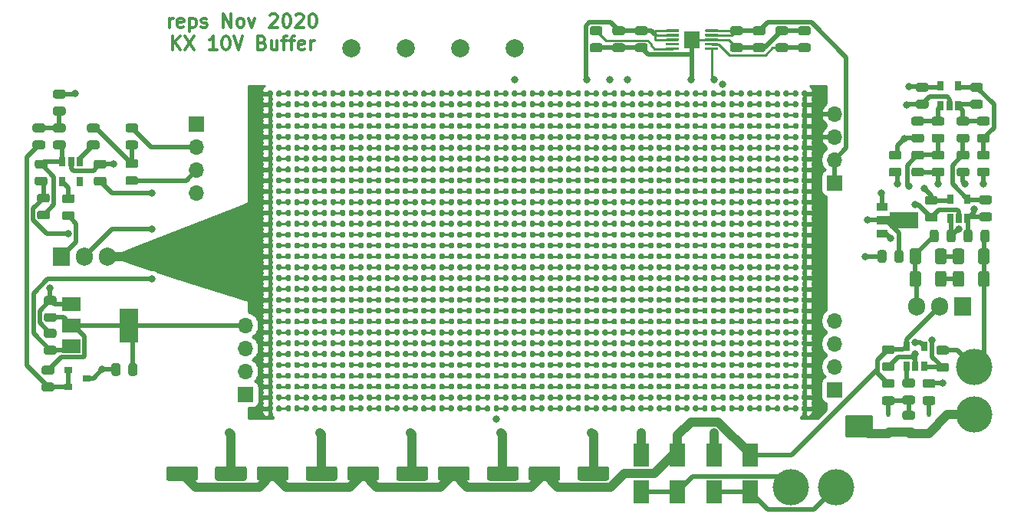
<source format=gbr>
%TF.GenerationSoftware,KiCad,Pcbnew,(5.1.6)-1*%
%TF.CreationDate,2020-11-02T11:11:50+01:00*%
%TF.ProjectId,ltz10v,6c747a31-3076-42e6-9b69-6361645f7063,rev?*%
%TF.SameCoordinates,Original*%
%TF.FileFunction,Copper,L1,Top*%
%TF.FilePolarity,Positive*%
%FSLAX46Y46*%
G04 Gerber Fmt 4.6, Leading zero omitted, Abs format (unit mm)*
G04 Created by KiCad (PCBNEW (5.1.6)-1) date 2020-11-02 11:11:50*
%MOMM*%
%LPD*%
G01*
G04 APERTURE LIST*
%TA.AperFunction,NonConductor*%
%ADD10C,0.300000*%
%TD*%
%TA.AperFunction,ComponentPad*%
%ADD11C,1.998980*%
%TD*%
%TA.AperFunction,SMDPad,CuDef*%
%ADD12R,1.680000X1.880000*%
%TD*%
%TA.AperFunction,ComponentPad*%
%ADD13C,4.000500*%
%TD*%
%TA.AperFunction,SMDPad,CuDef*%
%ADD14R,1.800000X2.500000*%
%TD*%
%TA.AperFunction,ComponentPad*%
%ADD15R,1.700000X1.700000*%
%TD*%
%TA.AperFunction,ComponentPad*%
%ADD16O,1.700000X1.700000*%
%TD*%
%TA.AperFunction,SMDPad,CuDef*%
%ADD17R,0.450000X0.600000*%
%TD*%
%TA.AperFunction,SMDPad,CuDef*%
%ADD18R,0.900000X0.800000*%
%TD*%
%TA.AperFunction,SMDPad,CuDef*%
%ADD19R,0.650000X1.060000*%
%TD*%
%TA.AperFunction,SMDPad,CuDef*%
%ADD20R,2.000000X1.500000*%
%TD*%
%TA.AperFunction,SMDPad,CuDef*%
%ADD21R,2.000000X3.800000*%
%TD*%
%TA.AperFunction,ComponentPad*%
%ADD22O,1.905000X2.000000*%
%TD*%
%TA.AperFunction,ComponentPad*%
%ADD23R,1.905000X2.000000*%
%TD*%
%TA.AperFunction,SMDPad,CuDef*%
%ADD24C,0.100000*%
%TD*%
%TA.AperFunction,SMDPad,CuDef*%
%ADD25R,1.300000X0.900000*%
%TD*%
%TA.AperFunction,ViaPad*%
%ADD26C,0.800000*%
%TD*%
%TA.AperFunction,Conductor*%
%ADD27C,0.250000*%
%TD*%
%TA.AperFunction,Conductor*%
%ADD28C,0.500000*%
%TD*%
%TA.AperFunction,Conductor*%
%ADD29C,1.000000*%
%TD*%
%TA.AperFunction,Conductor*%
%ADD30C,0.254000*%
%TD*%
G04 APERTURE END LIST*
D10*
X116428571Y-65178571D02*
X116428571Y-64178571D01*
X116428571Y-64464285D02*
X116500000Y-64321428D01*
X116571428Y-64250000D01*
X116714285Y-64178571D01*
X116857142Y-64178571D01*
X117928571Y-65107142D02*
X117785714Y-65178571D01*
X117500000Y-65178571D01*
X117357142Y-65107142D01*
X117285714Y-64964285D01*
X117285714Y-64392857D01*
X117357142Y-64250000D01*
X117500000Y-64178571D01*
X117785714Y-64178571D01*
X117928571Y-64250000D01*
X118000000Y-64392857D01*
X118000000Y-64535714D01*
X117285714Y-64678571D01*
X118642857Y-64178571D02*
X118642857Y-65678571D01*
X118642857Y-64250000D02*
X118785714Y-64178571D01*
X119071428Y-64178571D01*
X119214285Y-64250000D01*
X119285714Y-64321428D01*
X119357142Y-64464285D01*
X119357142Y-64892857D01*
X119285714Y-65035714D01*
X119214285Y-65107142D01*
X119071428Y-65178571D01*
X118785714Y-65178571D01*
X118642857Y-65107142D01*
X119928571Y-65107142D02*
X120071428Y-65178571D01*
X120357142Y-65178571D01*
X120500000Y-65107142D01*
X120571428Y-64964285D01*
X120571428Y-64892857D01*
X120500000Y-64750000D01*
X120357142Y-64678571D01*
X120142857Y-64678571D01*
X120000000Y-64607142D01*
X119928571Y-64464285D01*
X119928571Y-64392857D01*
X120000000Y-64250000D01*
X120142857Y-64178571D01*
X120357142Y-64178571D01*
X120500000Y-64250000D01*
X122357142Y-65178571D02*
X122357142Y-63678571D01*
X123214285Y-65178571D01*
X123214285Y-63678571D01*
X124142857Y-65178571D02*
X124000000Y-65107142D01*
X123928571Y-65035714D01*
X123857142Y-64892857D01*
X123857142Y-64464285D01*
X123928571Y-64321428D01*
X124000000Y-64250000D01*
X124142857Y-64178571D01*
X124357142Y-64178571D01*
X124500000Y-64250000D01*
X124571428Y-64321428D01*
X124642857Y-64464285D01*
X124642857Y-64892857D01*
X124571428Y-65035714D01*
X124500000Y-65107142D01*
X124357142Y-65178571D01*
X124142857Y-65178571D01*
X125142857Y-64178571D02*
X125500000Y-65178571D01*
X125857142Y-64178571D01*
X127500000Y-63821428D02*
X127571428Y-63750000D01*
X127714285Y-63678571D01*
X128071428Y-63678571D01*
X128214285Y-63750000D01*
X128285714Y-63821428D01*
X128357142Y-63964285D01*
X128357142Y-64107142D01*
X128285714Y-64321428D01*
X127428571Y-65178571D01*
X128357142Y-65178571D01*
X129285714Y-63678571D02*
X129428571Y-63678571D01*
X129571428Y-63750000D01*
X129642857Y-63821428D01*
X129714285Y-63964285D01*
X129785714Y-64250000D01*
X129785714Y-64607142D01*
X129714285Y-64892857D01*
X129642857Y-65035714D01*
X129571428Y-65107142D01*
X129428571Y-65178571D01*
X129285714Y-65178571D01*
X129142857Y-65107142D01*
X129071428Y-65035714D01*
X129000000Y-64892857D01*
X128928571Y-64607142D01*
X128928571Y-64250000D01*
X129000000Y-63964285D01*
X129071428Y-63821428D01*
X129142857Y-63750000D01*
X129285714Y-63678571D01*
X130357142Y-63821428D02*
X130428571Y-63750000D01*
X130571428Y-63678571D01*
X130928571Y-63678571D01*
X131071428Y-63750000D01*
X131142857Y-63821428D01*
X131214285Y-63964285D01*
X131214285Y-64107142D01*
X131142857Y-64321428D01*
X130285714Y-65178571D01*
X131214285Y-65178571D01*
X132142857Y-63678571D02*
X132285714Y-63678571D01*
X132428571Y-63750000D01*
X132500000Y-63821428D01*
X132571428Y-63964285D01*
X132642857Y-64250000D01*
X132642857Y-64607142D01*
X132571428Y-64892857D01*
X132500000Y-65035714D01*
X132428571Y-65107142D01*
X132285714Y-65178571D01*
X132142857Y-65178571D01*
X132000000Y-65107142D01*
X131928571Y-65035714D01*
X131857142Y-64892857D01*
X131785714Y-64607142D01*
X131785714Y-64250000D01*
X131857142Y-63964285D01*
X131928571Y-63821428D01*
X132000000Y-63750000D01*
X132142857Y-63678571D01*
X116785714Y-67678571D02*
X116785714Y-66178571D01*
X117642857Y-67678571D02*
X117000000Y-66821428D01*
X117642857Y-66178571D02*
X116785714Y-67035714D01*
X118142857Y-66178571D02*
X119142857Y-67678571D01*
X119142857Y-66178571D02*
X118142857Y-67678571D01*
X121642857Y-67678571D02*
X120785714Y-67678571D01*
X121214285Y-67678571D02*
X121214285Y-66178571D01*
X121071428Y-66392857D01*
X120928571Y-66535714D01*
X120785714Y-66607142D01*
X122571428Y-66178571D02*
X122714285Y-66178571D01*
X122857142Y-66250000D01*
X122928571Y-66321428D01*
X123000000Y-66464285D01*
X123071428Y-66750000D01*
X123071428Y-67107142D01*
X123000000Y-67392857D01*
X122928571Y-67535714D01*
X122857142Y-67607142D01*
X122714285Y-67678571D01*
X122571428Y-67678571D01*
X122428571Y-67607142D01*
X122357142Y-67535714D01*
X122285714Y-67392857D01*
X122214285Y-67107142D01*
X122214285Y-66750000D01*
X122285714Y-66464285D01*
X122357142Y-66321428D01*
X122428571Y-66250000D01*
X122571428Y-66178571D01*
X123500000Y-66178571D02*
X124000000Y-67678571D01*
X124500000Y-66178571D01*
X126642857Y-66892857D02*
X126857142Y-66964285D01*
X126928571Y-67035714D01*
X127000000Y-67178571D01*
X127000000Y-67392857D01*
X126928571Y-67535714D01*
X126857142Y-67607142D01*
X126714285Y-67678571D01*
X126142857Y-67678571D01*
X126142857Y-66178571D01*
X126642857Y-66178571D01*
X126785714Y-66250000D01*
X126857142Y-66321428D01*
X126928571Y-66464285D01*
X126928571Y-66607142D01*
X126857142Y-66750000D01*
X126785714Y-66821428D01*
X126642857Y-66892857D01*
X126142857Y-66892857D01*
X128285714Y-66678571D02*
X128285714Y-67678571D01*
X127642857Y-66678571D02*
X127642857Y-67464285D01*
X127714285Y-67607142D01*
X127857142Y-67678571D01*
X128071428Y-67678571D01*
X128214285Y-67607142D01*
X128285714Y-67535714D01*
X128785714Y-66678571D02*
X129357142Y-66678571D01*
X129000000Y-67678571D02*
X129000000Y-66392857D01*
X129071428Y-66250000D01*
X129214285Y-66178571D01*
X129357142Y-66178571D01*
X129642857Y-66678571D02*
X130214285Y-66678571D01*
X129857142Y-67678571D02*
X129857142Y-66392857D01*
X129928571Y-66250000D01*
X130071428Y-66178571D01*
X130214285Y-66178571D01*
X131285714Y-67607142D02*
X131142857Y-67678571D01*
X130857142Y-67678571D01*
X130714285Y-67607142D01*
X130642857Y-67464285D01*
X130642857Y-66892857D01*
X130714285Y-66750000D01*
X130857142Y-66678571D01*
X131142857Y-66678571D01*
X131285714Y-66750000D01*
X131357142Y-66892857D01*
X131357142Y-67035714D01*
X130642857Y-67178571D01*
X132000000Y-67678571D02*
X132000000Y-66678571D01*
X132000000Y-66964285D02*
X132071428Y-66821428D01*
X132142857Y-66750000D01*
X132285714Y-66678571D01*
X132428571Y-66678571D01*
D11*
%TO.P,J12,1*%
%TO.N,Net-(J12-Pad1)*%
X142500000Y-67500000D03*
%TD*%
%TO.P,J11,1*%
%TO.N,Net-(C29-Pad2)*%
X136500000Y-67500000D03*
%TD*%
%TO.P,J10,1*%
%TO.N,Net-(J10-Pad1)*%
X148500000Y-67500000D03*
%TD*%
%TO.P,J9,1*%
%TO.N,Net-(J9-Pad1)*%
X154500000Y-67500000D03*
%TD*%
%TO.P,R937,2*%
%TO.N,Net-(C22-Pad1)*%
%TA.AperFunction,SMDPad,CuDef*%
G36*
G01*
X183543750Y-66950000D02*
X184456250Y-66950000D01*
G75*
G02*
X184700000Y-67193750I0J-243750D01*
G01*
X184700000Y-67681250D01*
G75*
G02*
X184456250Y-67925000I-243750J0D01*
G01*
X183543750Y-67925000D01*
G75*
G02*
X183300000Y-67681250I0J243750D01*
G01*
X183300000Y-67193750D01*
G75*
G02*
X183543750Y-66950000I243750J0D01*
G01*
G37*
%TD.AperFunction*%
%TO.P,R937,1*%
%TO.N,GND*%
%TA.AperFunction,SMDPad,CuDef*%
G36*
G01*
X183543750Y-65075000D02*
X184456250Y-65075000D01*
G75*
G02*
X184700000Y-65318750I0J-243750D01*
G01*
X184700000Y-65806250D01*
G75*
G02*
X184456250Y-66050000I-243750J0D01*
G01*
X183543750Y-66050000D01*
G75*
G02*
X183300000Y-65806250I0J243750D01*
G01*
X183300000Y-65318750D01*
G75*
G02*
X183543750Y-65075000I243750J0D01*
G01*
G37*
%TD.AperFunction*%
%TD*%
%TO.P,R936,2*%
%TO.N,Net-(R936-Pad2)*%
%TA.AperFunction,SMDPad,CuDef*%
G36*
G01*
X163956250Y-66050000D02*
X163043750Y-66050000D01*
G75*
G02*
X162800000Y-65806250I0J243750D01*
G01*
X162800000Y-65318750D01*
G75*
G02*
X163043750Y-65075000I243750J0D01*
G01*
X163956250Y-65075000D01*
G75*
G02*
X164200000Y-65318750I0J-243750D01*
G01*
X164200000Y-65806250D01*
G75*
G02*
X163956250Y-66050000I-243750J0D01*
G01*
G37*
%TD.AperFunction*%
%TO.P,R936,1*%
%TO.N,GND*%
%TA.AperFunction,SMDPad,CuDef*%
G36*
G01*
X163956250Y-67925000D02*
X163043750Y-67925000D01*
G75*
G02*
X162800000Y-67681250I0J243750D01*
G01*
X162800000Y-67193750D01*
G75*
G02*
X163043750Y-66950000I243750J0D01*
G01*
X163956250Y-66950000D01*
G75*
G02*
X164200000Y-67193750I0J-243750D01*
G01*
X164200000Y-67681250D01*
G75*
G02*
X163956250Y-67925000I-243750J0D01*
G01*
G37*
%TD.AperFunction*%
%TD*%
%TO.P,C24,2*%
%TO.N,/battery/11V*%
%TA.AperFunction,SMDPad,CuDef*%
G36*
G01*
X181956250Y-66050000D02*
X181043750Y-66050000D01*
G75*
G02*
X180800000Y-65806250I0J243750D01*
G01*
X180800000Y-65318750D01*
G75*
G02*
X181043750Y-65075000I243750J0D01*
G01*
X181956250Y-65075000D01*
G75*
G02*
X182200000Y-65318750I0J-243750D01*
G01*
X182200000Y-65806250D01*
G75*
G02*
X181956250Y-66050000I-243750J0D01*
G01*
G37*
%TD.AperFunction*%
%TO.P,C24,1*%
%TO.N,GND*%
%TA.AperFunction,SMDPad,CuDef*%
G36*
G01*
X181956250Y-67925000D02*
X181043750Y-67925000D01*
G75*
G02*
X180800000Y-67681250I0J243750D01*
G01*
X180800000Y-67193750D01*
G75*
G02*
X181043750Y-66950000I243750J0D01*
G01*
X181956250Y-66950000D01*
G75*
G02*
X182200000Y-67193750I0J-243750D01*
G01*
X182200000Y-67681250D01*
G75*
G02*
X181956250Y-67925000I-243750J0D01*
G01*
G37*
%TD.AperFunction*%
%TD*%
%TO.P,C23,2*%
%TO.N,GND*%
%TA.AperFunction,SMDPad,CuDef*%
G36*
G01*
X178543750Y-66950000D02*
X179456250Y-66950000D01*
G75*
G02*
X179700000Y-67193750I0J-243750D01*
G01*
X179700000Y-67681250D01*
G75*
G02*
X179456250Y-67925000I-243750J0D01*
G01*
X178543750Y-67925000D01*
G75*
G02*
X178300000Y-67681250I0J243750D01*
G01*
X178300000Y-67193750D01*
G75*
G02*
X178543750Y-66950000I243750J0D01*
G01*
G37*
%TD.AperFunction*%
%TO.P,C23,1*%
%TO.N,/battery/11V*%
%TA.AperFunction,SMDPad,CuDef*%
G36*
G01*
X178543750Y-65075000D02*
X179456250Y-65075000D01*
G75*
G02*
X179700000Y-65318750I0J-243750D01*
G01*
X179700000Y-65806250D01*
G75*
G02*
X179456250Y-66050000I-243750J0D01*
G01*
X178543750Y-66050000D01*
G75*
G02*
X178300000Y-65806250I0J243750D01*
G01*
X178300000Y-65318750D01*
G75*
G02*
X178543750Y-65075000I243750J0D01*
G01*
G37*
%TD.AperFunction*%
%TD*%
%TO.P,C22,2*%
%TO.N,GND*%
%TA.AperFunction,SMDPad,CuDef*%
G36*
G01*
X186956250Y-66050000D02*
X186043750Y-66050000D01*
G75*
G02*
X185800000Y-65806250I0J243750D01*
G01*
X185800000Y-65318750D01*
G75*
G02*
X186043750Y-65075000I243750J0D01*
G01*
X186956250Y-65075000D01*
G75*
G02*
X187200000Y-65318750I0J-243750D01*
G01*
X187200000Y-65806250D01*
G75*
G02*
X186956250Y-66050000I-243750J0D01*
G01*
G37*
%TD.AperFunction*%
%TO.P,C22,1*%
%TO.N,Net-(C22-Pad1)*%
%TA.AperFunction,SMDPad,CuDef*%
G36*
G01*
X186956250Y-67925000D02*
X186043750Y-67925000D01*
G75*
G02*
X185800000Y-67681250I0J243750D01*
G01*
X185800000Y-67193750D01*
G75*
G02*
X186043750Y-66950000I243750J0D01*
G01*
X186956250Y-66950000D01*
G75*
G02*
X187200000Y-67193750I0J-243750D01*
G01*
X187200000Y-67681250D01*
G75*
G02*
X186956250Y-67925000I-243750J0D01*
G01*
G37*
%TD.AperFunction*%
%TD*%
%TO.P,C21,2*%
%TO.N,GND*%
%TA.AperFunction,SMDPad,CuDef*%
G36*
G01*
X165543750Y-66950000D02*
X166456250Y-66950000D01*
G75*
G02*
X166700000Y-67193750I0J-243750D01*
G01*
X166700000Y-67681250D01*
G75*
G02*
X166456250Y-67925000I-243750J0D01*
G01*
X165543750Y-67925000D01*
G75*
G02*
X165300000Y-67681250I0J243750D01*
G01*
X165300000Y-67193750D01*
G75*
G02*
X165543750Y-66950000I243750J0D01*
G01*
G37*
%TD.AperFunction*%
%TO.P,C21,1*%
%TO.N,+12V*%
%TA.AperFunction,SMDPad,CuDef*%
G36*
G01*
X165543750Y-65075000D02*
X166456250Y-65075000D01*
G75*
G02*
X166700000Y-65318750I0J-243750D01*
G01*
X166700000Y-65806250D01*
G75*
G02*
X166456250Y-66050000I-243750J0D01*
G01*
X165543750Y-66050000D01*
G75*
G02*
X165300000Y-65806250I0J243750D01*
G01*
X165300000Y-65318750D01*
G75*
G02*
X165543750Y-65075000I243750J0D01*
G01*
G37*
%TD.AperFunction*%
%TD*%
%TO.P,C20,2*%
%TO.N,+12V*%
%TA.AperFunction,SMDPad,CuDef*%
G36*
G01*
X168956250Y-66050000D02*
X168043750Y-66050000D01*
G75*
G02*
X167800000Y-65806250I0J243750D01*
G01*
X167800000Y-65318750D01*
G75*
G02*
X168043750Y-65075000I243750J0D01*
G01*
X168956250Y-65075000D01*
G75*
G02*
X169200000Y-65318750I0J-243750D01*
G01*
X169200000Y-65806250D01*
G75*
G02*
X168956250Y-66050000I-243750J0D01*
G01*
G37*
%TD.AperFunction*%
%TO.P,C20,1*%
%TO.N,GND*%
%TA.AperFunction,SMDPad,CuDef*%
G36*
G01*
X168956250Y-67925000D02*
X168043750Y-67925000D01*
G75*
G02*
X167800000Y-67681250I0J243750D01*
G01*
X167800000Y-67193750D01*
G75*
G02*
X168043750Y-66950000I243750J0D01*
G01*
X168956250Y-66950000D01*
G75*
G02*
X169200000Y-67193750I0J-243750D01*
G01*
X169200000Y-67681250D01*
G75*
G02*
X168956250Y-67925000I-243750J0D01*
G01*
G37*
%TD.AperFunction*%
%TD*%
D12*
%TO.P,U9,11*%
%TO.N,GND*%
X174090000Y-66550000D03*
%TO.P,U9,10*%
%TO.N,/battery/11V*%
%TA.AperFunction,SMDPad,CuDef*%
G36*
G01*
X175515000Y-65625000D02*
X175515000Y-65475000D01*
G75*
G02*
X175590000Y-65400000I75000J0D01*
G01*
X176890000Y-65400000D01*
G75*
G02*
X176965000Y-65475000I0J-75000D01*
G01*
X176965000Y-65625000D01*
G75*
G02*
X176890000Y-65700000I-75000J0D01*
G01*
X175590000Y-65700000D01*
G75*
G02*
X175515000Y-65625000I0J75000D01*
G01*
G37*
%TD.AperFunction*%
%TO.P,U9,9*%
%TA.AperFunction,SMDPad,CuDef*%
G36*
G01*
X175515000Y-66125000D02*
X175515000Y-65975000D01*
G75*
G02*
X175590000Y-65900000I75000J0D01*
G01*
X176890000Y-65900000D01*
G75*
G02*
X176965000Y-65975000I0J-75000D01*
G01*
X176965000Y-66125000D01*
G75*
G02*
X176890000Y-66200000I-75000J0D01*
G01*
X175590000Y-66200000D01*
G75*
G02*
X175515000Y-66125000I0J75000D01*
G01*
G37*
%TD.AperFunction*%
%TO.P,U9,8*%
%TO.N,GND*%
%TA.AperFunction,SMDPad,CuDef*%
G36*
G01*
X175515000Y-66625000D02*
X175515000Y-66475000D01*
G75*
G02*
X175590000Y-66400000I75000J0D01*
G01*
X176890000Y-66400000D01*
G75*
G02*
X176965000Y-66475000I0J-75000D01*
G01*
X176965000Y-66625000D01*
G75*
G02*
X176890000Y-66700000I-75000J0D01*
G01*
X175590000Y-66700000D01*
G75*
G02*
X175515000Y-66625000I0J75000D01*
G01*
G37*
%TD.AperFunction*%
%TO.P,U9,7*%
%TO.N,Net-(C22-Pad1)*%
%TA.AperFunction,SMDPad,CuDef*%
G36*
G01*
X175515000Y-67125000D02*
X175515000Y-66975000D01*
G75*
G02*
X175590000Y-66900000I75000J0D01*
G01*
X176890000Y-66900000D01*
G75*
G02*
X176965000Y-66975000I0J-75000D01*
G01*
X176965000Y-67125000D01*
G75*
G02*
X176890000Y-67200000I-75000J0D01*
G01*
X175590000Y-67200000D01*
G75*
G02*
X175515000Y-67125000I0J75000D01*
G01*
G37*
%TD.AperFunction*%
%TO.P,U9,6*%
%TO.N,+12V*%
%TA.AperFunction,SMDPad,CuDef*%
G36*
G01*
X175515000Y-67625000D02*
X175515000Y-67475000D01*
G75*
G02*
X175590000Y-67400000I75000J0D01*
G01*
X176890000Y-67400000D01*
G75*
G02*
X176965000Y-67475000I0J-75000D01*
G01*
X176965000Y-67625000D01*
G75*
G02*
X176890000Y-67700000I-75000J0D01*
G01*
X175590000Y-67700000D01*
G75*
G02*
X175515000Y-67625000I0J75000D01*
G01*
G37*
%TD.AperFunction*%
%TO.P,U9,5*%
%TO.N,Net-(R936-Pad2)*%
%TA.AperFunction,SMDPad,CuDef*%
G36*
G01*
X171215000Y-67625000D02*
X171215000Y-67475000D01*
G75*
G02*
X171290000Y-67400000I75000J0D01*
G01*
X172590000Y-67400000D01*
G75*
G02*
X172665000Y-67475000I0J-75000D01*
G01*
X172665000Y-67625000D01*
G75*
G02*
X172590000Y-67700000I-75000J0D01*
G01*
X171290000Y-67700000D01*
G75*
G02*
X171215000Y-67625000I0J75000D01*
G01*
G37*
%TD.AperFunction*%
%TO.P,U9,4*%
%TO.N,Net-(U9-Pad4)*%
%TA.AperFunction,SMDPad,CuDef*%
G36*
G01*
X171215000Y-67125000D02*
X171215000Y-66975000D01*
G75*
G02*
X171290000Y-66900000I75000J0D01*
G01*
X172590000Y-66900000D01*
G75*
G02*
X172665000Y-66975000I0J-75000D01*
G01*
X172665000Y-67125000D01*
G75*
G02*
X172590000Y-67200000I-75000J0D01*
G01*
X171290000Y-67200000D01*
G75*
G02*
X171215000Y-67125000I0J75000D01*
G01*
G37*
%TD.AperFunction*%
%TO.P,U9,3*%
%TO.N,+12V*%
%TA.AperFunction,SMDPad,CuDef*%
G36*
G01*
X171215000Y-66625000D02*
X171215000Y-66475000D01*
G75*
G02*
X171290000Y-66400000I75000J0D01*
G01*
X172590000Y-66400000D01*
G75*
G02*
X172665000Y-66475000I0J-75000D01*
G01*
X172665000Y-66625000D01*
G75*
G02*
X172590000Y-66700000I-75000J0D01*
G01*
X171290000Y-66700000D01*
G75*
G02*
X171215000Y-66625000I0J75000D01*
G01*
G37*
%TD.AperFunction*%
%TO.P,U9,2*%
%TA.AperFunction,SMDPad,CuDef*%
G36*
G01*
X171215000Y-66125000D02*
X171215000Y-65975000D01*
G75*
G02*
X171290000Y-65900000I75000J0D01*
G01*
X172590000Y-65900000D01*
G75*
G02*
X172665000Y-65975000I0J-75000D01*
G01*
X172665000Y-66125000D01*
G75*
G02*
X172590000Y-66200000I-75000J0D01*
G01*
X171290000Y-66200000D01*
G75*
G02*
X171215000Y-66125000I0J75000D01*
G01*
G37*
%TD.AperFunction*%
%TO.P,U9,1*%
%TA.AperFunction,SMDPad,CuDef*%
G36*
G01*
X171215000Y-65625000D02*
X171215000Y-65475000D01*
G75*
G02*
X171290000Y-65400000I75000J0D01*
G01*
X172590000Y-65400000D01*
G75*
G02*
X172665000Y-65475000I0J-75000D01*
G01*
X172665000Y-65625000D01*
G75*
G02*
X172590000Y-65700000I-75000J0D01*
G01*
X171290000Y-65700000D01*
G75*
G02*
X171215000Y-65625000I0J75000D01*
G01*
G37*
%TD.AperFunction*%
%TD*%
%TO.P,C18,2*%
%TO.N,GND*%
%TA.AperFunction,SMDPad,CuDef*%
G36*
G01*
X121450000Y-115050000D02*
X121450000Y-113950000D01*
G75*
G02*
X121700000Y-113700000I250000J0D01*
G01*
X124700000Y-113700000D01*
G75*
G02*
X124950000Y-113950000I0J-250000D01*
G01*
X124950000Y-115050000D01*
G75*
G02*
X124700000Y-115300000I-250000J0D01*
G01*
X121700000Y-115300000D01*
G75*
G02*
X121450000Y-115050000I0J250000D01*
G01*
G37*
%TD.AperFunction*%
%TO.P,C18,1*%
%TO.N,+15V*%
%TA.AperFunction,SMDPad,CuDef*%
G36*
G01*
X116050000Y-115050000D02*
X116050000Y-113950000D01*
G75*
G02*
X116300000Y-113700000I250000J0D01*
G01*
X119300000Y-113700000D01*
G75*
G02*
X119550000Y-113950000I0J-250000D01*
G01*
X119550000Y-115050000D01*
G75*
G02*
X119300000Y-115300000I-250000J0D01*
G01*
X116300000Y-115300000D01*
G75*
G02*
X116050000Y-115050000I0J250000D01*
G01*
G37*
%TD.AperFunction*%
%TD*%
%TO.P,C17,2*%
%TO.N,GND*%
%TA.AperFunction,SMDPad,CuDef*%
G36*
G01*
X131450000Y-115050000D02*
X131450000Y-113950000D01*
G75*
G02*
X131700000Y-113700000I250000J0D01*
G01*
X134700000Y-113700000D01*
G75*
G02*
X134950000Y-113950000I0J-250000D01*
G01*
X134950000Y-115050000D01*
G75*
G02*
X134700000Y-115300000I-250000J0D01*
G01*
X131700000Y-115300000D01*
G75*
G02*
X131450000Y-115050000I0J250000D01*
G01*
G37*
%TD.AperFunction*%
%TO.P,C17,1*%
%TO.N,+15V*%
%TA.AperFunction,SMDPad,CuDef*%
G36*
G01*
X126050000Y-115050000D02*
X126050000Y-113950000D01*
G75*
G02*
X126300000Y-113700000I250000J0D01*
G01*
X129300000Y-113700000D01*
G75*
G02*
X129550000Y-113950000I0J-250000D01*
G01*
X129550000Y-115050000D01*
G75*
G02*
X129300000Y-115300000I-250000J0D01*
G01*
X126300000Y-115300000D01*
G75*
G02*
X126050000Y-115050000I0J250000D01*
G01*
G37*
%TD.AperFunction*%
%TD*%
%TO.P,C16,2*%
%TO.N,GND*%
%TA.AperFunction,SMDPad,CuDef*%
G36*
G01*
X141450000Y-115050000D02*
X141450000Y-113950000D01*
G75*
G02*
X141700000Y-113700000I250000J0D01*
G01*
X144700000Y-113700000D01*
G75*
G02*
X144950000Y-113950000I0J-250000D01*
G01*
X144950000Y-115050000D01*
G75*
G02*
X144700000Y-115300000I-250000J0D01*
G01*
X141700000Y-115300000D01*
G75*
G02*
X141450000Y-115050000I0J250000D01*
G01*
G37*
%TD.AperFunction*%
%TO.P,C16,1*%
%TO.N,+15V*%
%TA.AperFunction,SMDPad,CuDef*%
G36*
G01*
X136050000Y-115050000D02*
X136050000Y-113950000D01*
G75*
G02*
X136300000Y-113700000I250000J0D01*
G01*
X139300000Y-113700000D01*
G75*
G02*
X139550000Y-113950000I0J-250000D01*
G01*
X139550000Y-115050000D01*
G75*
G02*
X139300000Y-115300000I-250000J0D01*
G01*
X136300000Y-115300000D01*
G75*
G02*
X136050000Y-115050000I0J250000D01*
G01*
G37*
%TD.AperFunction*%
%TD*%
%TO.P,C15,2*%
%TO.N,GND*%
%TA.AperFunction,SMDPad,CuDef*%
G36*
G01*
X151450000Y-115050000D02*
X151450000Y-113950000D01*
G75*
G02*
X151700000Y-113700000I250000J0D01*
G01*
X154700000Y-113700000D01*
G75*
G02*
X154950000Y-113950000I0J-250000D01*
G01*
X154950000Y-115050000D01*
G75*
G02*
X154700000Y-115300000I-250000J0D01*
G01*
X151700000Y-115300000D01*
G75*
G02*
X151450000Y-115050000I0J250000D01*
G01*
G37*
%TD.AperFunction*%
%TO.P,C15,1*%
%TO.N,+15V*%
%TA.AperFunction,SMDPad,CuDef*%
G36*
G01*
X146050000Y-115050000D02*
X146050000Y-113950000D01*
G75*
G02*
X146300000Y-113700000I250000J0D01*
G01*
X149300000Y-113700000D01*
G75*
G02*
X149550000Y-113950000I0J-250000D01*
G01*
X149550000Y-115050000D01*
G75*
G02*
X149300000Y-115300000I-250000J0D01*
G01*
X146300000Y-115300000D01*
G75*
G02*
X146050000Y-115050000I0J250000D01*
G01*
G37*
%TD.AperFunction*%
%TD*%
%TO.P,C14,2*%
%TO.N,GND*%
%TA.AperFunction,SMDPad,CuDef*%
G36*
G01*
X161450000Y-115050000D02*
X161450000Y-113950000D01*
G75*
G02*
X161700000Y-113700000I250000J0D01*
G01*
X164700000Y-113700000D01*
G75*
G02*
X164950000Y-113950000I0J-250000D01*
G01*
X164950000Y-115050000D01*
G75*
G02*
X164700000Y-115300000I-250000J0D01*
G01*
X161700000Y-115300000D01*
G75*
G02*
X161450000Y-115050000I0J250000D01*
G01*
G37*
%TD.AperFunction*%
%TO.P,C14,1*%
%TO.N,+15V*%
%TA.AperFunction,SMDPad,CuDef*%
G36*
G01*
X156050000Y-115050000D02*
X156050000Y-113950000D01*
G75*
G02*
X156300000Y-113700000I250000J0D01*
G01*
X159300000Y-113700000D01*
G75*
G02*
X159550000Y-113950000I0J-250000D01*
G01*
X159550000Y-115050000D01*
G75*
G02*
X159300000Y-115300000I-250000J0D01*
G01*
X156300000Y-115300000D01*
G75*
G02*
X156050000Y-115050000I0J250000D01*
G01*
G37*
%TD.AperFunction*%
%TD*%
D13*
%TO.P,J8,1*%
%TO.N,Net-(D3-Pad2)*%
X185000000Y-116000000D03*
%TD*%
%TO.P,J3,1*%
%TO.N,Net-(D1-Pad2)*%
X190000000Y-116000000D03*
%TD*%
D14*
%TO.P,D4,2*%
%TO.N,GND*%
X168500000Y-112500000D03*
%TO.P,D4,1*%
%TO.N,Net-(D3-Pad2)*%
X168500000Y-116500000D03*
%TD*%
%TO.P,D3,2*%
%TO.N,Net-(D3-Pad2)*%
X172500000Y-116500000D03*
%TO.P,D3,1*%
%TO.N,+15V*%
X172500000Y-112500000D03*
%TD*%
%TO.P,D2,2*%
%TO.N,GND*%
X176500000Y-112500000D03*
%TO.P,D2,1*%
%TO.N,Net-(D1-Pad2)*%
X176500000Y-116500000D03*
%TD*%
%TO.P,D1,2*%
%TO.N,Net-(D1-Pad2)*%
X180500000Y-116500000D03*
%TO.P,D1,1*%
%TO.N,+15V*%
X180500000Y-112500000D03*
%TD*%
%TO.P,C13,2*%
%TO.N,GND*%
%TA.AperFunction,SMDPad,CuDef*%
G36*
G01*
X197543750Y-109450000D02*
X198456250Y-109450000D01*
G75*
G02*
X198700000Y-109693750I0J-243750D01*
G01*
X198700000Y-110181250D01*
G75*
G02*
X198456250Y-110425000I-243750J0D01*
G01*
X197543750Y-110425000D01*
G75*
G02*
X197300000Y-110181250I0J243750D01*
G01*
X197300000Y-109693750D01*
G75*
G02*
X197543750Y-109450000I243750J0D01*
G01*
G37*
%TD.AperFunction*%
%TO.P,C13,1*%
%TO.N,Net-(C13-Pad1)*%
%TA.AperFunction,SMDPad,CuDef*%
G36*
G01*
X197543750Y-107575000D02*
X198456250Y-107575000D01*
G75*
G02*
X198700000Y-107818750I0J-243750D01*
G01*
X198700000Y-108306250D01*
G75*
G02*
X198456250Y-108550000I-243750J0D01*
G01*
X197543750Y-108550000D01*
G75*
G02*
X197300000Y-108306250I0J243750D01*
G01*
X197300000Y-107818750D01*
G75*
G02*
X197543750Y-107575000I243750J0D01*
G01*
G37*
%TD.AperFunction*%
%TD*%
%TO.P,C12,2*%
%TO.N,GND*%
%TA.AperFunction,SMDPad,CuDef*%
G36*
G01*
X195550000Y-90043750D02*
X195550000Y-90956250D01*
G75*
G02*
X195306250Y-91200000I-243750J0D01*
G01*
X194818750Y-91200000D01*
G75*
G02*
X194575000Y-90956250I0J243750D01*
G01*
X194575000Y-90043750D01*
G75*
G02*
X194818750Y-89800000I243750J0D01*
G01*
X195306250Y-89800000D01*
G75*
G02*
X195550000Y-90043750I0J-243750D01*
G01*
G37*
%TD.AperFunction*%
%TO.P,C12,1*%
%TO.N,+12V*%
%TA.AperFunction,SMDPad,CuDef*%
G36*
G01*
X197425000Y-90043750D02*
X197425000Y-90956250D01*
G75*
G02*
X197181250Y-91200000I-243750J0D01*
G01*
X196693750Y-91200000D01*
G75*
G02*
X196450000Y-90956250I0J243750D01*
G01*
X196450000Y-90043750D01*
G75*
G02*
X196693750Y-89800000I243750J0D01*
G01*
X197181250Y-89800000D01*
G75*
G02*
X197425000Y-90043750I0J-243750D01*
G01*
G37*
%TD.AperFunction*%
%TD*%
%TO.P,C11,2*%
%TO.N,Net-(C11-Pad2)*%
%TA.AperFunction,SMDPad,CuDef*%
G36*
G01*
X199456250Y-79800000D02*
X198543750Y-79800000D01*
G75*
G02*
X198300000Y-79556250I0J243750D01*
G01*
X198300000Y-79068750D01*
G75*
G02*
X198543750Y-78825000I243750J0D01*
G01*
X199456250Y-78825000D01*
G75*
G02*
X199700000Y-79068750I0J-243750D01*
G01*
X199700000Y-79556250D01*
G75*
G02*
X199456250Y-79800000I-243750J0D01*
G01*
G37*
%TD.AperFunction*%
%TO.P,C11,1*%
%TO.N,Net-(C11-Pad1)*%
%TA.AperFunction,SMDPad,CuDef*%
G36*
G01*
X199456250Y-81675000D02*
X198543750Y-81675000D01*
G75*
G02*
X198300000Y-81431250I0J243750D01*
G01*
X198300000Y-80943750D01*
G75*
G02*
X198543750Y-80700000I243750J0D01*
G01*
X199456250Y-80700000D01*
G75*
G02*
X199700000Y-80943750I0J-243750D01*
G01*
X199700000Y-81431250D01*
G75*
G02*
X199456250Y-81675000I-243750J0D01*
G01*
G37*
%TD.AperFunction*%
%TD*%
%TO.P,C10,2*%
%TO.N,Net-(C10-Pad2)*%
%TA.AperFunction,SMDPad,CuDef*%
G36*
G01*
X206956250Y-84737500D02*
X206043750Y-84737500D01*
G75*
G02*
X205800000Y-84493750I0J243750D01*
G01*
X205800000Y-84006250D01*
G75*
G02*
X206043750Y-83762500I243750J0D01*
G01*
X206956250Y-83762500D01*
G75*
G02*
X207200000Y-84006250I0J-243750D01*
G01*
X207200000Y-84493750D01*
G75*
G02*
X206956250Y-84737500I-243750J0D01*
G01*
G37*
%TD.AperFunction*%
%TO.P,C10,1*%
%TO.N,Net-(C10-Pad1)*%
%TA.AperFunction,SMDPad,CuDef*%
G36*
G01*
X206956250Y-86612500D02*
X206043750Y-86612500D01*
G75*
G02*
X205800000Y-86368750I0J243750D01*
G01*
X205800000Y-85881250D01*
G75*
G02*
X206043750Y-85637500I243750J0D01*
G01*
X206956250Y-85637500D01*
G75*
G02*
X207200000Y-85881250I0J-243750D01*
G01*
X207200000Y-86368750D01*
G75*
G02*
X206956250Y-86612500I-243750J0D01*
G01*
G37*
%TD.AperFunction*%
%TD*%
%TO.P,C9,2*%
%TO.N,Net-(C9-Pad2)*%
%TA.AperFunction,SMDPad,CuDef*%
G36*
G01*
X205956250Y-72300000D02*
X205043750Y-72300000D01*
G75*
G02*
X204800000Y-72056250I0J243750D01*
G01*
X204800000Y-71568750D01*
G75*
G02*
X205043750Y-71325000I243750J0D01*
G01*
X205956250Y-71325000D01*
G75*
G02*
X206200000Y-71568750I0J-243750D01*
G01*
X206200000Y-72056250D01*
G75*
G02*
X205956250Y-72300000I-243750J0D01*
G01*
G37*
%TD.AperFunction*%
%TO.P,C9,1*%
%TO.N,Net-(C9-Pad1)*%
%TA.AperFunction,SMDPad,CuDef*%
G36*
G01*
X205956250Y-74175000D02*
X205043750Y-74175000D01*
G75*
G02*
X204800000Y-73931250I0J243750D01*
G01*
X204800000Y-73443750D01*
G75*
G02*
X205043750Y-73200000I243750J0D01*
G01*
X205956250Y-73200000D01*
G75*
G02*
X206200000Y-73443750I0J-243750D01*
G01*
X206200000Y-73931250D01*
G75*
G02*
X205956250Y-74175000I-243750J0D01*
G01*
G37*
%TD.AperFunction*%
%TD*%
D15*
%TO.P,J1,1*%
%TO.N,/battery/11V*%
X189819000Y-82369500D03*
D16*
%TO.P,J1,2*%
X189819000Y-79829500D03*
%TO.P,J1,3*%
%TO.N,GND*%
X189819000Y-77289500D03*
%TO.P,J1,4*%
X189819000Y-74749500D03*
%TD*%
D17*
%TO.P,ZD2,2*%
%TO.N,GND*%
X200250000Y-110050000D03*
%TO.P,ZD2,1*%
%TO.N,Net-(R917-Pad1)*%
X200250000Y-107950000D03*
%TD*%
%TO.P,ZD1,2*%
%TO.N,GND*%
X195750000Y-110050000D03*
%TO.P,ZD1,1*%
%TO.N,Net-(C13-Pad1)*%
X195750000Y-107950000D03*
%TD*%
D18*
%TO.P,U8,3*%
%TO.N,GND*%
X107250000Y-104000000D03*
%TO.P,U8,2*%
%TO.N,Net-(R921-Pad1)*%
X105250000Y-104950000D03*
%TO.P,U8,1*%
X105250000Y-103050000D03*
%TD*%
D19*
%TO.P,U7,5*%
%TO.N,Net-(U7-Pad5)*%
X106500000Y-82250000D03*
%TO.P,U7,4*%
%TO.N,Net-(R924-Pad1)*%
X104600000Y-82250000D03*
%TO.P,U7,3*%
%TO.N,Net-(C8-Pad1)*%
X104600000Y-80050000D03*
%TO.P,U7,2*%
%TO.N,GND*%
X105550000Y-80050000D03*
%TO.P,U7,1*%
%TO.N,Net-(R922-Pad2)*%
X106500000Y-80050000D03*
%TD*%
D20*
%TO.P,U6,1*%
%TO.N,GND*%
X105600000Y-95817500D03*
%TO.P,U6,3*%
%TO.N,+12V*%
X105600000Y-100417500D03*
%TO.P,U6,2*%
%TO.N,+5V*%
X105600000Y-98117500D03*
D21*
X111900000Y-98117500D03*
%TD*%
D19*
%TO.P,U5,5*%
%TO.N,+15V*%
X197800000Y-100400000D03*
%TO.P,U5,4*%
%TO.N,Net-(C11-Pad2)*%
X199700000Y-100400000D03*
%TO.P,U5,3*%
%TO.N,Net-(C11-Pad1)*%
X199700000Y-102600000D03*
%TO.P,U5,2*%
%TO.N,GND*%
X198750000Y-102600000D03*
%TO.P,U5,1*%
%TO.N,Net-(R918-Pad1)*%
X197800000Y-102600000D03*
%TD*%
%TO.P,U4,5*%
%TO.N,+15V*%
X201550000Y-71650000D03*
%TO.P,U4,4*%
%TO.N,Net-(C9-Pad2)*%
X203450000Y-71650000D03*
%TO.P,U4,3*%
%TO.N,Net-(C9-Pad1)*%
X203450000Y-73850000D03*
%TO.P,U4,2*%
%TO.N,GND*%
X202500000Y-73850000D03*
%TO.P,U4,1*%
%TO.N,Net-(R913-Pad1)*%
X201550000Y-73850000D03*
%TD*%
%TO.P,R927,2*%
%TO.N,/temperature/sheet5FAD990D/H*%
%TA.AperFunction,SMDPad,CuDef*%
G36*
G01*
X101793750Y-81700000D02*
X102706250Y-81700000D01*
G75*
G02*
X102950000Y-81943750I0J-243750D01*
G01*
X102950000Y-82431250D01*
G75*
G02*
X102706250Y-82675000I-243750J0D01*
G01*
X101793750Y-82675000D01*
G75*
G02*
X101550000Y-82431250I0J243750D01*
G01*
X101550000Y-81943750D01*
G75*
G02*
X101793750Y-81700000I243750J0D01*
G01*
G37*
%TD.AperFunction*%
%TO.P,R927,1*%
%TO.N,Net-(C8-Pad1)*%
%TA.AperFunction,SMDPad,CuDef*%
G36*
G01*
X101793750Y-79825000D02*
X102706250Y-79825000D01*
G75*
G02*
X102950000Y-80068750I0J-243750D01*
G01*
X102950000Y-80556250D01*
G75*
G02*
X102706250Y-80800000I-243750J0D01*
G01*
X101793750Y-80800000D01*
G75*
G02*
X101550000Y-80556250I0J243750D01*
G01*
X101550000Y-80068750D01*
G75*
G02*
X101793750Y-79825000I243750J0D01*
G01*
G37*
%TD.AperFunction*%
%TD*%
%TO.P,R926,2*%
%TO.N,Net-(R923-Pad1)*%
%TA.AperFunction,SMDPad,CuDef*%
G36*
G01*
X103793750Y-73950000D02*
X104706250Y-73950000D01*
G75*
G02*
X104950000Y-74193750I0J-243750D01*
G01*
X104950000Y-74681250D01*
G75*
G02*
X104706250Y-74925000I-243750J0D01*
G01*
X103793750Y-74925000D01*
G75*
G02*
X103550000Y-74681250I0J243750D01*
G01*
X103550000Y-74193750D01*
G75*
G02*
X103793750Y-73950000I243750J0D01*
G01*
G37*
%TD.AperFunction*%
%TO.P,R926,1*%
%TO.N,GND*%
%TA.AperFunction,SMDPad,CuDef*%
G36*
G01*
X103793750Y-72075000D02*
X104706250Y-72075000D01*
G75*
G02*
X104950000Y-72318750I0J-243750D01*
G01*
X104950000Y-72806250D01*
G75*
G02*
X104706250Y-73050000I-243750J0D01*
G01*
X103793750Y-73050000D01*
G75*
G02*
X103550000Y-72806250I0J243750D01*
G01*
X103550000Y-72318750D01*
G75*
G02*
X103793750Y-72075000I243750J0D01*
G01*
G37*
%TD.AperFunction*%
%TD*%
%TO.P,R925,2*%
%TO.N,Net-(C8-Pad1)*%
%TA.AperFunction,SMDPad,CuDef*%
G36*
G01*
X103793750Y-77700000D02*
X104706250Y-77700000D01*
G75*
G02*
X104950000Y-77943750I0J-243750D01*
G01*
X104950000Y-78431250D01*
G75*
G02*
X104706250Y-78675000I-243750J0D01*
G01*
X103793750Y-78675000D01*
G75*
G02*
X103550000Y-78431250I0J243750D01*
G01*
X103550000Y-77943750D01*
G75*
G02*
X103793750Y-77700000I243750J0D01*
G01*
G37*
%TD.AperFunction*%
%TO.P,R925,1*%
%TO.N,Net-(R923-Pad1)*%
%TA.AperFunction,SMDPad,CuDef*%
G36*
G01*
X103793750Y-75825000D02*
X104706250Y-75825000D01*
G75*
G02*
X104950000Y-76068750I0J-243750D01*
G01*
X104950000Y-76556250D01*
G75*
G02*
X104706250Y-76800000I-243750J0D01*
G01*
X103793750Y-76800000D01*
G75*
G02*
X103550000Y-76556250I0J243750D01*
G01*
X103550000Y-76068750D01*
G75*
G02*
X103793750Y-75825000I243750J0D01*
G01*
G37*
%TD.AperFunction*%
%TD*%
%TO.P,R924,2*%
%TO.N,Net-(Q3-Pad1)*%
%TA.AperFunction,SMDPad,CuDef*%
G36*
G01*
X104793750Y-85512500D02*
X105706250Y-85512500D01*
G75*
G02*
X105950000Y-85756250I0J-243750D01*
G01*
X105950000Y-86243750D01*
G75*
G02*
X105706250Y-86487500I-243750J0D01*
G01*
X104793750Y-86487500D01*
G75*
G02*
X104550000Y-86243750I0J243750D01*
G01*
X104550000Y-85756250D01*
G75*
G02*
X104793750Y-85512500I243750J0D01*
G01*
G37*
%TD.AperFunction*%
%TO.P,R924,1*%
%TO.N,Net-(R924-Pad1)*%
%TA.AperFunction,SMDPad,CuDef*%
G36*
G01*
X104793750Y-83637500D02*
X105706250Y-83637500D01*
G75*
G02*
X105950000Y-83881250I0J-243750D01*
G01*
X105950000Y-84368750D01*
G75*
G02*
X105706250Y-84612500I-243750J0D01*
G01*
X104793750Y-84612500D01*
G75*
G02*
X104550000Y-84368750I0J243750D01*
G01*
X104550000Y-83881250D01*
G75*
G02*
X104793750Y-83637500I243750J0D01*
G01*
G37*
%TD.AperFunction*%
%TD*%
%TO.P,R923,2*%
%TO.N,Net-(R921-Pad1)*%
%TA.AperFunction,SMDPad,CuDef*%
G36*
G01*
X101543750Y-77700000D02*
X102456250Y-77700000D01*
G75*
G02*
X102700000Y-77943750I0J-243750D01*
G01*
X102700000Y-78431250D01*
G75*
G02*
X102456250Y-78675000I-243750J0D01*
G01*
X101543750Y-78675000D01*
G75*
G02*
X101300000Y-78431250I0J243750D01*
G01*
X101300000Y-77943750D01*
G75*
G02*
X101543750Y-77700000I243750J0D01*
G01*
G37*
%TD.AperFunction*%
%TO.P,R923,1*%
%TO.N,Net-(R923-Pad1)*%
%TA.AperFunction,SMDPad,CuDef*%
G36*
G01*
X101543750Y-75825000D02*
X102456250Y-75825000D01*
G75*
G02*
X102700000Y-76068750I0J-243750D01*
G01*
X102700000Y-76556250D01*
G75*
G02*
X102456250Y-76800000I-243750J0D01*
G01*
X101543750Y-76800000D01*
G75*
G02*
X101300000Y-76556250I0J243750D01*
G01*
X101300000Y-76068750D01*
G75*
G02*
X101543750Y-75825000I243750J0D01*
G01*
G37*
%TD.AperFunction*%
%TD*%
%TO.P,R922,2*%
%TO.N,Net-(R922-Pad2)*%
%TA.AperFunction,SMDPad,CuDef*%
G36*
G01*
X107543750Y-77700000D02*
X108456250Y-77700000D01*
G75*
G02*
X108700000Y-77943750I0J-243750D01*
G01*
X108700000Y-78431250D01*
G75*
G02*
X108456250Y-78675000I-243750J0D01*
G01*
X107543750Y-78675000D01*
G75*
G02*
X107300000Y-78431250I0J243750D01*
G01*
X107300000Y-77943750D01*
G75*
G02*
X107543750Y-77700000I243750J0D01*
G01*
G37*
%TD.AperFunction*%
%TO.P,R922,1*%
%TO.N,Net-(R919-Pad2)*%
%TA.AperFunction,SMDPad,CuDef*%
G36*
G01*
X107543750Y-75825000D02*
X108456250Y-75825000D01*
G75*
G02*
X108700000Y-76068750I0J-243750D01*
G01*
X108700000Y-76556250D01*
G75*
G02*
X108456250Y-76800000I-243750J0D01*
G01*
X107543750Y-76800000D01*
G75*
G02*
X107300000Y-76556250I0J243750D01*
G01*
X107300000Y-76068750D01*
G75*
G02*
X107543750Y-75825000I243750J0D01*
G01*
G37*
%TD.AperFunction*%
%TD*%
%TO.P,R921,2*%
%TO.N,+5V*%
%TA.AperFunction,SMDPad,CuDef*%
G36*
G01*
X103456250Y-103550000D02*
X102543750Y-103550000D01*
G75*
G02*
X102300000Y-103306250I0J243750D01*
G01*
X102300000Y-102818750D01*
G75*
G02*
X102543750Y-102575000I243750J0D01*
G01*
X103456250Y-102575000D01*
G75*
G02*
X103700000Y-102818750I0J-243750D01*
G01*
X103700000Y-103306250D01*
G75*
G02*
X103456250Y-103550000I-243750J0D01*
G01*
G37*
%TD.AperFunction*%
%TO.P,R921,1*%
%TO.N,Net-(R921-Pad1)*%
%TA.AperFunction,SMDPad,CuDef*%
G36*
G01*
X103456250Y-105425000D02*
X102543750Y-105425000D01*
G75*
G02*
X102300000Y-105181250I0J243750D01*
G01*
X102300000Y-104693750D01*
G75*
G02*
X102543750Y-104450000I243750J0D01*
G01*
X103456250Y-104450000D01*
G75*
G02*
X103700000Y-104693750I0J-243750D01*
G01*
X103700000Y-105181250D01*
G75*
G02*
X103456250Y-105425000I-243750J0D01*
G01*
G37*
%TD.AperFunction*%
%TD*%
%TO.P,R920,2*%
%TO.N,Net-(R919-Pad2)*%
%TA.AperFunction,SMDPad,CuDef*%
G36*
G01*
X112706250Y-80737500D02*
X111793750Y-80737500D01*
G75*
G02*
X111550000Y-80493750I0J243750D01*
G01*
X111550000Y-80006250D01*
G75*
G02*
X111793750Y-79762500I243750J0D01*
G01*
X112706250Y-79762500D01*
G75*
G02*
X112950000Y-80006250I0J-243750D01*
G01*
X112950000Y-80493750D01*
G75*
G02*
X112706250Y-80737500I-243750J0D01*
G01*
G37*
%TD.AperFunction*%
%TO.P,R920,1*%
%TO.N,/temperature/t_fb2*%
%TA.AperFunction,SMDPad,CuDef*%
G36*
G01*
X112706250Y-82612500D02*
X111793750Y-82612500D01*
G75*
G02*
X111550000Y-82368750I0J243750D01*
G01*
X111550000Y-81881250D01*
G75*
G02*
X111793750Y-81637500I243750J0D01*
G01*
X112706250Y-81637500D01*
G75*
G02*
X112950000Y-81881250I0J-243750D01*
G01*
X112950000Y-82368750D01*
G75*
G02*
X112706250Y-82612500I-243750J0D01*
G01*
G37*
%TD.AperFunction*%
%TD*%
%TO.P,R919,2*%
%TO.N,Net-(R919-Pad2)*%
%TA.AperFunction,SMDPad,CuDef*%
G36*
G01*
X111793750Y-77700000D02*
X112706250Y-77700000D01*
G75*
G02*
X112950000Y-77943750I0J-243750D01*
G01*
X112950000Y-78431250D01*
G75*
G02*
X112706250Y-78675000I-243750J0D01*
G01*
X111793750Y-78675000D01*
G75*
G02*
X111550000Y-78431250I0J243750D01*
G01*
X111550000Y-77943750D01*
G75*
G02*
X111793750Y-77700000I243750J0D01*
G01*
G37*
%TD.AperFunction*%
%TO.P,R919,1*%
%TO.N,/temperature/t_fb1*%
%TA.AperFunction,SMDPad,CuDef*%
G36*
G01*
X111793750Y-75825000D02*
X112706250Y-75825000D01*
G75*
G02*
X112950000Y-76068750I0J-243750D01*
G01*
X112950000Y-76556250D01*
G75*
G02*
X112706250Y-76800000I-243750J0D01*
G01*
X111793750Y-76800000D01*
G75*
G02*
X111550000Y-76556250I0J243750D01*
G01*
X111550000Y-76068750D01*
G75*
G02*
X111793750Y-75825000I243750J0D01*
G01*
G37*
%TD.AperFunction*%
%TD*%
%TO.P,R918,2*%
%TO.N,Net-(C13-Pad1)*%
%TA.AperFunction,SMDPad,CuDef*%
G36*
G01*
X197543750Y-105887500D02*
X198456250Y-105887500D01*
G75*
G02*
X198700000Y-106131250I0J-243750D01*
G01*
X198700000Y-106618750D01*
G75*
G02*
X198456250Y-106862500I-243750J0D01*
G01*
X197543750Y-106862500D01*
G75*
G02*
X197300000Y-106618750I0J243750D01*
G01*
X197300000Y-106131250D01*
G75*
G02*
X197543750Y-105887500I243750J0D01*
G01*
G37*
%TD.AperFunction*%
%TO.P,R918,1*%
%TO.N,Net-(R918-Pad1)*%
%TA.AperFunction,SMDPad,CuDef*%
G36*
G01*
X197543750Y-104012500D02*
X198456250Y-104012500D01*
G75*
G02*
X198700000Y-104256250I0J-243750D01*
G01*
X198700000Y-104743750D01*
G75*
G02*
X198456250Y-104987500I-243750J0D01*
G01*
X197543750Y-104987500D01*
G75*
G02*
X197300000Y-104743750I0J243750D01*
G01*
X197300000Y-104256250D01*
G75*
G02*
X197543750Y-104012500I243750J0D01*
G01*
G37*
%TD.AperFunction*%
%TD*%
%TO.P,R917,2*%
%TO.N,Net-(Q2-Pad1)*%
%TA.AperFunction,SMDPad,CuDef*%
G36*
G01*
X200706250Y-105050000D02*
X199793750Y-105050000D01*
G75*
G02*
X199550000Y-104806250I0J243750D01*
G01*
X199550000Y-104318750D01*
G75*
G02*
X199793750Y-104075000I243750J0D01*
G01*
X200706250Y-104075000D01*
G75*
G02*
X200950000Y-104318750I0J-243750D01*
G01*
X200950000Y-104806250D01*
G75*
G02*
X200706250Y-105050000I-243750J0D01*
G01*
G37*
%TD.AperFunction*%
%TO.P,R917,1*%
%TO.N,Net-(R917-Pad1)*%
%TA.AperFunction,SMDPad,CuDef*%
G36*
G01*
X200706250Y-106925000D02*
X199793750Y-106925000D01*
G75*
G02*
X199550000Y-106681250I0J243750D01*
G01*
X199550000Y-106193750D01*
G75*
G02*
X199793750Y-105950000I243750J0D01*
G01*
X200706250Y-105950000D01*
G75*
G02*
X200950000Y-106193750I0J-243750D01*
G01*
X200950000Y-106681250D01*
G75*
G02*
X200706250Y-106925000I-243750J0D01*
G01*
G37*
%TD.AperFunction*%
%TD*%
%TO.P,R916,2*%
%TO.N,Net-(C11-Pad1)*%
%TA.AperFunction,SMDPad,CuDef*%
G36*
G01*
X201293750Y-102262500D02*
X202206250Y-102262500D01*
G75*
G02*
X202450000Y-102506250I0J-243750D01*
G01*
X202450000Y-102993750D01*
G75*
G02*
X202206250Y-103237500I-243750J0D01*
G01*
X201293750Y-103237500D01*
G75*
G02*
X201050000Y-102993750I0J243750D01*
G01*
X201050000Y-102506250D01*
G75*
G02*
X201293750Y-102262500I243750J0D01*
G01*
G37*
%TD.AperFunction*%
%TO.P,R916,1*%
%TO.N,Net-(J7-Pad1)*%
%TA.AperFunction,SMDPad,CuDef*%
G36*
G01*
X201293750Y-100387500D02*
X202206250Y-100387500D01*
G75*
G02*
X202450000Y-100631250I0J-243750D01*
G01*
X202450000Y-101118750D01*
G75*
G02*
X202206250Y-101362500I-243750J0D01*
G01*
X201293750Y-101362500D01*
G75*
G02*
X201050000Y-101118750I0J243750D01*
G01*
X201050000Y-100631250D01*
G75*
G02*
X201293750Y-100387500I243750J0D01*
G01*
G37*
%TD.AperFunction*%
%TD*%
%TO.P,R915,2*%
%TO.N,GND*%
%TA.AperFunction,SMDPad,CuDef*%
G36*
G01*
X198543750Y-76950000D02*
X199456250Y-76950000D01*
G75*
G02*
X199700000Y-77193750I0J-243750D01*
G01*
X199700000Y-77681250D01*
G75*
G02*
X199456250Y-77925000I-243750J0D01*
G01*
X198543750Y-77925000D01*
G75*
G02*
X198300000Y-77681250I0J243750D01*
G01*
X198300000Y-77193750D01*
G75*
G02*
X198543750Y-76950000I243750J0D01*
G01*
G37*
%TD.AperFunction*%
%TO.P,R915,1*%
%TO.N,Net-(R913-Pad1)*%
%TA.AperFunction,SMDPad,CuDef*%
G36*
G01*
X198543750Y-75075000D02*
X199456250Y-75075000D01*
G75*
G02*
X199700000Y-75318750I0J-243750D01*
G01*
X199700000Y-75806250D01*
G75*
G02*
X199456250Y-76050000I-243750J0D01*
G01*
X198543750Y-76050000D01*
G75*
G02*
X198300000Y-75806250I0J243750D01*
G01*
X198300000Y-75318750D01*
G75*
G02*
X198543750Y-75075000I243750J0D01*
G01*
G37*
%TD.AperFunction*%
%TD*%
%TO.P,R914,2*%
%TO.N,Net-(C11-Pad2)*%
%TA.AperFunction,SMDPad,CuDef*%
G36*
G01*
X201706250Y-79800000D02*
X200793750Y-79800000D01*
G75*
G02*
X200550000Y-79556250I0J243750D01*
G01*
X200550000Y-79068750D01*
G75*
G02*
X200793750Y-78825000I243750J0D01*
G01*
X201706250Y-78825000D01*
G75*
G02*
X201950000Y-79068750I0J-243750D01*
G01*
X201950000Y-79556250D01*
G75*
G02*
X201706250Y-79800000I-243750J0D01*
G01*
G37*
%TD.AperFunction*%
%TO.P,R914,1*%
%TO.N,Net-(C11-Pad1)*%
%TA.AperFunction,SMDPad,CuDef*%
G36*
G01*
X201706250Y-81675000D02*
X200793750Y-81675000D01*
G75*
G02*
X200550000Y-81431250I0J243750D01*
G01*
X200550000Y-80943750D01*
G75*
G02*
X200793750Y-80700000I243750J0D01*
G01*
X201706250Y-80700000D01*
G75*
G02*
X201950000Y-80943750I0J-243750D01*
G01*
X201950000Y-81431250D01*
G75*
G02*
X201706250Y-81675000I-243750J0D01*
G01*
G37*
%TD.AperFunction*%
%TD*%
%TO.P,R913,2*%
%TO.N,Net-(C11-Pad2)*%
%TA.AperFunction,SMDPad,CuDef*%
G36*
G01*
X200793750Y-76950000D02*
X201706250Y-76950000D01*
G75*
G02*
X201950000Y-77193750I0J-243750D01*
G01*
X201950000Y-77681250D01*
G75*
G02*
X201706250Y-77925000I-243750J0D01*
G01*
X200793750Y-77925000D01*
G75*
G02*
X200550000Y-77681250I0J243750D01*
G01*
X200550000Y-77193750D01*
G75*
G02*
X200793750Y-76950000I243750J0D01*
G01*
G37*
%TD.AperFunction*%
%TO.P,R913,1*%
%TO.N,Net-(R913-Pad1)*%
%TA.AperFunction,SMDPad,CuDef*%
G36*
G01*
X200793750Y-75075000D02*
X201706250Y-75075000D01*
G75*
G02*
X201950000Y-75318750I0J-243750D01*
G01*
X201950000Y-75806250D01*
G75*
G02*
X201706250Y-76050000I-243750J0D01*
G01*
X200793750Y-76050000D01*
G75*
G02*
X200550000Y-75806250I0J243750D01*
G01*
X200550000Y-75318750D01*
G75*
G02*
X200793750Y-75075000I243750J0D01*
G01*
G37*
%TD.AperFunction*%
%TD*%
%TO.P,R912,2*%
%TO.N,Net-(C10-Pad2)*%
%TA.AperFunction,SMDPad,CuDef*%
G36*
G01*
X204456250Y-79800000D02*
X203543750Y-79800000D01*
G75*
G02*
X203300000Y-79556250I0J243750D01*
G01*
X203300000Y-79068750D01*
G75*
G02*
X203543750Y-78825000I243750J0D01*
G01*
X204456250Y-78825000D01*
G75*
G02*
X204700000Y-79068750I0J-243750D01*
G01*
X204700000Y-79556250D01*
G75*
G02*
X204456250Y-79800000I-243750J0D01*
G01*
G37*
%TD.AperFunction*%
%TO.P,R912,1*%
%TO.N,Net-(C10-Pad1)*%
%TA.AperFunction,SMDPad,CuDef*%
G36*
G01*
X204456250Y-81675000D02*
X203543750Y-81675000D01*
G75*
G02*
X203300000Y-81431250I0J243750D01*
G01*
X203300000Y-80943750D01*
G75*
G02*
X203543750Y-80700000I243750J0D01*
G01*
X204456250Y-80700000D01*
G75*
G02*
X204700000Y-80943750I0J-243750D01*
G01*
X204700000Y-81431250D01*
G75*
G02*
X204456250Y-81675000I-243750J0D01*
G01*
G37*
%TD.AperFunction*%
%TD*%
%TO.P,R911,2*%
%TO.N,Net-(C9-Pad1)*%
%TA.AperFunction,SMDPad,CuDef*%
G36*
G01*
X204456250Y-76050000D02*
X203543750Y-76050000D01*
G75*
G02*
X203300000Y-75806250I0J243750D01*
G01*
X203300000Y-75318750D01*
G75*
G02*
X203543750Y-75075000I243750J0D01*
G01*
X204456250Y-75075000D01*
G75*
G02*
X204700000Y-75318750I0J-243750D01*
G01*
X204700000Y-75806250D01*
G75*
G02*
X204456250Y-76050000I-243750J0D01*
G01*
G37*
%TD.AperFunction*%
%TO.P,R911,1*%
%TO.N,Net-(C10-Pad2)*%
%TA.AperFunction,SMDPad,CuDef*%
G36*
G01*
X204456250Y-77925000D02*
X203543750Y-77925000D01*
G75*
G02*
X203300000Y-77681250I0J243750D01*
G01*
X203300000Y-77193750D01*
G75*
G02*
X203543750Y-76950000I243750J0D01*
G01*
X204456250Y-76950000D01*
G75*
G02*
X204700000Y-77193750I0J-243750D01*
G01*
X204700000Y-77681250D01*
G75*
G02*
X204456250Y-77925000I-243750J0D01*
G01*
G37*
%TD.AperFunction*%
%TD*%
%TO.P,R910,2*%
%TO.N,+15V*%
%TA.AperFunction,SMDPad,CuDef*%
G36*
G01*
X196206250Y-105050000D02*
X195293750Y-105050000D01*
G75*
G02*
X195050000Y-104806250I0J243750D01*
G01*
X195050000Y-104318750D01*
G75*
G02*
X195293750Y-104075000I243750J0D01*
G01*
X196206250Y-104075000D01*
G75*
G02*
X196450000Y-104318750I0J-243750D01*
G01*
X196450000Y-104806250D01*
G75*
G02*
X196206250Y-105050000I-243750J0D01*
G01*
G37*
%TD.AperFunction*%
%TO.P,R910,1*%
%TO.N,Net-(C13-Pad1)*%
%TA.AperFunction,SMDPad,CuDef*%
G36*
G01*
X196206250Y-106925000D02*
X195293750Y-106925000D01*
G75*
G02*
X195050000Y-106681250I0J243750D01*
G01*
X195050000Y-106193750D01*
G75*
G02*
X195293750Y-105950000I243750J0D01*
G01*
X196206250Y-105950000D01*
G75*
G02*
X196450000Y-106193750I0J-243750D01*
G01*
X196450000Y-106681250D01*
G75*
G02*
X196206250Y-106925000I-243750J0D01*
G01*
G37*
%TD.AperFunction*%
%TD*%
%TO.P,R909,2*%
%TO.N,Net-(R904-Pad1)*%
%TA.AperFunction,SMDPad,CuDef*%
G36*
G01*
X204125000Y-92375000D02*
X204125000Y-93625000D01*
G75*
G02*
X203875000Y-93875000I-250000J0D01*
G01*
X203125000Y-93875000D01*
G75*
G02*
X202875000Y-93625000I0J250000D01*
G01*
X202875000Y-92375000D01*
G75*
G02*
X203125000Y-92125000I250000J0D01*
G01*
X203875000Y-92125000D01*
G75*
G02*
X204125000Y-92375000I0J-250000D01*
G01*
G37*
%TD.AperFunction*%
%TO.P,R909,1*%
%TO.N,Net-(J7-Pad1)*%
%TA.AperFunction,SMDPad,CuDef*%
G36*
G01*
X206925000Y-92375000D02*
X206925000Y-93625000D01*
G75*
G02*
X206675000Y-93875000I-250000J0D01*
G01*
X205925000Y-93875000D01*
G75*
G02*
X205675000Y-93625000I0J250000D01*
G01*
X205675000Y-92375000D01*
G75*
G02*
X205925000Y-92125000I250000J0D01*
G01*
X206675000Y-92125000D01*
G75*
G02*
X206925000Y-92375000I0J-250000D01*
G01*
G37*
%TD.AperFunction*%
%TD*%
%TO.P,R908,2*%
%TO.N,Net-(R903-Pad1)*%
%TA.AperFunction,SMDPad,CuDef*%
G36*
G01*
X204125000Y-89875000D02*
X204125000Y-91125000D01*
G75*
G02*
X203875000Y-91375000I-250000J0D01*
G01*
X203125000Y-91375000D01*
G75*
G02*
X202875000Y-91125000I0J250000D01*
G01*
X202875000Y-89875000D01*
G75*
G02*
X203125000Y-89625000I250000J0D01*
G01*
X203875000Y-89625000D01*
G75*
G02*
X204125000Y-89875000I0J-250000D01*
G01*
G37*
%TD.AperFunction*%
%TO.P,R908,1*%
%TO.N,Net-(J7-Pad1)*%
%TA.AperFunction,SMDPad,CuDef*%
G36*
G01*
X206925000Y-89875000D02*
X206925000Y-91125000D01*
G75*
G02*
X206675000Y-91375000I-250000J0D01*
G01*
X205925000Y-91375000D01*
G75*
G02*
X205675000Y-91125000I0J250000D01*
G01*
X205675000Y-89875000D01*
G75*
G02*
X205925000Y-89625000I250000J0D01*
G01*
X206675000Y-89625000D01*
G75*
G02*
X206925000Y-89875000I0J-250000D01*
G01*
G37*
%TD.AperFunction*%
%TD*%
%TO.P,R904,2*%
%TO.N,Net-(Q1-Pad3)*%
%TA.AperFunction,SMDPad,CuDef*%
G36*
G01*
X199375000Y-92375000D02*
X199375000Y-93625000D01*
G75*
G02*
X199125000Y-93875000I-250000J0D01*
G01*
X198375000Y-93875000D01*
G75*
G02*
X198125000Y-93625000I0J250000D01*
G01*
X198125000Y-92375000D01*
G75*
G02*
X198375000Y-92125000I250000J0D01*
G01*
X199125000Y-92125000D01*
G75*
G02*
X199375000Y-92375000I0J-250000D01*
G01*
G37*
%TD.AperFunction*%
%TO.P,R904,1*%
%TO.N,Net-(R904-Pad1)*%
%TA.AperFunction,SMDPad,CuDef*%
G36*
G01*
X202175000Y-92375000D02*
X202175000Y-93625000D01*
G75*
G02*
X201925000Y-93875000I-250000J0D01*
G01*
X201175000Y-93875000D01*
G75*
G02*
X200925000Y-93625000I0J250000D01*
G01*
X200925000Y-92375000D01*
G75*
G02*
X201175000Y-92125000I250000J0D01*
G01*
X201925000Y-92125000D01*
G75*
G02*
X202175000Y-92375000I0J-250000D01*
G01*
G37*
%TD.AperFunction*%
%TD*%
%TO.P,R903,2*%
%TO.N,Net-(Q1-Pad3)*%
%TA.AperFunction,SMDPad,CuDef*%
G36*
G01*
X199375000Y-89875000D02*
X199375000Y-91125000D01*
G75*
G02*
X199125000Y-91375000I-250000J0D01*
G01*
X198375000Y-91375000D01*
G75*
G02*
X198125000Y-91125000I0J250000D01*
G01*
X198125000Y-89875000D01*
G75*
G02*
X198375000Y-89625000I250000J0D01*
G01*
X199125000Y-89625000D01*
G75*
G02*
X199375000Y-89875000I0J-250000D01*
G01*
G37*
%TD.AperFunction*%
%TO.P,R903,1*%
%TO.N,Net-(R903-Pad1)*%
%TA.AperFunction,SMDPad,CuDef*%
G36*
G01*
X202175000Y-89875000D02*
X202175000Y-91125000D01*
G75*
G02*
X201925000Y-91375000I-250000J0D01*
G01*
X201175000Y-91375000D01*
G75*
G02*
X200925000Y-91125000I0J250000D01*
G01*
X200925000Y-89875000D01*
G75*
G02*
X201175000Y-89625000I250000J0D01*
G01*
X201925000Y-89625000D01*
G75*
G02*
X202175000Y-89875000I0J-250000D01*
G01*
G37*
%TD.AperFunction*%
%TD*%
D22*
%TO.P,Q3,3*%
%TO.N,/temperature/sheet5FAD990D/H*%
X109580000Y-90500000D03*
%TO.P,Q3,2*%
%TO.N,+12V*%
X107040000Y-90500000D03*
D23*
%TO.P,Q3,1*%
%TO.N,Net-(Q3-Pad1)*%
X104500000Y-90500000D03*
%TD*%
%TA.AperFunction,SMDPad,CuDef*%
D24*
%TO.P,Q2,2*%
%TO.N,+12V*%
G36*
X199050000Y-87366500D02*
G01*
X195925000Y-87366500D01*
X195925000Y-86950000D01*
X194450000Y-86950000D01*
X194450000Y-86050000D01*
X195925000Y-86050000D01*
X195925000Y-85633500D01*
X199050000Y-85633500D01*
X199050000Y-87366500D01*
G37*
%TD.AperFunction*%
D25*
%TO.P,Q2,3*%
%TO.N,Net-(J7-Pad1)*%
X195100000Y-88000000D03*
%TO.P,Q2,1*%
%TO.N,Net-(Q2-Pad1)*%
X195100000Y-85000000D03*
%TD*%
D13*
%TO.P,J6,1*%
%TO.N,GND*%
X205250000Y-108000000D03*
%TD*%
%TO.P,J7,1*%
%TO.N,Net-(J7-Pad1)*%
X205250000Y-102750000D03*
%TD*%
D16*
%TO.P,J4,4*%
%TO.N,GND*%
X119397500Y-83512500D03*
%TO.P,J4,3*%
%TO.N,/temperature/t_fb2*%
X119397500Y-80972500D03*
%TO.P,J4,2*%
%TO.N,/temperature/t_fb1*%
X119397500Y-78432500D03*
D15*
%TO.P,J4,1*%
%TO.N,Net-(J4-Pad1)*%
X119397500Y-75892500D03*
%TD*%
%TO.P,C8,2*%
%TO.N,/temperature/sheet5FAD990D/H*%
%TA.AperFunction,SMDPad,CuDef*%
G36*
G01*
X102956250Y-84550000D02*
X102043750Y-84550000D01*
G75*
G02*
X101800000Y-84306250I0J243750D01*
G01*
X101800000Y-83818750D01*
G75*
G02*
X102043750Y-83575000I243750J0D01*
G01*
X102956250Y-83575000D01*
G75*
G02*
X103200000Y-83818750I0J-243750D01*
G01*
X103200000Y-84306250D01*
G75*
G02*
X102956250Y-84550000I-243750J0D01*
G01*
G37*
%TD.AperFunction*%
%TO.P,C8,1*%
%TO.N,Net-(C8-Pad1)*%
%TA.AperFunction,SMDPad,CuDef*%
G36*
G01*
X102956250Y-86425000D02*
X102043750Y-86425000D01*
G75*
G02*
X101800000Y-86181250I0J243750D01*
G01*
X101800000Y-85693750D01*
G75*
G02*
X102043750Y-85450000I243750J0D01*
G01*
X102956250Y-85450000D01*
G75*
G02*
X103200000Y-85693750I0J-243750D01*
G01*
X103200000Y-86181250D01*
G75*
G02*
X102956250Y-86425000I-243750J0D01*
G01*
G37*
%TD.AperFunction*%
%TD*%
%TO.P,C7,2*%
%TO.N,GND*%
%TA.AperFunction,SMDPad,CuDef*%
G36*
G01*
X109206250Y-80800000D02*
X108293750Y-80800000D01*
G75*
G02*
X108050000Y-80556250I0J243750D01*
G01*
X108050000Y-80068750D01*
G75*
G02*
X108293750Y-79825000I243750J0D01*
G01*
X109206250Y-79825000D01*
G75*
G02*
X109450000Y-80068750I0J-243750D01*
G01*
X109450000Y-80556250D01*
G75*
G02*
X109206250Y-80800000I-243750J0D01*
G01*
G37*
%TD.AperFunction*%
%TO.P,C7,1*%
%TO.N,+12V*%
%TA.AperFunction,SMDPad,CuDef*%
G36*
G01*
X109206250Y-82675000D02*
X108293750Y-82675000D01*
G75*
G02*
X108050000Y-82431250I0J243750D01*
G01*
X108050000Y-81943750D01*
G75*
G02*
X108293750Y-81700000I243750J0D01*
G01*
X109206250Y-81700000D01*
G75*
G02*
X109450000Y-81943750I0J-243750D01*
G01*
X109450000Y-82431250D01*
G75*
G02*
X109206250Y-82675000I-243750J0D01*
G01*
G37*
%TD.AperFunction*%
%TD*%
%TO.P,C6,2*%
%TO.N,GND*%
%TA.AperFunction,SMDPad,CuDef*%
G36*
G01*
X110987500Y-102543750D02*
X110987500Y-103456250D01*
G75*
G02*
X110743750Y-103700000I-243750J0D01*
G01*
X110256250Y-103700000D01*
G75*
G02*
X110012500Y-103456250I0J243750D01*
G01*
X110012500Y-102543750D01*
G75*
G02*
X110256250Y-102300000I243750J0D01*
G01*
X110743750Y-102300000D01*
G75*
G02*
X110987500Y-102543750I0J-243750D01*
G01*
G37*
%TD.AperFunction*%
%TO.P,C6,1*%
%TO.N,+5V*%
%TA.AperFunction,SMDPad,CuDef*%
G36*
G01*
X112862500Y-102543750D02*
X112862500Y-103456250D01*
G75*
G02*
X112618750Y-103700000I-243750J0D01*
G01*
X112131250Y-103700000D01*
G75*
G02*
X111887500Y-103456250I0J243750D01*
G01*
X111887500Y-102543750D01*
G75*
G02*
X112131250Y-102300000I243750J0D01*
G01*
X112618750Y-102300000D01*
G75*
G02*
X112862500Y-102543750I0J-243750D01*
G01*
G37*
%TD.AperFunction*%
%TD*%
%TO.P,R1,2*%
%TO.N,/temperature/sheet5FAD990D/H*%
%TA.AperFunction,SMDPad,CuDef*%
G36*
G01*
X127810000Y-72327500D02*
X127810000Y-72672500D01*
G75*
G02*
X127662500Y-72820000I-147500J0D01*
G01*
X127367500Y-72820000D01*
G75*
G02*
X127220000Y-72672500I0J147500D01*
G01*
X127220000Y-72327500D01*
G75*
G02*
X127367500Y-72180000I147500J0D01*
G01*
X127662500Y-72180000D01*
G75*
G02*
X127810000Y-72327500I0J-147500D01*
G01*
G37*
%TD.AperFunction*%
%TO.P,R1,1*%
%TO.N,Net-(R1-Pad1)*%
%TA.AperFunction,SMDPad,CuDef*%
G36*
G01*
X128780000Y-72327500D02*
X128780000Y-72672500D01*
G75*
G02*
X128632500Y-72820000I-147500J0D01*
G01*
X128337500Y-72820000D01*
G75*
G02*
X128190000Y-72672500I0J147500D01*
G01*
X128190000Y-72327500D01*
G75*
G02*
X128337500Y-72180000I147500J0D01*
G01*
X128632500Y-72180000D01*
G75*
G02*
X128780000Y-72327500I0J-147500D01*
G01*
G37*
%TD.AperFunction*%
%TD*%
%TO.P,R2,2*%
%TO.N,Net-(R1-Pad1)*%
%TA.AperFunction,SMDPad,CuDef*%
G36*
G01*
X129810000Y-72327500D02*
X129810000Y-72672500D01*
G75*
G02*
X129662500Y-72820000I-147500J0D01*
G01*
X129367500Y-72820000D01*
G75*
G02*
X129220000Y-72672500I0J147500D01*
G01*
X129220000Y-72327500D01*
G75*
G02*
X129367500Y-72180000I147500J0D01*
G01*
X129662500Y-72180000D01*
G75*
G02*
X129810000Y-72327500I0J-147500D01*
G01*
G37*
%TD.AperFunction*%
%TO.P,R2,1*%
%TO.N,Net-(R2-Pad1)*%
%TA.AperFunction,SMDPad,CuDef*%
G36*
G01*
X130780000Y-72327500D02*
X130780000Y-72672500D01*
G75*
G02*
X130632500Y-72820000I-147500J0D01*
G01*
X130337500Y-72820000D01*
G75*
G02*
X130190000Y-72672500I0J147500D01*
G01*
X130190000Y-72327500D01*
G75*
G02*
X130337500Y-72180000I147500J0D01*
G01*
X130632500Y-72180000D01*
G75*
G02*
X130780000Y-72327500I0J-147500D01*
G01*
G37*
%TD.AperFunction*%
%TD*%
%TO.P,R3,2*%
%TO.N,Net-(R2-Pad1)*%
%TA.AperFunction,SMDPad,CuDef*%
G36*
G01*
X131810000Y-72327500D02*
X131810000Y-72672500D01*
G75*
G02*
X131662500Y-72820000I-147500J0D01*
G01*
X131367500Y-72820000D01*
G75*
G02*
X131220000Y-72672500I0J147500D01*
G01*
X131220000Y-72327500D01*
G75*
G02*
X131367500Y-72180000I147500J0D01*
G01*
X131662500Y-72180000D01*
G75*
G02*
X131810000Y-72327500I0J-147500D01*
G01*
G37*
%TD.AperFunction*%
%TO.P,R3,1*%
%TO.N,Net-(R3-Pad1)*%
%TA.AperFunction,SMDPad,CuDef*%
G36*
G01*
X132780000Y-72327500D02*
X132780000Y-72672500D01*
G75*
G02*
X132632500Y-72820000I-147500J0D01*
G01*
X132337500Y-72820000D01*
G75*
G02*
X132190000Y-72672500I0J147500D01*
G01*
X132190000Y-72327500D01*
G75*
G02*
X132337500Y-72180000I147500J0D01*
G01*
X132632500Y-72180000D01*
G75*
G02*
X132780000Y-72327500I0J-147500D01*
G01*
G37*
%TD.AperFunction*%
%TD*%
%TO.P,R4,2*%
%TO.N,Net-(R3-Pad1)*%
%TA.AperFunction,SMDPad,CuDef*%
G36*
G01*
X133810000Y-72327500D02*
X133810000Y-72672500D01*
G75*
G02*
X133662500Y-72820000I-147500J0D01*
G01*
X133367500Y-72820000D01*
G75*
G02*
X133220000Y-72672500I0J147500D01*
G01*
X133220000Y-72327500D01*
G75*
G02*
X133367500Y-72180000I147500J0D01*
G01*
X133662500Y-72180000D01*
G75*
G02*
X133810000Y-72327500I0J-147500D01*
G01*
G37*
%TD.AperFunction*%
%TO.P,R4,1*%
%TO.N,Net-(R4-Pad1)*%
%TA.AperFunction,SMDPad,CuDef*%
G36*
G01*
X134780000Y-72327500D02*
X134780000Y-72672500D01*
G75*
G02*
X134632500Y-72820000I-147500J0D01*
G01*
X134337500Y-72820000D01*
G75*
G02*
X134190000Y-72672500I0J147500D01*
G01*
X134190000Y-72327500D01*
G75*
G02*
X134337500Y-72180000I147500J0D01*
G01*
X134632500Y-72180000D01*
G75*
G02*
X134780000Y-72327500I0J-147500D01*
G01*
G37*
%TD.AperFunction*%
%TD*%
%TO.P,R5,2*%
%TO.N,Net-(R4-Pad1)*%
%TA.AperFunction,SMDPad,CuDef*%
G36*
G01*
X135810000Y-72327500D02*
X135810000Y-72672500D01*
G75*
G02*
X135662500Y-72820000I-147500J0D01*
G01*
X135367500Y-72820000D01*
G75*
G02*
X135220000Y-72672500I0J147500D01*
G01*
X135220000Y-72327500D01*
G75*
G02*
X135367500Y-72180000I147500J0D01*
G01*
X135662500Y-72180000D01*
G75*
G02*
X135810000Y-72327500I0J-147500D01*
G01*
G37*
%TD.AperFunction*%
%TO.P,R5,1*%
%TO.N,Net-(R5-Pad1)*%
%TA.AperFunction,SMDPad,CuDef*%
G36*
G01*
X136780000Y-72327500D02*
X136780000Y-72672500D01*
G75*
G02*
X136632500Y-72820000I-147500J0D01*
G01*
X136337500Y-72820000D01*
G75*
G02*
X136190000Y-72672500I0J147500D01*
G01*
X136190000Y-72327500D01*
G75*
G02*
X136337500Y-72180000I147500J0D01*
G01*
X136632500Y-72180000D01*
G75*
G02*
X136780000Y-72327500I0J-147500D01*
G01*
G37*
%TD.AperFunction*%
%TD*%
%TO.P,R6,2*%
%TO.N,Net-(R5-Pad1)*%
%TA.AperFunction,SMDPad,CuDef*%
G36*
G01*
X137810000Y-72327500D02*
X137810000Y-72672500D01*
G75*
G02*
X137662500Y-72820000I-147500J0D01*
G01*
X137367500Y-72820000D01*
G75*
G02*
X137220000Y-72672500I0J147500D01*
G01*
X137220000Y-72327500D01*
G75*
G02*
X137367500Y-72180000I147500J0D01*
G01*
X137662500Y-72180000D01*
G75*
G02*
X137810000Y-72327500I0J-147500D01*
G01*
G37*
%TD.AperFunction*%
%TO.P,R6,1*%
%TO.N,Net-(R6-Pad1)*%
%TA.AperFunction,SMDPad,CuDef*%
G36*
G01*
X138780000Y-72327500D02*
X138780000Y-72672500D01*
G75*
G02*
X138632500Y-72820000I-147500J0D01*
G01*
X138337500Y-72820000D01*
G75*
G02*
X138190000Y-72672500I0J147500D01*
G01*
X138190000Y-72327500D01*
G75*
G02*
X138337500Y-72180000I147500J0D01*
G01*
X138632500Y-72180000D01*
G75*
G02*
X138780000Y-72327500I0J-147500D01*
G01*
G37*
%TD.AperFunction*%
%TD*%
%TO.P,R7,2*%
%TO.N,Net-(R6-Pad1)*%
%TA.AperFunction,SMDPad,CuDef*%
G36*
G01*
X139810000Y-72327500D02*
X139810000Y-72672500D01*
G75*
G02*
X139662500Y-72820000I-147500J0D01*
G01*
X139367500Y-72820000D01*
G75*
G02*
X139220000Y-72672500I0J147500D01*
G01*
X139220000Y-72327500D01*
G75*
G02*
X139367500Y-72180000I147500J0D01*
G01*
X139662500Y-72180000D01*
G75*
G02*
X139810000Y-72327500I0J-147500D01*
G01*
G37*
%TD.AperFunction*%
%TO.P,R7,1*%
%TO.N,Net-(R7-Pad1)*%
%TA.AperFunction,SMDPad,CuDef*%
G36*
G01*
X140780000Y-72327500D02*
X140780000Y-72672500D01*
G75*
G02*
X140632500Y-72820000I-147500J0D01*
G01*
X140337500Y-72820000D01*
G75*
G02*
X140190000Y-72672500I0J147500D01*
G01*
X140190000Y-72327500D01*
G75*
G02*
X140337500Y-72180000I147500J0D01*
G01*
X140632500Y-72180000D01*
G75*
G02*
X140780000Y-72327500I0J-147500D01*
G01*
G37*
%TD.AperFunction*%
%TD*%
%TO.P,R8,2*%
%TO.N,Net-(R7-Pad1)*%
%TA.AperFunction,SMDPad,CuDef*%
G36*
G01*
X141810000Y-72327500D02*
X141810000Y-72672500D01*
G75*
G02*
X141662500Y-72820000I-147500J0D01*
G01*
X141367500Y-72820000D01*
G75*
G02*
X141220000Y-72672500I0J147500D01*
G01*
X141220000Y-72327500D01*
G75*
G02*
X141367500Y-72180000I147500J0D01*
G01*
X141662500Y-72180000D01*
G75*
G02*
X141810000Y-72327500I0J-147500D01*
G01*
G37*
%TD.AperFunction*%
%TO.P,R8,1*%
%TO.N,Net-(R8-Pad1)*%
%TA.AperFunction,SMDPad,CuDef*%
G36*
G01*
X142780000Y-72327500D02*
X142780000Y-72672500D01*
G75*
G02*
X142632500Y-72820000I-147500J0D01*
G01*
X142337500Y-72820000D01*
G75*
G02*
X142190000Y-72672500I0J147500D01*
G01*
X142190000Y-72327500D01*
G75*
G02*
X142337500Y-72180000I147500J0D01*
G01*
X142632500Y-72180000D01*
G75*
G02*
X142780000Y-72327500I0J-147500D01*
G01*
G37*
%TD.AperFunction*%
%TD*%
%TO.P,R9,2*%
%TO.N,Net-(R8-Pad1)*%
%TA.AperFunction,SMDPad,CuDef*%
G36*
G01*
X143810000Y-72327500D02*
X143810000Y-72672500D01*
G75*
G02*
X143662500Y-72820000I-147500J0D01*
G01*
X143367500Y-72820000D01*
G75*
G02*
X143220000Y-72672500I0J147500D01*
G01*
X143220000Y-72327500D01*
G75*
G02*
X143367500Y-72180000I147500J0D01*
G01*
X143662500Y-72180000D01*
G75*
G02*
X143810000Y-72327500I0J-147500D01*
G01*
G37*
%TD.AperFunction*%
%TO.P,R9,1*%
%TO.N,Net-(R10-Pad2)*%
%TA.AperFunction,SMDPad,CuDef*%
G36*
G01*
X144780000Y-72327500D02*
X144780000Y-72672500D01*
G75*
G02*
X144632500Y-72820000I-147500J0D01*
G01*
X144337500Y-72820000D01*
G75*
G02*
X144190000Y-72672500I0J147500D01*
G01*
X144190000Y-72327500D01*
G75*
G02*
X144337500Y-72180000I147500J0D01*
G01*
X144632500Y-72180000D01*
G75*
G02*
X144780000Y-72327500I0J-147500D01*
G01*
G37*
%TD.AperFunction*%
%TD*%
%TO.P,R901,2*%
%TO.N,GND*%
%TA.AperFunction,SMDPad,CuDef*%
G36*
G01*
X196956250Y-79800000D02*
X196043750Y-79800000D01*
G75*
G02*
X195800000Y-79556250I0J243750D01*
G01*
X195800000Y-79068750D01*
G75*
G02*
X196043750Y-78825000I243750J0D01*
G01*
X196956250Y-78825000D01*
G75*
G02*
X197200000Y-79068750I0J-243750D01*
G01*
X197200000Y-79556250D01*
G75*
G02*
X196956250Y-79800000I-243750J0D01*
G01*
G37*
%TD.AperFunction*%
%TO.P,R901,1*%
%TO.N,Net-(R901-Pad1)*%
%TA.AperFunction,SMDPad,CuDef*%
G36*
G01*
X196956250Y-81675000D02*
X196043750Y-81675000D01*
G75*
G02*
X195800000Y-81431250I0J243750D01*
G01*
X195800000Y-80943750D01*
G75*
G02*
X196043750Y-80700000I243750J0D01*
G01*
X196956250Y-80700000D01*
G75*
G02*
X197200000Y-80943750I0J-243750D01*
G01*
X197200000Y-81431250D01*
G75*
G02*
X196956250Y-81675000I-243750J0D01*
G01*
G37*
%TD.AperFunction*%
%TD*%
%TO.P,R902,2*%
%TO.N,Net-(Q1-Pad1)*%
%TA.AperFunction,SMDPad,CuDef*%
G36*
G01*
X205793750Y-80700000D02*
X206706250Y-80700000D01*
G75*
G02*
X206950000Y-80943750I0J-243750D01*
G01*
X206950000Y-81431250D01*
G75*
G02*
X206706250Y-81675000I-243750J0D01*
G01*
X205793750Y-81675000D01*
G75*
G02*
X205550000Y-81431250I0J243750D01*
G01*
X205550000Y-80943750D01*
G75*
G02*
X205793750Y-80700000I243750J0D01*
G01*
G37*
%TD.AperFunction*%
%TO.P,R902,1*%
%TO.N,Net-(C9-Pad2)*%
%TA.AperFunction,SMDPad,CuDef*%
G36*
G01*
X205793750Y-78825000D02*
X206706250Y-78825000D01*
G75*
G02*
X206950000Y-79068750I0J-243750D01*
G01*
X206950000Y-79556250D01*
G75*
G02*
X206706250Y-79800000I-243750J0D01*
G01*
X205793750Y-79800000D01*
G75*
G02*
X205550000Y-79556250I0J243750D01*
G01*
X205550000Y-79068750D01*
G75*
G02*
X205793750Y-78825000I243750J0D01*
G01*
G37*
%TD.AperFunction*%
%TD*%
%TO.P,R905,2*%
%TO.N,Net-(R901-Pad1)*%
%TA.AperFunction,SMDPad,CuDef*%
G36*
G01*
X202200000Y-88706250D02*
X202200000Y-87793750D01*
G75*
G02*
X202443750Y-87550000I243750J0D01*
G01*
X202931250Y-87550000D01*
G75*
G02*
X203175000Y-87793750I0J-243750D01*
G01*
X203175000Y-88706250D01*
G75*
G02*
X202931250Y-88950000I-243750J0D01*
G01*
X202443750Y-88950000D01*
G75*
G02*
X202200000Y-88706250I0J243750D01*
G01*
G37*
%TD.AperFunction*%
%TO.P,R905,1*%
%TO.N,Net-(Q1-Pad3)*%
%TA.AperFunction,SMDPad,CuDef*%
G36*
G01*
X200325000Y-88706250D02*
X200325000Y-87793750D01*
G75*
G02*
X200568750Y-87550000I243750J0D01*
G01*
X201056250Y-87550000D01*
G75*
G02*
X201300000Y-87793750I0J-243750D01*
G01*
X201300000Y-88706250D01*
G75*
G02*
X201056250Y-88950000I-243750J0D01*
G01*
X200568750Y-88950000D01*
G75*
G02*
X200325000Y-88706250I0J243750D01*
G01*
G37*
%TD.AperFunction*%
%TD*%
%TO.P,R906,2*%
%TO.N,Net-(C9-Pad2)*%
%TA.AperFunction,SMDPad,CuDef*%
G36*
G01*
X205793750Y-76950000D02*
X206706250Y-76950000D01*
G75*
G02*
X206950000Y-77193750I0J-243750D01*
G01*
X206950000Y-77681250D01*
G75*
G02*
X206706250Y-77925000I-243750J0D01*
G01*
X205793750Y-77925000D01*
G75*
G02*
X205550000Y-77681250I0J243750D01*
G01*
X205550000Y-77193750D01*
G75*
G02*
X205793750Y-76950000I243750J0D01*
G01*
G37*
%TD.AperFunction*%
%TO.P,R906,1*%
%TO.N,Net-(C9-Pad1)*%
%TA.AperFunction,SMDPad,CuDef*%
G36*
G01*
X205793750Y-75075000D02*
X206706250Y-75075000D01*
G75*
G02*
X206950000Y-75318750I0J-243750D01*
G01*
X206950000Y-75806250D01*
G75*
G02*
X206706250Y-76050000I-243750J0D01*
G01*
X205793750Y-76050000D01*
G75*
G02*
X205550000Y-75806250I0J243750D01*
G01*
X205550000Y-75318750D01*
G75*
G02*
X205793750Y-75075000I243750J0D01*
G01*
G37*
%TD.AperFunction*%
%TD*%
%TO.P,R907,2*%
%TO.N,Net-(C10-Pad1)*%
%TA.AperFunction,SMDPad,CuDef*%
G36*
G01*
X205050000Y-87793750D02*
X205050000Y-88706250D01*
G75*
G02*
X204806250Y-88950000I-243750J0D01*
G01*
X204318750Y-88950000D01*
G75*
G02*
X204075000Y-88706250I0J243750D01*
G01*
X204075000Y-87793750D01*
G75*
G02*
X204318750Y-87550000I243750J0D01*
G01*
X204806250Y-87550000D01*
G75*
G02*
X205050000Y-87793750I0J-243750D01*
G01*
G37*
%TD.AperFunction*%
%TO.P,R907,1*%
%TO.N,Net-(J7-Pad1)*%
%TA.AperFunction,SMDPad,CuDef*%
G36*
G01*
X206925000Y-87793750D02*
X206925000Y-88706250D01*
G75*
G02*
X206681250Y-88950000I-243750J0D01*
G01*
X206193750Y-88950000D01*
G75*
G02*
X205950000Y-88706250I0J243750D01*
G01*
X205950000Y-87793750D01*
G75*
G02*
X206193750Y-87550000I243750J0D01*
G01*
X206681250Y-87550000D01*
G75*
G02*
X206925000Y-87793750I0J-243750D01*
G01*
G37*
%TD.AperFunction*%
%TD*%
D19*
%TO.P,U3,5*%
%TO.N,+15V*%
X202600000Y-84140000D03*
%TO.P,U3,4*%
%TO.N,Net-(C10-Pad2)*%
X204500000Y-84140000D03*
%TO.P,U3,3*%
%TO.N,Net-(C10-Pad1)*%
X204500000Y-86340000D03*
%TO.P,U3,2*%
%TO.N,GND*%
X203550000Y-86340000D03*
%TO.P,U3,1*%
%TO.N,Net-(R901-Pad1)*%
X202600000Y-86340000D03*
%TD*%
D22*
%TO.P,Q1,3*%
%TO.N,Net-(Q1-Pad3)*%
X198920000Y-96000000D03*
%TO.P,Q1,2*%
%TO.N,+15V*%
X201460000Y-96000000D03*
D23*
%TO.P,Q1,1*%
%TO.N,Net-(Q1-Pad1)*%
X204000000Y-96000000D03*
%TD*%
%TO.P,C5,2*%
%TO.N,GND*%
%TA.AperFunction,SMDPad,CuDef*%
G36*
G01*
X103706250Y-95862500D02*
X102793750Y-95862500D01*
G75*
G02*
X102550000Y-95618750I0J243750D01*
G01*
X102550000Y-95131250D01*
G75*
G02*
X102793750Y-94887500I243750J0D01*
G01*
X103706250Y-94887500D01*
G75*
G02*
X103950000Y-95131250I0J-243750D01*
G01*
X103950000Y-95618750D01*
G75*
G02*
X103706250Y-95862500I-243750J0D01*
G01*
G37*
%TD.AperFunction*%
%TO.P,C5,1*%
%TO.N,+5V*%
%TA.AperFunction,SMDPad,CuDef*%
G36*
G01*
X103706250Y-97737500D02*
X102793750Y-97737500D01*
G75*
G02*
X102550000Y-97493750I0J243750D01*
G01*
X102550000Y-97006250D01*
G75*
G02*
X102793750Y-96762500I243750J0D01*
G01*
X103706250Y-96762500D01*
G75*
G02*
X103950000Y-97006250I0J-243750D01*
G01*
X103950000Y-97493750D01*
G75*
G02*
X103706250Y-97737500I-243750J0D01*
G01*
G37*
%TD.AperFunction*%
%TD*%
%TO.P,C4,2*%
%TO.N,GND*%
%TA.AperFunction,SMDPad,CuDef*%
G36*
G01*
X103706250Y-99487500D02*
X102793750Y-99487500D01*
G75*
G02*
X102550000Y-99243750I0J243750D01*
G01*
X102550000Y-98756250D01*
G75*
G02*
X102793750Y-98512500I243750J0D01*
G01*
X103706250Y-98512500D01*
G75*
G02*
X103950000Y-98756250I0J-243750D01*
G01*
X103950000Y-99243750D01*
G75*
G02*
X103706250Y-99487500I-243750J0D01*
G01*
G37*
%TD.AperFunction*%
%TO.P,C4,1*%
%TO.N,+12V*%
%TA.AperFunction,SMDPad,CuDef*%
G36*
G01*
X103706250Y-101362500D02*
X102793750Y-101362500D01*
G75*
G02*
X102550000Y-101118750I0J243750D01*
G01*
X102550000Y-100631250D01*
G75*
G02*
X102793750Y-100387500I243750J0D01*
G01*
X103706250Y-100387500D01*
G75*
G02*
X103950000Y-100631250I0J-243750D01*
G01*
X103950000Y-101118750D01*
G75*
G02*
X103706250Y-101362500I-243750J0D01*
G01*
G37*
%TD.AperFunction*%
%TD*%
%TO.P,C3,2*%
%TO.N,GND*%
%TA.AperFunction,SMDPad,CuDef*%
G36*
G01*
X200043750Y-85700000D02*
X200956250Y-85700000D01*
G75*
G02*
X201200000Y-85943750I0J-243750D01*
G01*
X201200000Y-86431250D01*
G75*
G02*
X200956250Y-86675000I-243750J0D01*
G01*
X200043750Y-86675000D01*
G75*
G02*
X199800000Y-86431250I0J243750D01*
G01*
X199800000Y-85943750D01*
G75*
G02*
X200043750Y-85700000I243750J0D01*
G01*
G37*
%TD.AperFunction*%
%TO.P,C3,1*%
%TO.N,+15V*%
%TA.AperFunction,SMDPad,CuDef*%
G36*
G01*
X200043750Y-83825000D02*
X200956250Y-83825000D01*
G75*
G02*
X201200000Y-84068750I0J-243750D01*
G01*
X201200000Y-84556250D01*
G75*
G02*
X200956250Y-84800000I-243750J0D01*
G01*
X200043750Y-84800000D01*
G75*
G02*
X199800000Y-84556250I0J243750D01*
G01*
X199800000Y-84068750D01*
G75*
G02*
X200043750Y-83825000I243750J0D01*
G01*
G37*
%TD.AperFunction*%
%TD*%
%TO.P,C2,2*%
%TO.N,GND*%
%TA.AperFunction,SMDPad,CuDef*%
G36*
G01*
X195293750Y-102200000D02*
X196206250Y-102200000D01*
G75*
G02*
X196450000Y-102443750I0J-243750D01*
G01*
X196450000Y-102931250D01*
G75*
G02*
X196206250Y-103175000I-243750J0D01*
G01*
X195293750Y-103175000D01*
G75*
G02*
X195050000Y-102931250I0J243750D01*
G01*
X195050000Y-102443750D01*
G75*
G02*
X195293750Y-102200000I243750J0D01*
G01*
G37*
%TD.AperFunction*%
%TO.P,C2,1*%
%TO.N,+15V*%
%TA.AperFunction,SMDPad,CuDef*%
G36*
G01*
X195293750Y-100325000D02*
X196206250Y-100325000D01*
G75*
G02*
X196450000Y-100568750I0J-243750D01*
G01*
X196450000Y-101056250D01*
G75*
G02*
X196206250Y-101300000I-243750J0D01*
G01*
X195293750Y-101300000D01*
G75*
G02*
X195050000Y-101056250I0J243750D01*
G01*
X195050000Y-100568750D01*
G75*
G02*
X195293750Y-100325000I243750J0D01*
G01*
G37*
%TD.AperFunction*%
%TD*%
%TO.P,C1,2*%
%TO.N,GND*%
%TA.AperFunction,SMDPad,CuDef*%
G36*
G01*
X199043750Y-73200000D02*
X199956250Y-73200000D01*
G75*
G02*
X200200000Y-73443750I0J-243750D01*
G01*
X200200000Y-73931250D01*
G75*
G02*
X199956250Y-74175000I-243750J0D01*
G01*
X199043750Y-74175000D01*
G75*
G02*
X198800000Y-73931250I0J243750D01*
G01*
X198800000Y-73443750D01*
G75*
G02*
X199043750Y-73200000I243750J0D01*
G01*
G37*
%TD.AperFunction*%
%TO.P,C1,1*%
%TO.N,+15V*%
%TA.AperFunction,SMDPad,CuDef*%
G36*
G01*
X199043750Y-71325000D02*
X199956250Y-71325000D01*
G75*
G02*
X200200000Y-71568750I0J-243750D01*
G01*
X200200000Y-72056250D01*
G75*
G02*
X199956250Y-72300000I-243750J0D01*
G01*
X199043750Y-72300000D01*
G75*
G02*
X198800000Y-72056250I0J243750D01*
G01*
X198800000Y-71568750D01*
G75*
G02*
X199043750Y-71325000I243750J0D01*
G01*
G37*
%TD.AperFunction*%
%TD*%
%TO.P,R89,2*%
%TO.N,Net-(R88-Pad1)*%
%TA.AperFunction,SMDPad,CuDef*%
G36*
G01*
X183810000Y-74727500D02*
X183810000Y-75072500D01*
G75*
G02*
X183662500Y-75220000I-147500J0D01*
G01*
X183367500Y-75220000D01*
G75*
G02*
X183220000Y-75072500I0J147500D01*
G01*
X183220000Y-74727500D01*
G75*
G02*
X183367500Y-74580000I147500J0D01*
G01*
X183662500Y-74580000D01*
G75*
G02*
X183810000Y-74727500I0J-147500D01*
G01*
G37*
%TD.AperFunction*%
%TO.P,R89,1*%
%TO.N,Net-(R89-Pad1)*%
%TA.AperFunction,SMDPad,CuDef*%
G36*
G01*
X184780000Y-74727500D02*
X184780000Y-75072500D01*
G75*
G02*
X184632500Y-75220000I-147500J0D01*
G01*
X184337500Y-75220000D01*
G75*
G02*
X184190000Y-75072500I0J147500D01*
G01*
X184190000Y-74727500D01*
G75*
G02*
X184337500Y-74580000I147500J0D01*
G01*
X184632500Y-74580000D01*
G75*
G02*
X184780000Y-74727500I0J-147500D01*
G01*
G37*
%TD.AperFunction*%
%TD*%
%TO.P,R300,2*%
%TO.N,Net-(R299-Pad1)*%
%TA.AperFunction,SMDPad,CuDef*%
G36*
G01*
X185810000Y-83127500D02*
X185810000Y-83472500D01*
G75*
G02*
X185662500Y-83620000I-147500J0D01*
G01*
X185367500Y-83620000D01*
G75*
G02*
X185220000Y-83472500I0J147500D01*
G01*
X185220000Y-83127500D01*
G75*
G02*
X185367500Y-82980000I147500J0D01*
G01*
X185662500Y-82980000D01*
G75*
G02*
X185810000Y-83127500I0J-147500D01*
G01*
G37*
%TD.AperFunction*%
%TO.P,R300,1*%
%TO.N,GND*%
%TA.AperFunction,SMDPad,CuDef*%
G36*
G01*
X186780000Y-83127500D02*
X186780000Y-83472500D01*
G75*
G02*
X186632500Y-83620000I-147500J0D01*
G01*
X186337500Y-83620000D01*
G75*
G02*
X186190000Y-83472500I0J147500D01*
G01*
X186190000Y-83127500D01*
G75*
G02*
X186337500Y-82980000I147500J0D01*
G01*
X186632500Y-82980000D01*
G75*
G02*
X186780000Y-83127500I0J-147500D01*
G01*
G37*
%TD.AperFunction*%
%TD*%
%TO.P,R299,2*%
%TO.N,Net-(R298-Pad1)*%
%TA.AperFunction,SMDPad,CuDef*%
G36*
G01*
X183810000Y-83127500D02*
X183810000Y-83472500D01*
G75*
G02*
X183662500Y-83620000I-147500J0D01*
G01*
X183367500Y-83620000D01*
G75*
G02*
X183220000Y-83472500I0J147500D01*
G01*
X183220000Y-83127500D01*
G75*
G02*
X183367500Y-82980000I147500J0D01*
G01*
X183662500Y-82980000D01*
G75*
G02*
X183810000Y-83127500I0J-147500D01*
G01*
G37*
%TD.AperFunction*%
%TO.P,R299,1*%
%TO.N,Net-(R299-Pad1)*%
%TA.AperFunction,SMDPad,CuDef*%
G36*
G01*
X184780000Y-83127500D02*
X184780000Y-83472500D01*
G75*
G02*
X184632500Y-83620000I-147500J0D01*
G01*
X184337500Y-83620000D01*
G75*
G02*
X184190000Y-83472500I0J147500D01*
G01*
X184190000Y-83127500D01*
G75*
G02*
X184337500Y-82980000I147500J0D01*
G01*
X184632500Y-82980000D01*
G75*
G02*
X184780000Y-83127500I0J-147500D01*
G01*
G37*
%TD.AperFunction*%
%TD*%
%TO.P,R298,2*%
%TO.N,Net-(R297-Pad1)*%
%TA.AperFunction,SMDPad,CuDef*%
G36*
G01*
X181810000Y-83127500D02*
X181810000Y-83472500D01*
G75*
G02*
X181662500Y-83620000I-147500J0D01*
G01*
X181367500Y-83620000D01*
G75*
G02*
X181220000Y-83472500I0J147500D01*
G01*
X181220000Y-83127500D01*
G75*
G02*
X181367500Y-82980000I147500J0D01*
G01*
X181662500Y-82980000D01*
G75*
G02*
X181810000Y-83127500I0J-147500D01*
G01*
G37*
%TD.AperFunction*%
%TO.P,R298,1*%
%TO.N,Net-(R298-Pad1)*%
%TA.AperFunction,SMDPad,CuDef*%
G36*
G01*
X182780000Y-83127500D02*
X182780000Y-83472500D01*
G75*
G02*
X182632500Y-83620000I-147500J0D01*
G01*
X182337500Y-83620000D01*
G75*
G02*
X182190000Y-83472500I0J147500D01*
G01*
X182190000Y-83127500D01*
G75*
G02*
X182337500Y-82980000I147500J0D01*
G01*
X182632500Y-82980000D01*
G75*
G02*
X182780000Y-83127500I0J-147500D01*
G01*
G37*
%TD.AperFunction*%
%TD*%
%TO.P,R297,2*%
%TO.N,Net-(R296-Pad1)*%
%TA.AperFunction,SMDPad,CuDef*%
G36*
G01*
X179810000Y-83127500D02*
X179810000Y-83472500D01*
G75*
G02*
X179662500Y-83620000I-147500J0D01*
G01*
X179367500Y-83620000D01*
G75*
G02*
X179220000Y-83472500I0J147500D01*
G01*
X179220000Y-83127500D01*
G75*
G02*
X179367500Y-82980000I147500J0D01*
G01*
X179662500Y-82980000D01*
G75*
G02*
X179810000Y-83127500I0J-147500D01*
G01*
G37*
%TD.AperFunction*%
%TO.P,R297,1*%
%TO.N,Net-(R297-Pad1)*%
%TA.AperFunction,SMDPad,CuDef*%
G36*
G01*
X180780000Y-83127500D02*
X180780000Y-83472500D01*
G75*
G02*
X180632500Y-83620000I-147500J0D01*
G01*
X180337500Y-83620000D01*
G75*
G02*
X180190000Y-83472500I0J147500D01*
G01*
X180190000Y-83127500D01*
G75*
G02*
X180337500Y-82980000I147500J0D01*
G01*
X180632500Y-82980000D01*
G75*
G02*
X180780000Y-83127500I0J-147500D01*
G01*
G37*
%TD.AperFunction*%
%TD*%
%TO.P,R296,2*%
%TO.N,Net-(R295-Pad1)*%
%TA.AperFunction,SMDPad,CuDef*%
G36*
G01*
X177810000Y-83127500D02*
X177810000Y-83472500D01*
G75*
G02*
X177662500Y-83620000I-147500J0D01*
G01*
X177367500Y-83620000D01*
G75*
G02*
X177220000Y-83472500I0J147500D01*
G01*
X177220000Y-83127500D01*
G75*
G02*
X177367500Y-82980000I147500J0D01*
G01*
X177662500Y-82980000D01*
G75*
G02*
X177810000Y-83127500I0J-147500D01*
G01*
G37*
%TD.AperFunction*%
%TO.P,R296,1*%
%TO.N,Net-(R296-Pad1)*%
%TA.AperFunction,SMDPad,CuDef*%
G36*
G01*
X178780000Y-83127500D02*
X178780000Y-83472500D01*
G75*
G02*
X178632500Y-83620000I-147500J0D01*
G01*
X178337500Y-83620000D01*
G75*
G02*
X178190000Y-83472500I0J147500D01*
G01*
X178190000Y-83127500D01*
G75*
G02*
X178337500Y-82980000I147500J0D01*
G01*
X178632500Y-82980000D01*
G75*
G02*
X178780000Y-83127500I0J-147500D01*
G01*
G37*
%TD.AperFunction*%
%TD*%
%TO.P,R295,2*%
%TO.N,Net-(R294-Pad1)*%
%TA.AperFunction,SMDPad,CuDef*%
G36*
G01*
X175810000Y-83127500D02*
X175810000Y-83472500D01*
G75*
G02*
X175662500Y-83620000I-147500J0D01*
G01*
X175367500Y-83620000D01*
G75*
G02*
X175220000Y-83472500I0J147500D01*
G01*
X175220000Y-83127500D01*
G75*
G02*
X175367500Y-82980000I147500J0D01*
G01*
X175662500Y-82980000D01*
G75*
G02*
X175810000Y-83127500I0J-147500D01*
G01*
G37*
%TD.AperFunction*%
%TO.P,R295,1*%
%TO.N,Net-(R295-Pad1)*%
%TA.AperFunction,SMDPad,CuDef*%
G36*
G01*
X176780000Y-83127500D02*
X176780000Y-83472500D01*
G75*
G02*
X176632500Y-83620000I-147500J0D01*
G01*
X176337500Y-83620000D01*
G75*
G02*
X176190000Y-83472500I0J147500D01*
G01*
X176190000Y-83127500D01*
G75*
G02*
X176337500Y-82980000I147500J0D01*
G01*
X176632500Y-82980000D01*
G75*
G02*
X176780000Y-83127500I0J-147500D01*
G01*
G37*
%TD.AperFunction*%
%TD*%
%TO.P,R294,2*%
%TO.N,Net-(R293-Pad1)*%
%TA.AperFunction,SMDPad,CuDef*%
G36*
G01*
X173810000Y-83127500D02*
X173810000Y-83472500D01*
G75*
G02*
X173662500Y-83620000I-147500J0D01*
G01*
X173367500Y-83620000D01*
G75*
G02*
X173220000Y-83472500I0J147500D01*
G01*
X173220000Y-83127500D01*
G75*
G02*
X173367500Y-82980000I147500J0D01*
G01*
X173662500Y-82980000D01*
G75*
G02*
X173810000Y-83127500I0J-147500D01*
G01*
G37*
%TD.AperFunction*%
%TO.P,R294,1*%
%TO.N,Net-(R294-Pad1)*%
%TA.AperFunction,SMDPad,CuDef*%
G36*
G01*
X174780000Y-83127500D02*
X174780000Y-83472500D01*
G75*
G02*
X174632500Y-83620000I-147500J0D01*
G01*
X174337500Y-83620000D01*
G75*
G02*
X174190000Y-83472500I0J147500D01*
G01*
X174190000Y-83127500D01*
G75*
G02*
X174337500Y-82980000I147500J0D01*
G01*
X174632500Y-82980000D01*
G75*
G02*
X174780000Y-83127500I0J-147500D01*
G01*
G37*
%TD.AperFunction*%
%TD*%
%TO.P,R293,2*%
%TO.N,Net-(R292-Pad1)*%
%TA.AperFunction,SMDPad,CuDef*%
G36*
G01*
X171810000Y-83127500D02*
X171810000Y-83472500D01*
G75*
G02*
X171662500Y-83620000I-147500J0D01*
G01*
X171367500Y-83620000D01*
G75*
G02*
X171220000Y-83472500I0J147500D01*
G01*
X171220000Y-83127500D01*
G75*
G02*
X171367500Y-82980000I147500J0D01*
G01*
X171662500Y-82980000D01*
G75*
G02*
X171810000Y-83127500I0J-147500D01*
G01*
G37*
%TD.AperFunction*%
%TO.P,R293,1*%
%TO.N,Net-(R293-Pad1)*%
%TA.AperFunction,SMDPad,CuDef*%
G36*
G01*
X172780000Y-83127500D02*
X172780000Y-83472500D01*
G75*
G02*
X172632500Y-83620000I-147500J0D01*
G01*
X172337500Y-83620000D01*
G75*
G02*
X172190000Y-83472500I0J147500D01*
G01*
X172190000Y-83127500D01*
G75*
G02*
X172337500Y-82980000I147500J0D01*
G01*
X172632500Y-82980000D01*
G75*
G02*
X172780000Y-83127500I0J-147500D01*
G01*
G37*
%TD.AperFunction*%
%TD*%
%TO.P,R292,2*%
%TO.N,Net-(R291-Pad1)*%
%TA.AperFunction,SMDPad,CuDef*%
G36*
G01*
X169810000Y-83127500D02*
X169810000Y-83472500D01*
G75*
G02*
X169662500Y-83620000I-147500J0D01*
G01*
X169367500Y-83620000D01*
G75*
G02*
X169220000Y-83472500I0J147500D01*
G01*
X169220000Y-83127500D01*
G75*
G02*
X169367500Y-82980000I147500J0D01*
G01*
X169662500Y-82980000D01*
G75*
G02*
X169810000Y-83127500I0J-147500D01*
G01*
G37*
%TD.AperFunction*%
%TO.P,R292,1*%
%TO.N,Net-(R292-Pad1)*%
%TA.AperFunction,SMDPad,CuDef*%
G36*
G01*
X170780000Y-83127500D02*
X170780000Y-83472500D01*
G75*
G02*
X170632500Y-83620000I-147500J0D01*
G01*
X170337500Y-83620000D01*
G75*
G02*
X170190000Y-83472500I0J147500D01*
G01*
X170190000Y-83127500D01*
G75*
G02*
X170337500Y-82980000I147500J0D01*
G01*
X170632500Y-82980000D01*
G75*
G02*
X170780000Y-83127500I0J-147500D01*
G01*
G37*
%TD.AperFunction*%
%TD*%
%TO.P,R291,2*%
%TO.N,Net-(R290-Pad1)*%
%TA.AperFunction,SMDPad,CuDef*%
G36*
G01*
X167810000Y-83127500D02*
X167810000Y-83472500D01*
G75*
G02*
X167662500Y-83620000I-147500J0D01*
G01*
X167367500Y-83620000D01*
G75*
G02*
X167220000Y-83472500I0J147500D01*
G01*
X167220000Y-83127500D01*
G75*
G02*
X167367500Y-82980000I147500J0D01*
G01*
X167662500Y-82980000D01*
G75*
G02*
X167810000Y-83127500I0J-147500D01*
G01*
G37*
%TD.AperFunction*%
%TO.P,R291,1*%
%TO.N,Net-(R291-Pad1)*%
%TA.AperFunction,SMDPad,CuDef*%
G36*
G01*
X168780000Y-83127500D02*
X168780000Y-83472500D01*
G75*
G02*
X168632500Y-83620000I-147500J0D01*
G01*
X168337500Y-83620000D01*
G75*
G02*
X168190000Y-83472500I0J147500D01*
G01*
X168190000Y-83127500D01*
G75*
G02*
X168337500Y-82980000I147500J0D01*
G01*
X168632500Y-82980000D01*
G75*
G02*
X168780000Y-83127500I0J-147500D01*
G01*
G37*
%TD.AperFunction*%
%TD*%
%TO.P,R290,2*%
%TO.N,Net-(R289-Pad1)*%
%TA.AperFunction,SMDPad,CuDef*%
G36*
G01*
X165810000Y-83127500D02*
X165810000Y-83472500D01*
G75*
G02*
X165662500Y-83620000I-147500J0D01*
G01*
X165367500Y-83620000D01*
G75*
G02*
X165220000Y-83472500I0J147500D01*
G01*
X165220000Y-83127500D01*
G75*
G02*
X165367500Y-82980000I147500J0D01*
G01*
X165662500Y-82980000D01*
G75*
G02*
X165810000Y-83127500I0J-147500D01*
G01*
G37*
%TD.AperFunction*%
%TO.P,R290,1*%
%TO.N,Net-(R290-Pad1)*%
%TA.AperFunction,SMDPad,CuDef*%
G36*
G01*
X166780000Y-83127500D02*
X166780000Y-83472500D01*
G75*
G02*
X166632500Y-83620000I-147500J0D01*
G01*
X166337500Y-83620000D01*
G75*
G02*
X166190000Y-83472500I0J147500D01*
G01*
X166190000Y-83127500D01*
G75*
G02*
X166337500Y-82980000I147500J0D01*
G01*
X166632500Y-82980000D01*
G75*
G02*
X166780000Y-83127500I0J-147500D01*
G01*
G37*
%TD.AperFunction*%
%TD*%
%TO.P,R289,2*%
%TO.N,Net-(R288-Pad1)*%
%TA.AperFunction,SMDPad,CuDef*%
G36*
G01*
X163810000Y-83127500D02*
X163810000Y-83472500D01*
G75*
G02*
X163662500Y-83620000I-147500J0D01*
G01*
X163367500Y-83620000D01*
G75*
G02*
X163220000Y-83472500I0J147500D01*
G01*
X163220000Y-83127500D01*
G75*
G02*
X163367500Y-82980000I147500J0D01*
G01*
X163662500Y-82980000D01*
G75*
G02*
X163810000Y-83127500I0J-147500D01*
G01*
G37*
%TD.AperFunction*%
%TO.P,R289,1*%
%TO.N,Net-(R289-Pad1)*%
%TA.AperFunction,SMDPad,CuDef*%
G36*
G01*
X164780000Y-83127500D02*
X164780000Y-83472500D01*
G75*
G02*
X164632500Y-83620000I-147500J0D01*
G01*
X164337500Y-83620000D01*
G75*
G02*
X164190000Y-83472500I0J147500D01*
G01*
X164190000Y-83127500D01*
G75*
G02*
X164337500Y-82980000I147500J0D01*
G01*
X164632500Y-82980000D01*
G75*
G02*
X164780000Y-83127500I0J-147500D01*
G01*
G37*
%TD.AperFunction*%
%TD*%
%TO.P,R288,2*%
%TO.N,Net-(R287-Pad1)*%
%TA.AperFunction,SMDPad,CuDef*%
G36*
G01*
X161810000Y-83127500D02*
X161810000Y-83472500D01*
G75*
G02*
X161662500Y-83620000I-147500J0D01*
G01*
X161367500Y-83620000D01*
G75*
G02*
X161220000Y-83472500I0J147500D01*
G01*
X161220000Y-83127500D01*
G75*
G02*
X161367500Y-82980000I147500J0D01*
G01*
X161662500Y-82980000D01*
G75*
G02*
X161810000Y-83127500I0J-147500D01*
G01*
G37*
%TD.AperFunction*%
%TO.P,R288,1*%
%TO.N,Net-(R288-Pad1)*%
%TA.AperFunction,SMDPad,CuDef*%
G36*
G01*
X162780000Y-83127500D02*
X162780000Y-83472500D01*
G75*
G02*
X162632500Y-83620000I-147500J0D01*
G01*
X162337500Y-83620000D01*
G75*
G02*
X162190000Y-83472500I0J147500D01*
G01*
X162190000Y-83127500D01*
G75*
G02*
X162337500Y-82980000I147500J0D01*
G01*
X162632500Y-82980000D01*
G75*
G02*
X162780000Y-83127500I0J-147500D01*
G01*
G37*
%TD.AperFunction*%
%TD*%
%TO.P,R287,2*%
%TO.N,Net-(R286-Pad1)*%
%TA.AperFunction,SMDPad,CuDef*%
G36*
G01*
X159810000Y-83127500D02*
X159810000Y-83472500D01*
G75*
G02*
X159662500Y-83620000I-147500J0D01*
G01*
X159367500Y-83620000D01*
G75*
G02*
X159220000Y-83472500I0J147500D01*
G01*
X159220000Y-83127500D01*
G75*
G02*
X159367500Y-82980000I147500J0D01*
G01*
X159662500Y-82980000D01*
G75*
G02*
X159810000Y-83127500I0J-147500D01*
G01*
G37*
%TD.AperFunction*%
%TO.P,R287,1*%
%TO.N,Net-(R287-Pad1)*%
%TA.AperFunction,SMDPad,CuDef*%
G36*
G01*
X160780000Y-83127500D02*
X160780000Y-83472500D01*
G75*
G02*
X160632500Y-83620000I-147500J0D01*
G01*
X160337500Y-83620000D01*
G75*
G02*
X160190000Y-83472500I0J147500D01*
G01*
X160190000Y-83127500D01*
G75*
G02*
X160337500Y-82980000I147500J0D01*
G01*
X160632500Y-82980000D01*
G75*
G02*
X160780000Y-83127500I0J-147500D01*
G01*
G37*
%TD.AperFunction*%
%TD*%
%TO.P,R286,2*%
%TO.N,Net-(R285-Pad1)*%
%TA.AperFunction,SMDPad,CuDef*%
G36*
G01*
X157810000Y-83127500D02*
X157810000Y-83472500D01*
G75*
G02*
X157662500Y-83620000I-147500J0D01*
G01*
X157367500Y-83620000D01*
G75*
G02*
X157220000Y-83472500I0J147500D01*
G01*
X157220000Y-83127500D01*
G75*
G02*
X157367500Y-82980000I147500J0D01*
G01*
X157662500Y-82980000D01*
G75*
G02*
X157810000Y-83127500I0J-147500D01*
G01*
G37*
%TD.AperFunction*%
%TO.P,R286,1*%
%TO.N,Net-(R286-Pad1)*%
%TA.AperFunction,SMDPad,CuDef*%
G36*
G01*
X158780000Y-83127500D02*
X158780000Y-83472500D01*
G75*
G02*
X158632500Y-83620000I-147500J0D01*
G01*
X158337500Y-83620000D01*
G75*
G02*
X158190000Y-83472500I0J147500D01*
G01*
X158190000Y-83127500D01*
G75*
G02*
X158337500Y-82980000I147500J0D01*
G01*
X158632500Y-82980000D01*
G75*
G02*
X158780000Y-83127500I0J-147500D01*
G01*
G37*
%TD.AperFunction*%
%TD*%
%TO.P,R285,2*%
%TO.N,Net-(R284-Pad1)*%
%TA.AperFunction,SMDPad,CuDef*%
G36*
G01*
X155810000Y-83127500D02*
X155810000Y-83472500D01*
G75*
G02*
X155662500Y-83620000I-147500J0D01*
G01*
X155367500Y-83620000D01*
G75*
G02*
X155220000Y-83472500I0J147500D01*
G01*
X155220000Y-83127500D01*
G75*
G02*
X155367500Y-82980000I147500J0D01*
G01*
X155662500Y-82980000D01*
G75*
G02*
X155810000Y-83127500I0J-147500D01*
G01*
G37*
%TD.AperFunction*%
%TO.P,R285,1*%
%TO.N,Net-(R285-Pad1)*%
%TA.AperFunction,SMDPad,CuDef*%
G36*
G01*
X156780000Y-83127500D02*
X156780000Y-83472500D01*
G75*
G02*
X156632500Y-83620000I-147500J0D01*
G01*
X156337500Y-83620000D01*
G75*
G02*
X156190000Y-83472500I0J147500D01*
G01*
X156190000Y-83127500D01*
G75*
G02*
X156337500Y-82980000I147500J0D01*
G01*
X156632500Y-82980000D01*
G75*
G02*
X156780000Y-83127500I0J-147500D01*
G01*
G37*
%TD.AperFunction*%
%TD*%
%TO.P,R284,2*%
%TO.N,Net-(R283-Pad1)*%
%TA.AperFunction,SMDPad,CuDef*%
G36*
G01*
X153810000Y-83127500D02*
X153810000Y-83472500D01*
G75*
G02*
X153662500Y-83620000I-147500J0D01*
G01*
X153367500Y-83620000D01*
G75*
G02*
X153220000Y-83472500I0J147500D01*
G01*
X153220000Y-83127500D01*
G75*
G02*
X153367500Y-82980000I147500J0D01*
G01*
X153662500Y-82980000D01*
G75*
G02*
X153810000Y-83127500I0J-147500D01*
G01*
G37*
%TD.AperFunction*%
%TO.P,R284,1*%
%TO.N,Net-(R284-Pad1)*%
%TA.AperFunction,SMDPad,CuDef*%
G36*
G01*
X154780000Y-83127500D02*
X154780000Y-83472500D01*
G75*
G02*
X154632500Y-83620000I-147500J0D01*
G01*
X154337500Y-83620000D01*
G75*
G02*
X154190000Y-83472500I0J147500D01*
G01*
X154190000Y-83127500D01*
G75*
G02*
X154337500Y-82980000I147500J0D01*
G01*
X154632500Y-82980000D01*
G75*
G02*
X154780000Y-83127500I0J-147500D01*
G01*
G37*
%TD.AperFunction*%
%TD*%
%TO.P,R283,2*%
%TO.N,Net-(R282-Pad1)*%
%TA.AperFunction,SMDPad,CuDef*%
G36*
G01*
X151810000Y-83127500D02*
X151810000Y-83472500D01*
G75*
G02*
X151662500Y-83620000I-147500J0D01*
G01*
X151367500Y-83620000D01*
G75*
G02*
X151220000Y-83472500I0J147500D01*
G01*
X151220000Y-83127500D01*
G75*
G02*
X151367500Y-82980000I147500J0D01*
G01*
X151662500Y-82980000D01*
G75*
G02*
X151810000Y-83127500I0J-147500D01*
G01*
G37*
%TD.AperFunction*%
%TO.P,R283,1*%
%TO.N,Net-(R283-Pad1)*%
%TA.AperFunction,SMDPad,CuDef*%
G36*
G01*
X152780000Y-83127500D02*
X152780000Y-83472500D01*
G75*
G02*
X152632500Y-83620000I-147500J0D01*
G01*
X152337500Y-83620000D01*
G75*
G02*
X152190000Y-83472500I0J147500D01*
G01*
X152190000Y-83127500D01*
G75*
G02*
X152337500Y-82980000I147500J0D01*
G01*
X152632500Y-82980000D01*
G75*
G02*
X152780000Y-83127500I0J-147500D01*
G01*
G37*
%TD.AperFunction*%
%TD*%
%TO.P,R282,2*%
%TO.N,Net-(R281-Pad1)*%
%TA.AperFunction,SMDPad,CuDef*%
G36*
G01*
X149810000Y-83127500D02*
X149810000Y-83472500D01*
G75*
G02*
X149662500Y-83620000I-147500J0D01*
G01*
X149367500Y-83620000D01*
G75*
G02*
X149220000Y-83472500I0J147500D01*
G01*
X149220000Y-83127500D01*
G75*
G02*
X149367500Y-82980000I147500J0D01*
G01*
X149662500Y-82980000D01*
G75*
G02*
X149810000Y-83127500I0J-147500D01*
G01*
G37*
%TD.AperFunction*%
%TO.P,R282,1*%
%TO.N,Net-(R282-Pad1)*%
%TA.AperFunction,SMDPad,CuDef*%
G36*
G01*
X150780000Y-83127500D02*
X150780000Y-83472500D01*
G75*
G02*
X150632500Y-83620000I-147500J0D01*
G01*
X150337500Y-83620000D01*
G75*
G02*
X150190000Y-83472500I0J147500D01*
G01*
X150190000Y-83127500D01*
G75*
G02*
X150337500Y-82980000I147500J0D01*
G01*
X150632500Y-82980000D01*
G75*
G02*
X150780000Y-83127500I0J-147500D01*
G01*
G37*
%TD.AperFunction*%
%TD*%
%TO.P,R281,2*%
%TO.N,Net-(R280-Pad1)*%
%TA.AperFunction,SMDPad,CuDef*%
G36*
G01*
X147810000Y-83127500D02*
X147810000Y-83472500D01*
G75*
G02*
X147662500Y-83620000I-147500J0D01*
G01*
X147367500Y-83620000D01*
G75*
G02*
X147220000Y-83472500I0J147500D01*
G01*
X147220000Y-83127500D01*
G75*
G02*
X147367500Y-82980000I147500J0D01*
G01*
X147662500Y-82980000D01*
G75*
G02*
X147810000Y-83127500I0J-147500D01*
G01*
G37*
%TD.AperFunction*%
%TO.P,R281,1*%
%TO.N,Net-(R281-Pad1)*%
%TA.AperFunction,SMDPad,CuDef*%
G36*
G01*
X148780000Y-83127500D02*
X148780000Y-83472500D01*
G75*
G02*
X148632500Y-83620000I-147500J0D01*
G01*
X148337500Y-83620000D01*
G75*
G02*
X148190000Y-83472500I0J147500D01*
G01*
X148190000Y-83127500D01*
G75*
G02*
X148337500Y-82980000I147500J0D01*
G01*
X148632500Y-82980000D01*
G75*
G02*
X148780000Y-83127500I0J-147500D01*
G01*
G37*
%TD.AperFunction*%
%TD*%
%TO.P,R280,2*%
%TO.N,Net-(R279-Pad1)*%
%TA.AperFunction,SMDPad,CuDef*%
G36*
G01*
X145810000Y-83127500D02*
X145810000Y-83472500D01*
G75*
G02*
X145662500Y-83620000I-147500J0D01*
G01*
X145367500Y-83620000D01*
G75*
G02*
X145220000Y-83472500I0J147500D01*
G01*
X145220000Y-83127500D01*
G75*
G02*
X145367500Y-82980000I147500J0D01*
G01*
X145662500Y-82980000D01*
G75*
G02*
X145810000Y-83127500I0J-147500D01*
G01*
G37*
%TD.AperFunction*%
%TO.P,R280,1*%
%TO.N,Net-(R280-Pad1)*%
%TA.AperFunction,SMDPad,CuDef*%
G36*
G01*
X146780000Y-83127500D02*
X146780000Y-83472500D01*
G75*
G02*
X146632500Y-83620000I-147500J0D01*
G01*
X146337500Y-83620000D01*
G75*
G02*
X146190000Y-83472500I0J147500D01*
G01*
X146190000Y-83127500D01*
G75*
G02*
X146337500Y-82980000I147500J0D01*
G01*
X146632500Y-82980000D01*
G75*
G02*
X146780000Y-83127500I0J-147500D01*
G01*
G37*
%TD.AperFunction*%
%TD*%
%TO.P,R279,2*%
%TO.N,Net-(R278-Pad1)*%
%TA.AperFunction,SMDPad,CuDef*%
G36*
G01*
X143810000Y-83127500D02*
X143810000Y-83472500D01*
G75*
G02*
X143662500Y-83620000I-147500J0D01*
G01*
X143367500Y-83620000D01*
G75*
G02*
X143220000Y-83472500I0J147500D01*
G01*
X143220000Y-83127500D01*
G75*
G02*
X143367500Y-82980000I147500J0D01*
G01*
X143662500Y-82980000D01*
G75*
G02*
X143810000Y-83127500I0J-147500D01*
G01*
G37*
%TD.AperFunction*%
%TO.P,R279,1*%
%TO.N,Net-(R279-Pad1)*%
%TA.AperFunction,SMDPad,CuDef*%
G36*
G01*
X144780000Y-83127500D02*
X144780000Y-83472500D01*
G75*
G02*
X144632500Y-83620000I-147500J0D01*
G01*
X144337500Y-83620000D01*
G75*
G02*
X144190000Y-83472500I0J147500D01*
G01*
X144190000Y-83127500D01*
G75*
G02*
X144337500Y-82980000I147500J0D01*
G01*
X144632500Y-82980000D01*
G75*
G02*
X144780000Y-83127500I0J-147500D01*
G01*
G37*
%TD.AperFunction*%
%TD*%
%TO.P,R278,2*%
%TO.N,Net-(R277-Pad1)*%
%TA.AperFunction,SMDPad,CuDef*%
G36*
G01*
X141810000Y-83127500D02*
X141810000Y-83472500D01*
G75*
G02*
X141662500Y-83620000I-147500J0D01*
G01*
X141367500Y-83620000D01*
G75*
G02*
X141220000Y-83472500I0J147500D01*
G01*
X141220000Y-83127500D01*
G75*
G02*
X141367500Y-82980000I147500J0D01*
G01*
X141662500Y-82980000D01*
G75*
G02*
X141810000Y-83127500I0J-147500D01*
G01*
G37*
%TD.AperFunction*%
%TO.P,R278,1*%
%TO.N,Net-(R278-Pad1)*%
%TA.AperFunction,SMDPad,CuDef*%
G36*
G01*
X142780000Y-83127500D02*
X142780000Y-83472500D01*
G75*
G02*
X142632500Y-83620000I-147500J0D01*
G01*
X142337500Y-83620000D01*
G75*
G02*
X142190000Y-83472500I0J147500D01*
G01*
X142190000Y-83127500D01*
G75*
G02*
X142337500Y-82980000I147500J0D01*
G01*
X142632500Y-82980000D01*
G75*
G02*
X142780000Y-83127500I0J-147500D01*
G01*
G37*
%TD.AperFunction*%
%TD*%
%TO.P,R277,2*%
%TO.N,Net-(R276-Pad1)*%
%TA.AperFunction,SMDPad,CuDef*%
G36*
G01*
X139810000Y-83127500D02*
X139810000Y-83472500D01*
G75*
G02*
X139662500Y-83620000I-147500J0D01*
G01*
X139367500Y-83620000D01*
G75*
G02*
X139220000Y-83472500I0J147500D01*
G01*
X139220000Y-83127500D01*
G75*
G02*
X139367500Y-82980000I147500J0D01*
G01*
X139662500Y-82980000D01*
G75*
G02*
X139810000Y-83127500I0J-147500D01*
G01*
G37*
%TD.AperFunction*%
%TO.P,R277,1*%
%TO.N,Net-(R277-Pad1)*%
%TA.AperFunction,SMDPad,CuDef*%
G36*
G01*
X140780000Y-83127500D02*
X140780000Y-83472500D01*
G75*
G02*
X140632500Y-83620000I-147500J0D01*
G01*
X140337500Y-83620000D01*
G75*
G02*
X140190000Y-83472500I0J147500D01*
G01*
X140190000Y-83127500D01*
G75*
G02*
X140337500Y-82980000I147500J0D01*
G01*
X140632500Y-82980000D01*
G75*
G02*
X140780000Y-83127500I0J-147500D01*
G01*
G37*
%TD.AperFunction*%
%TD*%
%TO.P,R276,2*%
%TO.N,Net-(R275-Pad1)*%
%TA.AperFunction,SMDPad,CuDef*%
G36*
G01*
X137810000Y-83127500D02*
X137810000Y-83472500D01*
G75*
G02*
X137662500Y-83620000I-147500J0D01*
G01*
X137367500Y-83620000D01*
G75*
G02*
X137220000Y-83472500I0J147500D01*
G01*
X137220000Y-83127500D01*
G75*
G02*
X137367500Y-82980000I147500J0D01*
G01*
X137662500Y-82980000D01*
G75*
G02*
X137810000Y-83127500I0J-147500D01*
G01*
G37*
%TD.AperFunction*%
%TO.P,R276,1*%
%TO.N,Net-(R276-Pad1)*%
%TA.AperFunction,SMDPad,CuDef*%
G36*
G01*
X138780000Y-83127500D02*
X138780000Y-83472500D01*
G75*
G02*
X138632500Y-83620000I-147500J0D01*
G01*
X138337500Y-83620000D01*
G75*
G02*
X138190000Y-83472500I0J147500D01*
G01*
X138190000Y-83127500D01*
G75*
G02*
X138337500Y-82980000I147500J0D01*
G01*
X138632500Y-82980000D01*
G75*
G02*
X138780000Y-83127500I0J-147500D01*
G01*
G37*
%TD.AperFunction*%
%TD*%
%TO.P,R275,2*%
%TO.N,Net-(R274-Pad1)*%
%TA.AperFunction,SMDPad,CuDef*%
G36*
G01*
X135810000Y-83127500D02*
X135810000Y-83472500D01*
G75*
G02*
X135662500Y-83620000I-147500J0D01*
G01*
X135367500Y-83620000D01*
G75*
G02*
X135220000Y-83472500I0J147500D01*
G01*
X135220000Y-83127500D01*
G75*
G02*
X135367500Y-82980000I147500J0D01*
G01*
X135662500Y-82980000D01*
G75*
G02*
X135810000Y-83127500I0J-147500D01*
G01*
G37*
%TD.AperFunction*%
%TO.P,R275,1*%
%TO.N,Net-(R275-Pad1)*%
%TA.AperFunction,SMDPad,CuDef*%
G36*
G01*
X136780000Y-83127500D02*
X136780000Y-83472500D01*
G75*
G02*
X136632500Y-83620000I-147500J0D01*
G01*
X136337500Y-83620000D01*
G75*
G02*
X136190000Y-83472500I0J147500D01*
G01*
X136190000Y-83127500D01*
G75*
G02*
X136337500Y-82980000I147500J0D01*
G01*
X136632500Y-82980000D01*
G75*
G02*
X136780000Y-83127500I0J-147500D01*
G01*
G37*
%TD.AperFunction*%
%TD*%
%TO.P,R274,2*%
%TO.N,Net-(R273-Pad1)*%
%TA.AperFunction,SMDPad,CuDef*%
G36*
G01*
X133810000Y-83127500D02*
X133810000Y-83472500D01*
G75*
G02*
X133662500Y-83620000I-147500J0D01*
G01*
X133367500Y-83620000D01*
G75*
G02*
X133220000Y-83472500I0J147500D01*
G01*
X133220000Y-83127500D01*
G75*
G02*
X133367500Y-82980000I147500J0D01*
G01*
X133662500Y-82980000D01*
G75*
G02*
X133810000Y-83127500I0J-147500D01*
G01*
G37*
%TD.AperFunction*%
%TO.P,R274,1*%
%TO.N,Net-(R274-Pad1)*%
%TA.AperFunction,SMDPad,CuDef*%
G36*
G01*
X134780000Y-83127500D02*
X134780000Y-83472500D01*
G75*
G02*
X134632500Y-83620000I-147500J0D01*
G01*
X134337500Y-83620000D01*
G75*
G02*
X134190000Y-83472500I0J147500D01*
G01*
X134190000Y-83127500D01*
G75*
G02*
X134337500Y-82980000I147500J0D01*
G01*
X134632500Y-82980000D01*
G75*
G02*
X134780000Y-83127500I0J-147500D01*
G01*
G37*
%TD.AperFunction*%
%TD*%
%TO.P,R273,2*%
%TO.N,Net-(R272-Pad1)*%
%TA.AperFunction,SMDPad,CuDef*%
G36*
G01*
X131810000Y-83127500D02*
X131810000Y-83472500D01*
G75*
G02*
X131662500Y-83620000I-147500J0D01*
G01*
X131367500Y-83620000D01*
G75*
G02*
X131220000Y-83472500I0J147500D01*
G01*
X131220000Y-83127500D01*
G75*
G02*
X131367500Y-82980000I147500J0D01*
G01*
X131662500Y-82980000D01*
G75*
G02*
X131810000Y-83127500I0J-147500D01*
G01*
G37*
%TD.AperFunction*%
%TO.P,R273,1*%
%TO.N,Net-(R273-Pad1)*%
%TA.AperFunction,SMDPad,CuDef*%
G36*
G01*
X132780000Y-83127500D02*
X132780000Y-83472500D01*
G75*
G02*
X132632500Y-83620000I-147500J0D01*
G01*
X132337500Y-83620000D01*
G75*
G02*
X132190000Y-83472500I0J147500D01*
G01*
X132190000Y-83127500D01*
G75*
G02*
X132337500Y-82980000I147500J0D01*
G01*
X132632500Y-82980000D01*
G75*
G02*
X132780000Y-83127500I0J-147500D01*
G01*
G37*
%TD.AperFunction*%
%TD*%
%TO.P,R272,2*%
%TO.N,Net-(R271-Pad1)*%
%TA.AperFunction,SMDPad,CuDef*%
G36*
G01*
X129810000Y-83127500D02*
X129810000Y-83472500D01*
G75*
G02*
X129662500Y-83620000I-147500J0D01*
G01*
X129367500Y-83620000D01*
G75*
G02*
X129220000Y-83472500I0J147500D01*
G01*
X129220000Y-83127500D01*
G75*
G02*
X129367500Y-82980000I147500J0D01*
G01*
X129662500Y-82980000D01*
G75*
G02*
X129810000Y-83127500I0J-147500D01*
G01*
G37*
%TD.AperFunction*%
%TO.P,R272,1*%
%TO.N,Net-(R272-Pad1)*%
%TA.AperFunction,SMDPad,CuDef*%
G36*
G01*
X130780000Y-83127500D02*
X130780000Y-83472500D01*
G75*
G02*
X130632500Y-83620000I-147500J0D01*
G01*
X130337500Y-83620000D01*
G75*
G02*
X130190000Y-83472500I0J147500D01*
G01*
X130190000Y-83127500D01*
G75*
G02*
X130337500Y-82980000I147500J0D01*
G01*
X130632500Y-82980000D01*
G75*
G02*
X130780000Y-83127500I0J-147500D01*
G01*
G37*
%TD.AperFunction*%
%TD*%
%TO.P,R271,2*%
%TO.N,/temperature/sheet5FAD990D/H*%
%TA.AperFunction,SMDPad,CuDef*%
G36*
G01*
X127810000Y-83127500D02*
X127810000Y-83472500D01*
G75*
G02*
X127662500Y-83620000I-147500J0D01*
G01*
X127367500Y-83620000D01*
G75*
G02*
X127220000Y-83472500I0J147500D01*
G01*
X127220000Y-83127500D01*
G75*
G02*
X127367500Y-82980000I147500J0D01*
G01*
X127662500Y-82980000D01*
G75*
G02*
X127810000Y-83127500I0J-147500D01*
G01*
G37*
%TD.AperFunction*%
%TO.P,R271,1*%
%TO.N,Net-(R271-Pad1)*%
%TA.AperFunction,SMDPad,CuDef*%
G36*
G01*
X128780000Y-83127500D02*
X128780000Y-83472500D01*
G75*
G02*
X128632500Y-83620000I-147500J0D01*
G01*
X128337500Y-83620000D01*
G75*
G02*
X128190000Y-83472500I0J147500D01*
G01*
X128190000Y-83127500D01*
G75*
G02*
X128337500Y-82980000I147500J0D01*
G01*
X128632500Y-82980000D01*
G75*
G02*
X128780000Y-83127500I0J-147500D01*
G01*
G37*
%TD.AperFunction*%
%TD*%
%TO.P,R270,2*%
%TO.N,Net-(R269-Pad1)*%
%TA.AperFunction,SMDPad,CuDef*%
G36*
G01*
X185810000Y-81927500D02*
X185810000Y-82272500D01*
G75*
G02*
X185662500Y-82420000I-147500J0D01*
G01*
X185367500Y-82420000D01*
G75*
G02*
X185220000Y-82272500I0J147500D01*
G01*
X185220000Y-81927500D01*
G75*
G02*
X185367500Y-81780000I147500J0D01*
G01*
X185662500Y-81780000D01*
G75*
G02*
X185810000Y-81927500I0J-147500D01*
G01*
G37*
%TD.AperFunction*%
%TO.P,R270,1*%
%TO.N,GND*%
%TA.AperFunction,SMDPad,CuDef*%
G36*
G01*
X186780000Y-81927500D02*
X186780000Y-82272500D01*
G75*
G02*
X186632500Y-82420000I-147500J0D01*
G01*
X186337500Y-82420000D01*
G75*
G02*
X186190000Y-82272500I0J147500D01*
G01*
X186190000Y-81927500D01*
G75*
G02*
X186337500Y-81780000I147500J0D01*
G01*
X186632500Y-81780000D01*
G75*
G02*
X186780000Y-81927500I0J-147500D01*
G01*
G37*
%TD.AperFunction*%
%TD*%
%TO.P,R269,2*%
%TO.N,Net-(R268-Pad1)*%
%TA.AperFunction,SMDPad,CuDef*%
G36*
G01*
X183810000Y-81927500D02*
X183810000Y-82272500D01*
G75*
G02*
X183662500Y-82420000I-147500J0D01*
G01*
X183367500Y-82420000D01*
G75*
G02*
X183220000Y-82272500I0J147500D01*
G01*
X183220000Y-81927500D01*
G75*
G02*
X183367500Y-81780000I147500J0D01*
G01*
X183662500Y-81780000D01*
G75*
G02*
X183810000Y-81927500I0J-147500D01*
G01*
G37*
%TD.AperFunction*%
%TO.P,R269,1*%
%TO.N,Net-(R269-Pad1)*%
%TA.AperFunction,SMDPad,CuDef*%
G36*
G01*
X184780000Y-81927500D02*
X184780000Y-82272500D01*
G75*
G02*
X184632500Y-82420000I-147500J0D01*
G01*
X184337500Y-82420000D01*
G75*
G02*
X184190000Y-82272500I0J147500D01*
G01*
X184190000Y-81927500D01*
G75*
G02*
X184337500Y-81780000I147500J0D01*
G01*
X184632500Y-81780000D01*
G75*
G02*
X184780000Y-81927500I0J-147500D01*
G01*
G37*
%TD.AperFunction*%
%TD*%
%TO.P,R268,2*%
%TO.N,Net-(R267-Pad1)*%
%TA.AperFunction,SMDPad,CuDef*%
G36*
G01*
X181810000Y-81927500D02*
X181810000Y-82272500D01*
G75*
G02*
X181662500Y-82420000I-147500J0D01*
G01*
X181367500Y-82420000D01*
G75*
G02*
X181220000Y-82272500I0J147500D01*
G01*
X181220000Y-81927500D01*
G75*
G02*
X181367500Y-81780000I147500J0D01*
G01*
X181662500Y-81780000D01*
G75*
G02*
X181810000Y-81927500I0J-147500D01*
G01*
G37*
%TD.AperFunction*%
%TO.P,R268,1*%
%TO.N,Net-(R268-Pad1)*%
%TA.AperFunction,SMDPad,CuDef*%
G36*
G01*
X182780000Y-81927500D02*
X182780000Y-82272500D01*
G75*
G02*
X182632500Y-82420000I-147500J0D01*
G01*
X182337500Y-82420000D01*
G75*
G02*
X182190000Y-82272500I0J147500D01*
G01*
X182190000Y-81927500D01*
G75*
G02*
X182337500Y-81780000I147500J0D01*
G01*
X182632500Y-81780000D01*
G75*
G02*
X182780000Y-81927500I0J-147500D01*
G01*
G37*
%TD.AperFunction*%
%TD*%
%TO.P,R267,2*%
%TO.N,Net-(R266-Pad1)*%
%TA.AperFunction,SMDPad,CuDef*%
G36*
G01*
X179810000Y-81927500D02*
X179810000Y-82272500D01*
G75*
G02*
X179662500Y-82420000I-147500J0D01*
G01*
X179367500Y-82420000D01*
G75*
G02*
X179220000Y-82272500I0J147500D01*
G01*
X179220000Y-81927500D01*
G75*
G02*
X179367500Y-81780000I147500J0D01*
G01*
X179662500Y-81780000D01*
G75*
G02*
X179810000Y-81927500I0J-147500D01*
G01*
G37*
%TD.AperFunction*%
%TO.P,R267,1*%
%TO.N,Net-(R267-Pad1)*%
%TA.AperFunction,SMDPad,CuDef*%
G36*
G01*
X180780000Y-81927500D02*
X180780000Y-82272500D01*
G75*
G02*
X180632500Y-82420000I-147500J0D01*
G01*
X180337500Y-82420000D01*
G75*
G02*
X180190000Y-82272500I0J147500D01*
G01*
X180190000Y-81927500D01*
G75*
G02*
X180337500Y-81780000I147500J0D01*
G01*
X180632500Y-81780000D01*
G75*
G02*
X180780000Y-81927500I0J-147500D01*
G01*
G37*
%TD.AperFunction*%
%TD*%
%TO.P,R266,2*%
%TO.N,Net-(R265-Pad1)*%
%TA.AperFunction,SMDPad,CuDef*%
G36*
G01*
X177810000Y-81927500D02*
X177810000Y-82272500D01*
G75*
G02*
X177662500Y-82420000I-147500J0D01*
G01*
X177367500Y-82420000D01*
G75*
G02*
X177220000Y-82272500I0J147500D01*
G01*
X177220000Y-81927500D01*
G75*
G02*
X177367500Y-81780000I147500J0D01*
G01*
X177662500Y-81780000D01*
G75*
G02*
X177810000Y-81927500I0J-147500D01*
G01*
G37*
%TD.AperFunction*%
%TO.P,R266,1*%
%TO.N,Net-(R266-Pad1)*%
%TA.AperFunction,SMDPad,CuDef*%
G36*
G01*
X178780000Y-81927500D02*
X178780000Y-82272500D01*
G75*
G02*
X178632500Y-82420000I-147500J0D01*
G01*
X178337500Y-82420000D01*
G75*
G02*
X178190000Y-82272500I0J147500D01*
G01*
X178190000Y-81927500D01*
G75*
G02*
X178337500Y-81780000I147500J0D01*
G01*
X178632500Y-81780000D01*
G75*
G02*
X178780000Y-81927500I0J-147500D01*
G01*
G37*
%TD.AperFunction*%
%TD*%
%TO.P,R265,2*%
%TO.N,Net-(R264-Pad1)*%
%TA.AperFunction,SMDPad,CuDef*%
G36*
G01*
X175810000Y-81927500D02*
X175810000Y-82272500D01*
G75*
G02*
X175662500Y-82420000I-147500J0D01*
G01*
X175367500Y-82420000D01*
G75*
G02*
X175220000Y-82272500I0J147500D01*
G01*
X175220000Y-81927500D01*
G75*
G02*
X175367500Y-81780000I147500J0D01*
G01*
X175662500Y-81780000D01*
G75*
G02*
X175810000Y-81927500I0J-147500D01*
G01*
G37*
%TD.AperFunction*%
%TO.P,R265,1*%
%TO.N,Net-(R265-Pad1)*%
%TA.AperFunction,SMDPad,CuDef*%
G36*
G01*
X176780000Y-81927500D02*
X176780000Y-82272500D01*
G75*
G02*
X176632500Y-82420000I-147500J0D01*
G01*
X176337500Y-82420000D01*
G75*
G02*
X176190000Y-82272500I0J147500D01*
G01*
X176190000Y-81927500D01*
G75*
G02*
X176337500Y-81780000I147500J0D01*
G01*
X176632500Y-81780000D01*
G75*
G02*
X176780000Y-81927500I0J-147500D01*
G01*
G37*
%TD.AperFunction*%
%TD*%
%TO.P,R264,2*%
%TO.N,Net-(R263-Pad1)*%
%TA.AperFunction,SMDPad,CuDef*%
G36*
G01*
X173810000Y-81927500D02*
X173810000Y-82272500D01*
G75*
G02*
X173662500Y-82420000I-147500J0D01*
G01*
X173367500Y-82420000D01*
G75*
G02*
X173220000Y-82272500I0J147500D01*
G01*
X173220000Y-81927500D01*
G75*
G02*
X173367500Y-81780000I147500J0D01*
G01*
X173662500Y-81780000D01*
G75*
G02*
X173810000Y-81927500I0J-147500D01*
G01*
G37*
%TD.AperFunction*%
%TO.P,R264,1*%
%TO.N,Net-(R264-Pad1)*%
%TA.AperFunction,SMDPad,CuDef*%
G36*
G01*
X174780000Y-81927500D02*
X174780000Y-82272500D01*
G75*
G02*
X174632500Y-82420000I-147500J0D01*
G01*
X174337500Y-82420000D01*
G75*
G02*
X174190000Y-82272500I0J147500D01*
G01*
X174190000Y-81927500D01*
G75*
G02*
X174337500Y-81780000I147500J0D01*
G01*
X174632500Y-81780000D01*
G75*
G02*
X174780000Y-81927500I0J-147500D01*
G01*
G37*
%TD.AperFunction*%
%TD*%
%TO.P,R263,2*%
%TO.N,Net-(R262-Pad1)*%
%TA.AperFunction,SMDPad,CuDef*%
G36*
G01*
X171810000Y-81927500D02*
X171810000Y-82272500D01*
G75*
G02*
X171662500Y-82420000I-147500J0D01*
G01*
X171367500Y-82420000D01*
G75*
G02*
X171220000Y-82272500I0J147500D01*
G01*
X171220000Y-81927500D01*
G75*
G02*
X171367500Y-81780000I147500J0D01*
G01*
X171662500Y-81780000D01*
G75*
G02*
X171810000Y-81927500I0J-147500D01*
G01*
G37*
%TD.AperFunction*%
%TO.P,R263,1*%
%TO.N,Net-(R263-Pad1)*%
%TA.AperFunction,SMDPad,CuDef*%
G36*
G01*
X172780000Y-81927500D02*
X172780000Y-82272500D01*
G75*
G02*
X172632500Y-82420000I-147500J0D01*
G01*
X172337500Y-82420000D01*
G75*
G02*
X172190000Y-82272500I0J147500D01*
G01*
X172190000Y-81927500D01*
G75*
G02*
X172337500Y-81780000I147500J0D01*
G01*
X172632500Y-81780000D01*
G75*
G02*
X172780000Y-81927500I0J-147500D01*
G01*
G37*
%TD.AperFunction*%
%TD*%
%TO.P,R262,2*%
%TO.N,Net-(R261-Pad1)*%
%TA.AperFunction,SMDPad,CuDef*%
G36*
G01*
X169810000Y-81927500D02*
X169810000Y-82272500D01*
G75*
G02*
X169662500Y-82420000I-147500J0D01*
G01*
X169367500Y-82420000D01*
G75*
G02*
X169220000Y-82272500I0J147500D01*
G01*
X169220000Y-81927500D01*
G75*
G02*
X169367500Y-81780000I147500J0D01*
G01*
X169662500Y-81780000D01*
G75*
G02*
X169810000Y-81927500I0J-147500D01*
G01*
G37*
%TD.AperFunction*%
%TO.P,R262,1*%
%TO.N,Net-(R262-Pad1)*%
%TA.AperFunction,SMDPad,CuDef*%
G36*
G01*
X170780000Y-81927500D02*
X170780000Y-82272500D01*
G75*
G02*
X170632500Y-82420000I-147500J0D01*
G01*
X170337500Y-82420000D01*
G75*
G02*
X170190000Y-82272500I0J147500D01*
G01*
X170190000Y-81927500D01*
G75*
G02*
X170337500Y-81780000I147500J0D01*
G01*
X170632500Y-81780000D01*
G75*
G02*
X170780000Y-81927500I0J-147500D01*
G01*
G37*
%TD.AperFunction*%
%TD*%
%TO.P,R261,2*%
%TO.N,Net-(R260-Pad1)*%
%TA.AperFunction,SMDPad,CuDef*%
G36*
G01*
X167810000Y-81927500D02*
X167810000Y-82272500D01*
G75*
G02*
X167662500Y-82420000I-147500J0D01*
G01*
X167367500Y-82420000D01*
G75*
G02*
X167220000Y-82272500I0J147500D01*
G01*
X167220000Y-81927500D01*
G75*
G02*
X167367500Y-81780000I147500J0D01*
G01*
X167662500Y-81780000D01*
G75*
G02*
X167810000Y-81927500I0J-147500D01*
G01*
G37*
%TD.AperFunction*%
%TO.P,R261,1*%
%TO.N,Net-(R261-Pad1)*%
%TA.AperFunction,SMDPad,CuDef*%
G36*
G01*
X168780000Y-81927500D02*
X168780000Y-82272500D01*
G75*
G02*
X168632500Y-82420000I-147500J0D01*
G01*
X168337500Y-82420000D01*
G75*
G02*
X168190000Y-82272500I0J147500D01*
G01*
X168190000Y-81927500D01*
G75*
G02*
X168337500Y-81780000I147500J0D01*
G01*
X168632500Y-81780000D01*
G75*
G02*
X168780000Y-81927500I0J-147500D01*
G01*
G37*
%TD.AperFunction*%
%TD*%
%TO.P,R260,2*%
%TO.N,Net-(R259-Pad1)*%
%TA.AperFunction,SMDPad,CuDef*%
G36*
G01*
X165810000Y-81927500D02*
X165810000Y-82272500D01*
G75*
G02*
X165662500Y-82420000I-147500J0D01*
G01*
X165367500Y-82420000D01*
G75*
G02*
X165220000Y-82272500I0J147500D01*
G01*
X165220000Y-81927500D01*
G75*
G02*
X165367500Y-81780000I147500J0D01*
G01*
X165662500Y-81780000D01*
G75*
G02*
X165810000Y-81927500I0J-147500D01*
G01*
G37*
%TD.AperFunction*%
%TO.P,R260,1*%
%TO.N,Net-(R260-Pad1)*%
%TA.AperFunction,SMDPad,CuDef*%
G36*
G01*
X166780000Y-81927500D02*
X166780000Y-82272500D01*
G75*
G02*
X166632500Y-82420000I-147500J0D01*
G01*
X166337500Y-82420000D01*
G75*
G02*
X166190000Y-82272500I0J147500D01*
G01*
X166190000Y-81927500D01*
G75*
G02*
X166337500Y-81780000I147500J0D01*
G01*
X166632500Y-81780000D01*
G75*
G02*
X166780000Y-81927500I0J-147500D01*
G01*
G37*
%TD.AperFunction*%
%TD*%
%TO.P,R259,2*%
%TO.N,Net-(R258-Pad1)*%
%TA.AperFunction,SMDPad,CuDef*%
G36*
G01*
X163810000Y-81927500D02*
X163810000Y-82272500D01*
G75*
G02*
X163662500Y-82420000I-147500J0D01*
G01*
X163367500Y-82420000D01*
G75*
G02*
X163220000Y-82272500I0J147500D01*
G01*
X163220000Y-81927500D01*
G75*
G02*
X163367500Y-81780000I147500J0D01*
G01*
X163662500Y-81780000D01*
G75*
G02*
X163810000Y-81927500I0J-147500D01*
G01*
G37*
%TD.AperFunction*%
%TO.P,R259,1*%
%TO.N,Net-(R259-Pad1)*%
%TA.AperFunction,SMDPad,CuDef*%
G36*
G01*
X164780000Y-81927500D02*
X164780000Y-82272500D01*
G75*
G02*
X164632500Y-82420000I-147500J0D01*
G01*
X164337500Y-82420000D01*
G75*
G02*
X164190000Y-82272500I0J147500D01*
G01*
X164190000Y-81927500D01*
G75*
G02*
X164337500Y-81780000I147500J0D01*
G01*
X164632500Y-81780000D01*
G75*
G02*
X164780000Y-81927500I0J-147500D01*
G01*
G37*
%TD.AperFunction*%
%TD*%
%TO.P,R258,2*%
%TO.N,Net-(R257-Pad1)*%
%TA.AperFunction,SMDPad,CuDef*%
G36*
G01*
X161810000Y-81927500D02*
X161810000Y-82272500D01*
G75*
G02*
X161662500Y-82420000I-147500J0D01*
G01*
X161367500Y-82420000D01*
G75*
G02*
X161220000Y-82272500I0J147500D01*
G01*
X161220000Y-81927500D01*
G75*
G02*
X161367500Y-81780000I147500J0D01*
G01*
X161662500Y-81780000D01*
G75*
G02*
X161810000Y-81927500I0J-147500D01*
G01*
G37*
%TD.AperFunction*%
%TO.P,R258,1*%
%TO.N,Net-(R258-Pad1)*%
%TA.AperFunction,SMDPad,CuDef*%
G36*
G01*
X162780000Y-81927500D02*
X162780000Y-82272500D01*
G75*
G02*
X162632500Y-82420000I-147500J0D01*
G01*
X162337500Y-82420000D01*
G75*
G02*
X162190000Y-82272500I0J147500D01*
G01*
X162190000Y-81927500D01*
G75*
G02*
X162337500Y-81780000I147500J0D01*
G01*
X162632500Y-81780000D01*
G75*
G02*
X162780000Y-81927500I0J-147500D01*
G01*
G37*
%TD.AperFunction*%
%TD*%
%TO.P,R257,2*%
%TO.N,Net-(R256-Pad1)*%
%TA.AperFunction,SMDPad,CuDef*%
G36*
G01*
X159810000Y-81927500D02*
X159810000Y-82272500D01*
G75*
G02*
X159662500Y-82420000I-147500J0D01*
G01*
X159367500Y-82420000D01*
G75*
G02*
X159220000Y-82272500I0J147500D01*
G01*
X159220000Y-81927500D01*
G75*
G02*
X159367500Y-81780000I147500J0D01*
G01*
X159662500Y-81780000D01*
G75*
G02*
X159810000Y-81927500I0J-147500D01*
G01*
G37*
%TD.AperFunction*%
%TO.P,R257,1*%
%TO.N,Net-(R257-Pad1)*%
%TA.AperFunction,SMDPad,CuDef*%
G36*
G01*
X160780000Y-81927500D02*
X160780000Y-82272500D01*
G75*
G02*
X160632500Y-82420000I-147500J0D01*
G01*
X160337500Y-82420000D01*
G75*
G02*
X160190000Y-82272500I0J147500D01*
G01*
X160190000Y-81927500D01*
G75*
G02*
X160337500Y-81780000I147500J0D01*
G01*
X160632500Y-81780000D01*
G75*
G02*
X160780000Y-81927500I0J-147500D01*
G01*
G37*
%TD.AperFunction*%
%TD*%
%TO.P,R256,2*%
%TO.N,Net-(R255-Pad1)*%
%TA.AperFunction,SMDPad,CuDef*%
G36*
G01*
X157810000Y-81927500D02*
X157810000Y-82272500D01*
G75*
G02*
X157662500Y-82420000I-147500J0D01*
G01*
X157367500Y-82420000D01*
G75*
G02*
X157220000Y-82272500I0J147500D01*
G01*
X157220000Y-81927500D01*
G75*
G02*
X157367500Y-81780000I147500J0D01*
G01*
X157662500Y-81780000D01*
G75*
G02*
X157810000Y-81927500I0J-147500D01*
G01*
G37*
%TD.AperFunction*%
%TO.P,R256,1*%
%TO.N,Net-(R256-Pad1)*%
%TA.AperFunction,SMDPad,CuDef*%
G36*
G01*
X158780000Y-81927500D02*
X158780000Y-82272500D01*
G75*
G02*
X158632500Y-82420000I-147500J0D01*
G01*
X158337500Y-82420000D01*
G75*
G02*
X158190000Y-82272500I0J147500D01*
G01*
X158190000Y-81927500D01*
G75*
G02*
X158337500Y-81780000I147500J0D01*
G01*
X158632500Y-81780000D01*
G75*
G02*
X158780000Y-81927500I0J-147500D01*
G01*
G37*
%TD.AperFunction*%
%TD*%
%TO.P,R255,2*%
%TO.N,Net-(R254-Pad1)*%
%TA.AperFunction,SMDPad,CuDef*%
G36*
G01*
X155810000Y-81927500D02*
X155810000Y-82272500D01*
G75*
G02*
X155662500Y-82420000I-147500J0D01*
G01*
X155367500Y-82420000D01*
G75*
G02*
X155220000Y-82272500I0J147500D01*
G01*
X155220000Y-81927500D01*
G75*
G02*
X155367500Y-81780000I147500J0D01*
G01*
X155662500Y-81780000D01*
G75*
G02*
X155810000Y-81927500I0J-147500D01*
G01*
G37*
%TD.AperFunction*%
%TO.P,R255,1*%
%TO.N,Net-(R255-Pad1)*%
%TA.AperFunction,SMDPad,CuDef*%
G36*
G01*
X156780000Y-81927500D02*
X156780000Y-82272500D01*
G75*
G02*
X156632500Y-82420000I-147500J0D01*
G01*
X156337500Y-82420000D01*
G75*
G02*
X156190000Y-82272500I0J147500D01*
G01*
X156190000Y-81927500D01*
G75*
G02*
X156337500Y-81780000I147500J0D01*
G01*
X156632500Y-81780000D01*
G75*
G02*
X156780000Y-81927500I0J-147500D01*
G01*
G37*
%TD.AperFunction*%
%TD*%
%TO.P,R254,2*%
%TO.N,Net-(R253-Pad1)*%
%TA.AperFunction,SMDPad,CuDef*%
G36*
G01*
X153810000Y-81927500D02*
X153810000Y-82272500D01*
G75*
G02*
X153662500Y-82420000I-147500J0D01*
G01*
X153367500Y-82420000D01*
G75*
G02*
X153220000Y-82272500I0J147500D01*
G01*
X153220000Y-81927500D01*
G75*
G02*
X153367500Y-81780000I147500J0D01*
G01*
X153662500Y-81780000D01*
G75*
G02*
X153810000Y-81927500I0J-147500D01*
G01*
G37*
%TD.AperFunction*%
%TO.P,R254,1*%
%TO.N,Net-(R254-Pad1)*%
%TA.AperFunction,SMDPad,CuDef*%
G36*
G01*
X154780000Y-81927500D02*
X154780000Y-82272500D01*
G75*
G02*
X154632500Y-82420000I-147500J0D01*
G01*
X154337500Y-82420000D01*
G75*
G02*
X154190000Y-82272500I0J147500D01*
G01*
X154190000Y-81927500D01*
G75*
G02*
X154337500Y-81780000I147500J0D01*
G01*
X154632500Y-81780000D01*
G75*
G02*
X154780000Y-81927500I0J-147500D01*
G01*
G37*
%TD.AperFunction*%
%TD*%
%TO.P,R253,2*%
%TO.N,Net-(R252-Pad1)*%
%TA.AperFunction,SMDPad,CuDef*%
G36*
G01*
X151810000Y-81927500D02*
X151810000Y-82272500D01*
G75*
G02*
X151662500Y-82420000I-147500J0D01*
G01*
X151367500Y-82420000D01*
G75*
G02*
X151220000Y-82272500I0J147500D01*
G01*
X151220000Y-81927500D01*
G75*
G02*
X151367500Y-81780000I147500J0D01*
G01*
X151662500Y-81780000D01*
G75*
G02*
X151810000Y-81927500I0J-147500D01*
G01*
G37*
%TD.AperFunction*%
%TO.P,R253,1*%
%TO.N,Net-(R253-Pad1)*%
%TA.AperFunction,SMDPad,CuDef*%
G36*
G01*
X152780000Y-81927500D02*
X152780000Y-82272500D01*
G75*
G02*
X152632500Y-82420000I-147500J0D01*
G01*
X152337500Y-82420000D01*
G75*
G02*
X152190000Y-82272500I0J147500D01*
G01*
X152190000Y-81927500D01*
G75*
G02*
X152337500Y-81780000I147500J0D01*
G01*
X152632500Y-81780000D01*
G75*
G02*
X152780000Y-81927500I0J-147500D01*
G01*
G37*
%TD.AperFunction*%
%TD*%
%TO.P,R252,2*%
%TO.N,Net-(R251-Pad1)*%
%TA.AperFunction,SMDPad,CuDef*%
G36*
G01*
X149810000Y-81927500D02*
X149810000Y-82272500D01*
G75*
G02*
X149662500Y-82420000I-147500J0D01*
G01*
X149367500Y-82420000D01*
G75*
G02*
X149220000Y-82272500I0J147500D01*
G01*
X149220000Y-81927500D01*
G75*
G02*
X149367500Y-81780000I147500J0D01*
G01*
X149662500Y-81780000D01*
G75*
G02*
X149810000Y-81927500I0J-147500D01*
G01*
G37*
%TD.AperFunction*%
%TO.P,R252,1*%
%TO.N,Net-(R252-Pad1)*%
%TA.AperFunction,SMDPad,CuDef*%
G36*
G01*
X150780000Y-81927500D02*
X150780000Y-82272500D01*
G75*
G02*
X150632500Y-82420000I-147500J0D01*
G01*
X150337500Y-82420000D01*
G75*
G02*
X150190000Y-82272500I0J147500D01*
G01*
X150190000Y-81927500D01*
G75*
G02*
X150337500Y-81780000I147500J0D01*
G01*
X150632500Y-81780000D01*
G75*
G02*
X150780000Y-81927500I0J-147500D01*
G01*
G37*
%TD.AperFunction*%
%TD*%
%TO.P,R251,2*%
%TO.N,Net-(R250-Pad1)*%
%TA.AperFunction,SMDPad,CuDef*%
G36*
G01*
X147810000Y-81927500D02*
X147810000Y-82272500D01*
G75*
G02*
X147662500Y-82420000I-147500J0D01*
G01*
X147367500Y-82420000D01*
G75*
G02*
X147220000Y-82272500I0J147500D01*
G01*
X147220000Y-81927500D01*
G75*
G02*
X147367500Y-81780000I147500J0D01*
G01*
X147662500Y-81780000D01*
G75*
G02*
X147810000Y-81927500I0J-147500D01*
G01*
G37*
%TD.AperFunction*%
%TO.P,R251,1*%
%TO.N,Net-(R251-Pad1)*%
%TA.AperFunction,SMDPad,CuDef*%
G36*
G01*
X148780000Y-81927500D02*
X148780000Y-82272500D01*
G75*
G02*
X148632500Y-82420000I-147500J0D01*
G01*
X148337500Y-82420000D01*
G75*
G02*
X148190000Y-82272500I0J147500D01*
G01*
X148190000Y-81927500D01*
G75*
G02*
X148337500Y-81780000I147500J0D01*
G01*
X148632500Y-81780000D01*
G75*
G02*
X148780000Y-81927500I0J-147500D01*
G01*
G37*
%TD.AperFunction*%
%TD*%
%TO.P,R250,2*%
%TO.N,Net-(R249-Pad1)*%
%TA.AperFunction,SMDPad,CuDef*%
G36*
G01*
X145810000Y-81927500D02*
X145810000Y-82272500D01*
G75*
G02*
X145662500Y-82420000I-147500J0D01*
G01*
X145367500Y-82420000D01*
G75*
G02*
X145220000Y-82272500I0J147500D01*
G01*
X145220000Y-81927500D01*
G75*
G02*
X145367500Y-81780000I147500J0D01*
G01*
X145662500Y-81780000D01*
G75*
G02*
X145810000Y-81927500I0J-147500D01*
G01*
G37*
%TD.AperFunction*%
%TO.P,R250,1*%
%TO.N,Net-(R250-Pad1)*%
%TA.AperFunction,SMDPad,CuDef*%
G36*
G01*
X146780000Y-81927500D02*
X146780000Y-82272500D01*
G75*
G02*
X146632500Y-82420000I-147500J0D01*
G01*
X146337500Y-82420000D01*
G75*
G02*
X146190000Y-82272500I0J147500D01*
G01*
X146190000Y-81927500D01*
G75*
G02*
X146337500Y-81780000I147500J0D01*
G01*
X146632500Y-81780000D01*
G75*
G02*
X146780000Y-81927500I0J-147500D01*
G01*
G37*
%TD.AperFunction*%
%TD*%
%TO.P,R249,2*%
%TO.N,Net-(R248-Pad1)*%
%TA.AperFunction,SMDPad,CuDef*%
G36*
G01*
X143810000Y-81927500D02*
X143810000Y-82272500D01*
G75*
G02*
X143662500Y-82420000I-147500J0D01*
G01*
X143367500Y-82420000D01*
G75*
G02*
X143220000Y-82272500I0J147500D01*
G01*
X143220000Y-81927500D01*
G75*
G02*
X143367500Y-81780000I147500J0D01*
G01*
X143662500Y-81780000D01*
G75*
G02*
X143810000Y-81927500I0J-147500D01*
G01*
G37*
%TD.AperFunction*%
%TO.P,R249,1*%
%TO.N,Net-(R249-Pad1)*%
%TA.AperFunction,SMDPad,CuDef*%
G36*
G01*
X144780000Y-81927500D02*
X144780000Y-82272500D01*
G75*
G02*
X144632500Y-82420000I-147500J0D01*
G01*
X144337500Y-82420000D01*
G75*
G02*
X144190000Y-82272500I0J147500D01*
G01*
X144190000Y-81927500D01*
G75*
G02*
X144337500Y-81780000I147500J0D01*
G01*
X144632500Y-81780000D01*
G75*
G02*
X144780000Y-81927500I0J-147500D01*
G01*
G37*
%TD.AperFunction*%
%TD*%
%TO.P,R248,2*%
%TO.N,Net-(R247-Pad1)*%
%TA.AperFunction,SMDPad,CuDef*%
G36*
G01*
X141810000Y-81927500D02*
X141810000Y-82272500D01*
G75*
G02*
X141662500Y-82420000I-147500J0D01*
G01*
X141367500Y-82420000D01*
G75*
G02*
X141220000Y-82272500I0J147500D01*
G01*
X141220000Y-81927500D01*
G75*
G02*
X141367500Y-81780000I147500J0D01*
G01*
X141662500Y-81780000D01*
G75*
G02*
X141810000Y-81927500I0J-147500D01*
G01*
G37*
%TD.AperFunction*%
%TO.P,R248,1*%
%TO.N,Net-(R248-Pad1)*%
%TA.AperFunction,SMDPad,CuDef*%
G36*
G01*
X142780000Y-81927500D02*
X142780000Y-82272500D01*
G75*
G02*
X142632500Y-82420000I-147500J0D01*
G01*
X142337500Y-82420000D01*
G75*
G02*
X142190000Y-82272500I0J147500D01*
G01*
X142190000Y-81927500D01*
G75*
G02*
X142337500Y-81780000I147500J0D01*
G01*
X142632500Y-81780000D01*
G75*
G02*
X142780000Y-81927500I0J-147500D01*
G01*
G37*
%TD.AperFunction*%
%TD*%
%TO.P,R247,2*%
%TO.N,Net-(R246-Pad1)*%
%TA.AperFunction,SMDPad,CuDef*%
G36*
G01*
X139810000Y-81927500D02*
X139810000Y-82272500D01*
G75*
G02*
X139662500Y-82420000I-147500J0D01*
G01*
X139367500Y-82420000D01*
G75*
G02*
X139220000Y-82272500I0J147500D01*
G01*
X139220000Y-81927500D01*
G75*
G02*
X139367500Y-81780000I147500J0D01*
G01*
X139662500Y-81780000D01*
G75*
G02*
X139810000Y-81927500I0J-147500D01*
G01*
G37*
%TD.AperFunction*%
%TO.P,R247,1*%
%TO.N,Net-(R247-Pad1)*%
%TA.AperFunction,SMDPad,CuDef*%
G36*
G01*
X140780000Y-81927500D02*
X140780000Y-82272500D01*
G75*
G02*
X140632500Y-82420000I-147500J0D01*
G01*
X140337500Y-82420000D01*
G75*
G02*
X140190000Y-82272500I0J147500D01*
G01*
X140190000Y-81927500D01*
G75*
G02*
X140337500Y-81780000I147500J0D01*
G01*
X140632500Y-81780000D01*
G75*
G02*
X140780000Y-81927500I0J-147500D01*
G01*
G37*
%TD.AperFunction*%
%TD*%
%TO.P,R246,2*%
%TO.N,Net-(R245-Pad1)*%
%TA.AperFunction,SMDPad,CuDef*%
G36*
G01*
X137810000Y-81927500D02*
X137810000Y-82272500D01*
G75*
G02*
X137662500Y-82420000I-147500J0D01*
G01*
X137367500Y-82420000D01*
G75*
G02*
X137220000Y-82272500I0J147500D01*
G01*
X137220000Y-81927500D01*
G75*
G02*
X137367500Y-81780000I147500J0D01*
G01*
X137662500Y-81780000D01*
G75*
G02*
X137810000Y-81927500I0J-147500D01*
G01*
G37*
%TD.AperFunction*%
%TO.P,R246,1*%
%TO.N,Net-(R246-Pad1)*%
%TA.AperFunction,SMDPad,CuDef*%
G36*
G01*
X138780000Y-81927500D02*
X138780000Y-82272500D01*
G75*
G02*
X138632500Y-82420000I-147500J0D01*
G01*
X138337500Y-82420000D01*
G75*
G02*
X138190000Y-82272500I0J147500D01*
G01*
X138190000Y-81927500D01*
G75*
G02*
X138337500Y-81780000I147500J0D01*
G01*
X138632500Y-81780000D01*
G75*
G02*
X138780000Y-81927500I0J-147500D01*
G01*
G37*
%TD.AperFunction*%
%TD*%
%TO.P,R245,2*%
%TO.N,Net-(R244-Pad1)*%
%TA.AperFunction,SMDPad,CuDef*%
G36*
G01*
X135810000Y-81927500D02*
X135810000Y-82272500D01*
G75*
G02*
X135662500Y-82420000I-147500J0D01*
G01*
X135367500Y-82420000D01*
G75*
G02*
X135220000Y-82272500I0J147500D01*
G01*
X135220000Y-81927500D01*
G75*
G02*
X135367500Y-81780000I147500J0D01*
G01*
X135662500Y-81780000D01*
G75*
G02*
X135810000Y-81927500I0J-147500D01*
G01*
G37*
%TD.AperFunction*%
%TO.P,R245,1*%
%TO.N,Net-(R245-Pad1)*%
%TA.AperFunction,SMDPad,CuDef*%
G36*
G01*
X136780000Y-81927500D02*
X136780000Y-82272500D01*
G75*
G02*
X136632500Y-82420000I-147500J0D01*
G01*
X136337500Y-82420000D01*
G75*
G02*
X136190000Y-82272500I0J147500D01*
G01*
X136190000Y-81927500D01*
G75*
G02*
X136337500Y-81780000I147500J0D01*
G01*
X136632500Y-81780000D01*
G75*
G02*
X136780000Y-81927500I0J-147500D01*
G01*
G37*
%TD.AperFunction*%
%TD*%
%TO.P,R244,2*%
%TO.N,Net-(R243-Pad1)*%
%TA.AperFunction,SMDPad,CuDef*%
G36*
G01*
X133810000Y-81927500D02*
X133810000Y-82272500D01*
G75*
G02*
X133662500Y-82420000I-147500J0D01*
G01*
X133367500Y-82420000D01*
G75*
G02*
X133220000Y-82272500I0J147500D01*
G01*
X133220000Y-81927500D01*
G75*
G02*
X133367500Y-81780000I147500J0D01*
G01*
X133662500Y-81780000D01*
G75*
G02*
X133810000Y-81927500I0J-147500D01*
G01*
G37*
%TD.AperFunction*%
%TO.P,R244,1*%
%TO.N,Net-(R244-Pad1)*%
%TA.AperFunction,SMDPad,CuDef*%
G36*
G01*
X134780000Y-81927500D02*
X134780000Y-82272500D01*
G75*
G02*
X134632500Y-82420000I-147500J0D01*
G01*
X134337500Y-82420000D01*
G75*
G02*
X134190000Y-82272500I0J147500D01*
G01*
X134190000Y-81927500D01*
G75*
G02*
X134337500Y-81780000I147500J0D01*
G01*
X134632500Y-81780000D01*
G75*
G02*
X134780000Y-81927500I0J-147500D01*
G01*
G37*
%TD.AperFunction*%
%TD*%
%TO.P,R243,2*%
%TO.N,Net-(R242-Pad1)*%
%TA.AperFunction,SMDPad,CuDef*%
G36*
G01*
X131810000Y-81927500D02*
X131810000Y-82272500D01*
G75*
G02*
X131662500Y-82420000I-147500J0D01*
G01*
X131367500Y-82420000D01*
G75*
G02*
X131220000Y-82272500I0J147500D01*
G01*
X131220000Y-81927500D01*
G75*
G02*
X131367500Y-81780000I147500J0D01*
G01*
X131662500Y-81780000D01*
G75*
G02*
X131810000Y-81927500I0J-147500D01*
G01*
G37*
%TD.AperFunction*%
%TO.P,R243,1*%
%TO.N,Net-(R243-Pad1)*%
%TA.AperFunction,SMDPad,CuDef*%
G36*
G01*
X132780000Y-81927500D02*
X132780000Y-82272500D01*
G75*
G02*
X132632500Y-82420000I-147500J0D01*
G01*
X132337500Y-82420000D01*
G75*
G02*
X132190000Y-82272500I0J147500D01*
G01*
X132190000Y-81927500D01*
G75*
G02*
X132337500Y-81780000I147500J0D01*
G01*
X132632500Y-81780000D01*
G75*
G02*
X132780000Y-81927500I0J-147500D01*
G01*
G37*
%TD.AperFunction*%
%TD*%
%TO.P,R242,2*%
%TO.N,Net-(R241-Pad1)*%
%TA.AperFunction,SMDPad,CuDef*%
G36*
G01*
X129810000Y-81927500D02*
X129810000Y-82272500D01*
G75*
G02*
X129662500Y-82420000I-147500J0D01*
G01*
X129367500Y-82420000D01*
G75*
G02*
X129220000Y-82272500I0J147500D01*
G01*
X129220000Y-81927500D01*
G75*
G02*
X129367500Y-81780000I147500J0D01*
G01*
X129662500Y-81780000D01*
G75*
G02*
X129810000Y-81927500I0J-147500D01*
G01*
G37*
%TD.AperFunction*%
%TO.P,R242,1*%
%TO.N,Net-(R242-Pad1)*%
%TA.AperFunction,SMDPad,CuDef*%
G36*
G01*
X130780000Y-81927500D02*
X130780000Y-82272500D01*
G75*
G02*
X130632500Y-82420000I-147500J0D01*
G01*
X130337500Y-82420000D01*
G75*
G02*
X130190000Y-82272500I0J147500D01*
G01*
X130190000Y-81927500D01*
G75*
G02*
X130337500Y-81780000I147500J0D01*
G01*
X130632500Y-81780000D01*
G75*
G02*
X130780000Y-81927500I0J-147500D01*
G01*
G37*
%TD.AperFunction*%
%TD*%
%TO.P,R241,2*%
%TO.N,/temperature/sheet5FAD990D/H*%
%TA.AperFunction,SMDPad,CuDef*%
G36*
G01*
X127810000Y-81927500D02*
X127810000Y-82272500D01*
G75*
G02*
X127662500Y-82420000I-147500J0D01*
G01*
X127367500Y-82420000D01*
G75*
G02*
X127220000Y-82272500I0J147500D01*
G01*
X127220000Y-81927500D01*
G75*
G02*
X127367500Y-81780000I147500J0D01*
G01*
X127662500Y-81780000D01*
G75*
G02*
X127810000Y-81927500I0J-147500D01*
G01*
G37*
%TD.AperFunction*%
%TO.P,R241,1*%
%TO.N,Net-(R241-Pad1)*%
%TA.AperFunction,SMDPad,CuDef*%
G36*
G01*
X128780000Y-81927500D02*
X128780000Y-82272500D01*
G75*
G02*
X128632500Y-82420000I-147500J0D01*
G01*
X128337500Y-82420000D01*
G75*
G02*
X128190000Y-82272500I0J147500D01*
G01*
X128190000Y-81927500D01*
G75*
G02*
X128337500Y-81780000I147500J0D01*
G01*
X128632500Y-81780000D01*
G75*
G02*
X128780000Y-81927500I0J-147500D01*
G01*
G37*
%TD.AperFunction*%
%TD*%
%TO.P,R240,2*%
%TO.N,Net-(R239-Pad1)*%
%TA.AperFunction,SMDPad,CuDef*%
G36*
G01*
X185810000Y-80727500D02*
X185810000Y-81072500D01*
G75*
G02*
X185662500Y-81220000I-147500J0D01*
G01*
X185367500Y-81220000D01*
G75*
G02*
X185220000Y-81072500I0J147500D01*
G01*
X185220000Y-80727500D01*
G75*
G02*
X185367500Y-80580000I147500J0D01*
G01*
X185662500Y-80580000D01*
G75*
G02*
X185810000Y-80727500I0J-147500D01*
G01*
G37*
%TD.AperFunction*%
%TO.P,R240,1*%
%TO.N,GND*%
%TA.AperFunction,SMDPad,CuDef*%
G36*
G01*
X186780000Y-80727500D02*
X186780000Y-81072500D01*
G75*
G02*
X186632500Y-81220000I-147500J0D01*
G01*
X186337500Y-81220000D01*
G75*
G02*
X186190000Y-81072500I0J147500D01*
G01*
X186190000Y-80727500D01*
G75*
G02*
X186337500Y-80580000I147500J0D01*
G01*
X186632500Y-80580000D01*
G75*
G02*
X186780000Y-80727500I0J-147500D01*
G01*
G37*
%TD.AperFunction*%
%TD*%
%TO.P,R239,2*%
%TO.N,Net-(R238-Pad1)*%
%TA.AperFunction,SMDPad,CuDef*%
G36*
G01*
X183810000Y-80727500D02*
X183810000Y-81072500D01*
G75*
G02*
X183662500Y-81220000I-147500J0D01*
G01*
X183367500Y-81220000D01*
G75*
G02*
X183220000Y-81072500I0J147500D01*
G01*
X183220000Y-80727500D01*
G75*
G02*
X183367500Y-80580000I147500J0D01*
G01*
X183662500Y-80580000D01*
G75*
G02*
X183810000Y-80727500I0J-147500D01*
G01*
G37*
%TD.AperFunction*%
%TO.P,R239,1*%
%TO.N,Net-(R239-Pad1)*%
%TA.AperFunction,SMDPad,CuDef*%
G36*
G01*
X184780000Y-80727500D02*
X184780000Y-81072500D01*
G75*
G02*
X184632500Y-81220000I-147500J0D01*
G01*
X184337500Y-81220000D01*
G75*
G02*
X184190000Y-81072500I0J147500D01*
G01*
X184190000Y-80727500D01*
G75*
G02*
X184337500Y-80580000I147500J0D01*
G01*
X184632500Y-80580000D01*
G75*
G02*
X184780000Y-80727500I0J-147500D01*
G01*
G37*
%TD.AperFunction*%
%TD*%
%TO.P,R238,2*%
%TO.N,Net-(R237-Pad1)*%
%TA.AperFunction,SMDPad,CuDef*%
G36*
G01*
X181810000Y-80727500D02*
X181810000Y-81072500D01*
G75*
G02*
X181662500Y-81220000I-147500J0D01*
G01*
X181367500Y-81220000D01*
G75*
G02*
X181220000Y-81072500I0J147500D01*
G01*
X181220000Y-80727500D01*
G75*
G02*
X181367500Y-80580000I147500J0D01*
G01*
X181662500Y-80580000D01*
G75*
G02*
X181810000Y-80727500I0J-147500D01*
G01*
G37*
%TD.AperFunction*%
%TO.P,R238,1*%
%TO.N,Net-(R238-Pad1)*%
%TA.AperFunction,SMDPad,CuDef*%
G36*
G01*
X182780000Y-80727500D02*
X182780000Y-81072500D01*
G75*
G02*
X182632500Y-81220000I-147500J0D01*
G01*
X182337500Y-81220000D01*
G75*
G02*
X182190000Y-81072500I0J147500D01*
G01*
X182190000Y-80727500D01*
G75*
G02*
X182337500Y-80580000I147500J0D01*
G01*
X182632500Y-80580000D01*
G75*
G02*
X182780000Y-80727500I0J-147500D01*
G01*
G37*
%TD.AperFunction*%
%TD*%
%TO.P,R237,2*%
%TO.N,Net-(R236-Pad1)*%
%TA.AperFunction,SMDPad,CuDef*%
G36*
G01*
X179810000Y-80727500D02*
X179810000Y-81072500D01*
G75*
G02*
X179662500Y-81220000I-147500J0D01*
G01*
X179367500Y-81220000D01*
G75*
G02*
X179220000Y-81072500I0J147500D01*
G01*
X179220000Y-80727500D01*
G75*
G02*
X179367500Y-80580000I147500J0D01*
G01*
X179662500Y-80580000D01*
G75*
G02*
X179810000Y-80727500I0J-147500D01*
G01*
G37*
%TD.AperFunction*%
%TO.P,R237,1*%
%TO.N,Net-(R237-Pad1)*%
%TA.AperFunction,SMDPad,CuDef*%
G36*
G01*
X180780000Y-80727500D02*
X180780000Y-81072500D01*
G75*
G02*
X180632500Y-81220000I-147500J0D01*
G01*
X180337500Y-81220000D01*
G75*
G02*
X180190000Y-81072500I0J147500D01*
G01*
X180190000Y-80727500D01*
G75*
G02*
X180337500Y-80580000I147500J0D01*
G01*
X180632500Y-80580000D01*
G75*
G02*
X180780000Y-80727500I0J-147500D01*
G01*
G37*
%TD.AperFunction*%
%TD*%
%TO.P,R236,2*%
%TO.N,Net-(R235-Pad1)*%
%TA.AperFunction,SMDPad,CuDef*%
G36*
G01*
X177810000Y-80727500D02*
X177810000Y-81072500D01*
G75*
G02*
X177662500Y-81220000I-147500J0D01*
G01*
X177367500Y-81220000D01*
G75*
G02*
X177220000Y-81072500I0J147500D01*
G01*
X177220000Y-80727500D01*
G75*
G02*
X177367500Y-80580000I147500J0D01*
G01*
X177662500Y-80580000D01*
G75*
G02*
X177810000Y-80727500I0J-147500D01*
G01*
G37*
%TD.AperFunction*%
%TO.P,R236,1*%
%TO.N,Net-(R236-Pad1)*%
%TA.AperFunction,SMDPad,CuDef*%
G36*
G01*
X178780000Y-80727500D02*
X178780000Y-81072500D01*
G75*
G02*
X178632500Y-81220000I-147500J0D01*
G01*
X178337500Y-81220000D01*
G75*
G02*
X178190000Y-81072500I0J147500D01*
G01*
X178190000Y-80727500D01*
G75*
G02*
X178337500Y-80580000I147500J0D01*
G01*
X178632500Y-80580000D01*
G75*
G02*
X178780000Y-80727500I0J-147500D01*
G01*
G37*
%TD.AperFunction*%
%TD*%
%TO.P,R235,2*%
%TO.N,Net-(R234-Pad1)*%
%TA.AperFunction,SMDPad,CuDef*%
G36*
G01*
X175810000Y-80727500D02*
X175810000Y-81072500D01*
G75*
G02*
X175662500Y-81220000I-147500J0D01*
G01*
X175367500Y-81220000D01*
G75*
G02*
X175220000Y-81072500I0J147500D01*
G01*
X175220000Y-80727500D01*
G75*
G02*
X175367500Y-80580000I147500J0D01*
G01*
X175662500Y-80580000D01*
G75*
G02*
X175810000Y-80727500I0J-147500D01*
G01*
G37*
%TD.AperFunction*%
%TO.P,R235,1*%
%TO.N,Net-(R235-Pad1)*%
%TA.AperFunction,SMDPad,CuDef*%
G36*
G01*
X176780000Y-80727500D02*
X176780000Y-81072500D01*
G75*
G02*
X176632500Y-81220000I-147500J0D01*
G01*
X176337500Y-81220000D01*
G75*
G02*
X176190000Y-81072500I0J147500D01*
G01*
X176190000Y-80727500D01*
G75*
G02*
X176337500Y-80580000I147500J0D01*
G01*
X176632500Y-80580000D01*
G75*
G02*
X176780000Y-80727500I0J-147500D01*
G01*
G37*
%TD.AperFunction*%
%TD*%
%TO.P,R234,2*%
%TO.N,Net-(R233-Pad1)*%
%TA.AperFunction,SMDPad,CuDef*%
G36*
G01*
X173810000Y-80727500D02*
X173810000Y-81072500D01*
G75*
G02*
X173662500Y-81220000I-147500J0D01*
G01*
X173367500Y-81220000D01*
G75*
G02*
X173220000Y-81072500I0J147500D01*
G01*
X173220000Y-80727500D01*
G75*
G02*
X173367500Y-80580000I147500J0D01*
G01*
X173662500Y-80580000D01*
G75*
G02*
X173810000Y-80727500I0J-147500D01*
G01*
G37*
%TD.AperFunction*%
%TO.P,R234,1*%
%TO.N,Net-(R234-Pad1)*%
%TA.AperFunction,SMDPad,CuDef*%
G36*
G01*
X174780000Y-80727500D02*
X174780000Y-81072500D01*
G75*
G02*
X174632500Y-81220000I-147500J0D01*
G01*
X174337500Y-81220000D01*
G75*
G02*
X174190000Y-81072500I0J147500D01*
G01*
X174190000Y-80727500D01*
G75*
G02*
X174337500Y-80580000I147500J0D01*
G01*
X174632500Y-80580000D01*
G75*
G02*
X174780000Y-80727500I0J-147500D01*
G01*
G37*
%TD.AperFunction*%
%TD*%
%TO.P,R233,2*%
%TO.N,Net-(R232-Pad1)*%
%TA.AperFunction,SMDPad,CuDef*%
G36*
G01*
X171810000Y-80727500D02*
X171810000Y-81072500D01*
G75*
G02*
X171662500Y-81220000I-147500J0D01*
G01*
X171367500Y-81220000D01*
G75*
G02*
X171220000Y-81072500I0J147500D01*
G01*
X171220000Y-80727500D01*
G75*
G02*
X171367500Y-80580000I147500J0D01*
G01*
X171662500Y-80580000D01*
G75*
G02*
X171810000Y-80727500I0J-147500D01*
G01*
G37*
%TD.AperFunction*%
%TO.P,R233,1*%
%TO.N,Net-(R233-Pad1)*%
%TA.AperFunction,SMDPad,CuDef*%
G36*
G01*
X172780000Y-80727500D02*
X172780000Y-81072500D01*
G75*
G02*
X172632500Y-81220000I-147500J0D01*
G01*
X172337500Y-81220000D01*
G75*
G02*
X172190000Y-81072500I0J147500D01*
G01*
X172190000Y-80727500D01*
G75*
G02*
X172337500Y-80580000I147500J0D01*
G01*
X172632500Y-80580000D01*
G75*
G02*
X172780000Y-80727500I0J-147500D01*
G01*
G37*
%TD.AperFunction*%
%TD*%
%TO.P,R232,2*%
%TO.N,Net-(R231-Pad1)*%
%TA.AperFunction,SMDPad,CuDef*%
G36*
G01*
X169810000Y-80727500D02*
X169810000Y-81072500D01*
G75*
G02*
X169662500Y-81220000I-147500J0D01*
G01*
X169367500Y-81220000D01*
G75*
G02*
X169220000Y-81072500I0J147500D01*
G01*
X169220000Y-80727500D01*
G75*
G02*
X169367500Y-80580000I147500J0D01*
G01*
X169662500Y-80580000D01*
G75*
G02*
X169810000Y-80727500I0J-147500D01*
G01*
G37*
%TD.AperFunction*%
%TO.P,R232,1*%
%TO.N,Net-(R232-Pad1)*%
%TA.AperFunction,SMDPad,CuDef*%
G36*
G01*
X170780000Y-80727500D02*
X170780000Y-81072500D01*
G75*
G02*
X170632500Y-81220000I-147500J0D01*
G01*
X170337500Y-81220000D01*
G75*
G02*
X170190000Y-81072500I0J147500D01*
G01*
X170190000Y-80727500D01*
G75*
G02*
X170337500Y-80580000I147500J0D01*
G01*
X170632500Y-80580000D01*
G75*
G02*
X170780000Y-80727500I0J-147500D01*
G01*
G37*
%TD.AperFunction*%
%TD*%
%TO.P,R231,2*%
%TO.N,Net-(R230-Pad1)*%
%TA.AperFunction,SMDPad,CuDef*%
G36*
G01*
X167810000Y-80727500D02*
X167810000Y-81072500D01*
G75*
G02*
X167662500Y-81220000I-147500J0D01*
G01*
X167367500Y-81220000D01*
G75*
G02*
X167220000Y-81072500I0J147500D01*
G01*
X167220000Y-80727500D01*
G75*
G02*
X167367500Y-80580000I147500J0D01*
G01*
X167662500Y-80580000D01*
G75*
G02*
X167810000Y-80727500I0J-147500D01*
G01*
G37*
%TD.AperFunction*%
%TO.P,R231,1*%
%TO.N,Net-(R231-Pad1)*%
%TA.AperFunction,SMDPad,CuDef*%
G36*
G01*
X168780000Y-80727500D02*
X168780000Y-81072500D01*
G75*
G02*
X168632500Y-81220000I-147500J0D01*
G01*
X168337500Y-81220000D01*
G75*
G02*
X168190000Y-81072500I0J147500D01*
G01*
X168190000Y-80727500D01*
G75*
G02*
X168337500Y-80580000I147500J0D01*
G01*
X168632500Y-80580000D01*
G75*
G02*
X168780000Y-80727500I0J-147500D01*
G01*
G37*
%TD.AperFunction*%
%TD*%
%TO.P,R230,2*%
%TO.N,Net-(R229-Pad1)*%
%TA.AperFunction,SMDPad,CuDef*%
G36*
G01*
X165810000Y-80727500D02*
X165810000Y-81072500D01*
G75*
G02*
X165662500Y-81220000I-147500J0D01*
G01*
X165367500Y-81220000D01*
G75*
G02*
X165220000Y-81072500I0J147500D01*
G01*
X165220000Y-80727500D01*
G75*
G02*
X165367500Y-80580000I147500J0D01*
G01*
X165662500Y-80580000D01*
G75*
G02*
X165810000Y-80727500I0J-147500D01*
G01*
G37*
%TD.AperFunction*%
%TO.P,R230,1*%
%TO.N,Net-(R230-Pad1)*%
%TA.AperFunction,SMDPad,CuDef*%
G36*
G01*
X166780000Y-80727500D02*
X166780000Y-81072500D01*
G75*
G02*
X166632500Y-81220000I-147500J0D01*
G01*
X166337500Y-81220000D01*
G75*
G02*
X166190000Y-81072500I0J147500D01*
G01*
X166190000Y-80727500D01*
G75*
G02*
X166337500Y-80580000I147500J0D01*
G01*
X166632500Y-80580000D01*
G75*
G02*
X166780000Y-80727500I0J-147500D01*
G01*
G37*
%TD.AperFunction*%
%TD*%
%TO.P,R229,2*%
%TO.N,Net-(R228-Pad1)*%
%TA.AperFunction,SMDPad,CuDef*%
G36*
G01*
X163810000Y-80727500D02*
X163810000Y-81072500D01*
G75*
G02*
X163662500Y-81220000I-147500J0D01*
G01*
X163367500Y-81220000D01*
G75*
G02*
X163220000Y-81072500I0J147500D01*
G01*
X163220000Y-80727500D01*
G75*
G02*
X163367500Y-80580000I147500J0D01*
G01*
X163662500Y-80580000D01*
G75*
G02*
X163810000Y-80727500I0J-147500D01*
G01*
G37*
%TD.AperFunction*%
%TO.P,R229,1*%
%TO.N,Net-(R229-Pad1)*%
%TA.AperFunction,SMDPad,CuDef*%
G36*
G01*
X164780000Y-80727500D02*
X164780000Y-81072500D01*
G75*
G02*
X164632500Y-81220000I-147500J0D01*
G01*
X164337500Y-81220000D01*
G75*
G02*
X164190000Y-81072500I0J147500D01*
G01*
X164190000Y-80727500D01*
G75*
G02*
X164337500Y-80580000I147500J0D01*
G01*
X164632500Y-80580000D01*
G75*
G02*
X164780000Y-80727500I0J-147500D01*
G01*
G37*
%TD.AperFunction*%
%TD*%
%TO.P,R228,2*%
%TO.N,Net-(R227-Pad1)*%
%TA.AperFunction,SMDPad,CuDef*%
G36*
G01*
X161810000Y-80727500D02*
X161810000Y-81072500D01*
G75*
G02*
X161662500Y-81220000I-147500J0D01*
G01*
X161367500Y-81220000D01*
G75*
G02*
X161220000Y-81072500I0J147500D01*
G01*
X161220000Y-80727500D01*
G75*
G02*
X161367500Y-80580000I147500J0D01*
G01*
X161662500Y-80580000D01*
G75*
G02*
X161810000Y-80727500I0J-147500D01*
G01*
G37*
%TD.AperFunction*%
%TO.P,R228,1*%
%TO.N,Net-(R228-Pad1)*%
%TA.AperFunction,SMDPad,CuDef*%
G36*
G01*
X162780000Y-80727500D02*
X162780000Y-81072500D01*
G75*
G02*
X162632500Y-81220000I-147500J0D01*
G01*
X162337500Y-81220000D01*
G75*
G02*
X162190000Y-81072500I0J147500D01*
G01*
X162190000Y-80727500D01*
G75*
G02*
X162337500Y-80580000I147500J0D01*
G01*
X162632500Y-80580000D01*
G75*
G02*
X162780000Y-80727500I0J-147500D01*
G01*
G37*
%TD.AperFunction*%
%TD*%
%TO.P,R227,2*%
%TO.N,Net-(R226-Pad1)*%
%TA.AperFunction,SMDPad,CuDef*%
G36*
G01*
X159810000Y-80727500D02*
X159810000Y-81072500D01*
G75*
G02*
X159662500Y-81220000I-147500J0D01*
G01*
X159367500Y-81220000D01*
G75*
G02*
X159220000Y-81072500I0J147500D01*
G01*
X159220000Y-80727500D01*
G75*
G02*
X159367500Y-80580000I147500J0D01*
G01*
X159662500Y-80580000D01*
G75*
G02*
X159810000Y-80727500I0J-147500D01*
G01*
G37*
%TD.AperFunction*%
%TO.P,R227,1*%
%TO.N,Net-(R227-Pad1)*%
%TA.AperFunction,SMDPad,CuDef*%
G36*
G01*
X160780000Y-80727500D02*
X160780000Y-81072500D01*
G75*
G02*
X160632500Y-81220000I-147500J0D01*
G01*
X160337500Y-81220000D01*
G75*
G02*
X160190000Y-81072500I0J147500D01*
G01*
X160190000Y-80727500D01*
G75*
G02*
X160337500Y-80580000I147500J0D01*
G01*
X160632500Y-80580000D01*
G75*
G02*
X160780000Y-80727500I0J-147500D01*
G01*
G37*
%TD.AperFunction*%
%TD*%
%TO.P,R226,2*%
%TO.N,Net-(R225-Pad1)*%
%TA.AperFunction,SMDPad,CuDef*%
G36*
G01*
X157810000Y-80727500D02*
X157810000Y-81072500D01*
G75*
G02*
X157662500Y-81220000I-147500J0D01*
G01*
X157367500Y-81220000D01*
G75*
G02*
X157220000Y-81072500I0J147500D01*
G01*
X157220000Y-80727500D01*
G75*
G02*
X157367500Y-80580000I147500J0D01*
G01*
X157662500Y-80580000D01*
G75*
G02*
X157810000Y-80727500I0J-147500D01*
G01*
G37*
%TD.AperFunction*%
%TO.P,R226,1*%
%TO.N,Net-(R226-Pad1)*%
%TA.AperFunction,SMDPad,CuDef*%
G36*
G01*
X158780000Y-80727500D02*
X158780000Y-81072500D01*
G75*
G02*
X158632500Y-81220000I-147500J0D01*
G01*
X158337500Y-81220000D01*
G75*
G02*
X158190000Y-81072500I0J147500D01*
G01*
X158190000Y-80727500D01*
G75*
G02*
X158337500Y-80580000I147500J0D01*
G01*
X158632500Y-80580000D01*
G75*
G02*
X158780000Y-80727500I0J-147500D01*
G01*
G37*
%TD.AperFunction*%
%TD*%
%TO.P,R225,2*%
%TO.N,Net-(R224-Pad1)*%
%TA.AperFunction,SMDPad,CuDef*%
G36*
G01*
X155810000Y-80727500D02*
X155810000Y-81072500D01*
G75*
G02*
X155662500Y-81220000I-147500J0D01*
G01*
X155367500Y-81220000D01*
G75*
G02*
X155220000Y-81072500I0J147500D01*
G01*
X155220000Y-80727500D01*
G75*
G02*
X155367500Y-80580000I147500J0D01*
G01*
X155662500Y-80580000D01*
G75*
G02*
X155810000Y-80727500I0J-147500D01*
G01*
G37*
%TD.AperFunction*%
%TO.P,R225,1*%
%TO.N,Net-(R225-Pad1)*%
%TA.AperFunction,SMDPad,CuDef*%
G36*
G01*
X156780000Y-80727500D02*
X156780000Y-81072500D01*
G75*
G02*
X156632500Y-81220000I-147500J0D01*
G01*
X156337500Y-81220000D01*
G75*
G02*
X156190000Y-81072500I0J147500D01*
G01*
X156190000Y-80727500D01*
G75*
G02*
X156337500Y-80580000I147500J0D01*
G01*
X156632500Y-80580000D01*
G75*
G02*
X156780000Y-80727500I0J-147500D01*
G01*
G37*
%TD.AperFunction*%
%TD*%
%TO.P,R224,2*%
%TO.N,Net-(R223-Pad1)*%
%TA.AperFunction,SMDPad,CuDef*%
G36*
G01*
X153810000Y-80727500D02*
X153810000Y-81072500D01*
G75*
G02*
X153662500Y-81220000I-147500J0D01*
G01*
X153367500Y-81220000D01*
G75*
G02*
X153220000Y-81072500I0J147500D01*
G01*
X153220000Y-80727500D01*
G75*
G02*
X153367500Y-80580000I147500J0D01*
G01*
X153662500Y-80580000D01*
G75*
G02*
X153810000Y-80727500I0J-147500D01*
G01*
G37*
%TD.AperFunction*%
%TO.P,R224,1*%
%TO.N,Net-(R224-Pad1)*%
%TA.AperFunction,SMDPad,CuDef*%
G36*
G01*
X154780000Y-80727500D02*
X154780000Y-81072500D01*
G75*
G02*
X154632500Y-81220000I-147500J0D01*
G01*
X154337500Y-81220000D01*
G75*
G02*
X154190000Y-81072500I0J147500D01*
G01*
X154190000Y-80727500D01*
G75*
G02*
X154337500Y-80580000I147500J0D01*
G01*
X154632500Y-80580000D01*
G75*
G02*
X154780000Y-80727500I0J-147500D01*
G01*
G37*
%TD.AperFunction*%
%TD*%
%TO.P,R223,2*%
%TO.N,Net-(R222-Pad1)*%
%TA.AperFunction,SMDPad,CuDef*%
G36*
G01*
X151810000Y-80727500D02*
X151810000Y-81072500D01*
G75*
G02*
X151662500Y-81220000I-147500J0D01*
G01*
X151367500Y-81220000D01*
G75*
G02*
X151220000Y-81072500I0J147500D01*
G01*
X151220000Y-80727500D01*
G75*
G02*
X151367500Y-80580000I147500J0D01*
G01*
X151662500Y-80580000D01*
G75*
G02*
X151810000Y-80727500I0J-147500D01*
G01*
G37*
%TD.AperFunction*%
%TO.P,R223,1*%
%TO.N,Net-(R223-Pad1)*%
%TA.AperFunction,SMDPad,CuDef*%
G36*
G01*
X152780000Y-80727500D02*
X152780000Y-81072500D01*
G75*
G02*
X152632500Y-81220000I-147500J0D01*
G01*
X152337500Y-81220000D01*
G75*
G02*
X152190000Y-81072500I0J147500D01*
G01*
X152190000Y-80727500D01*
G75*
G02*
X152337500Y-80580000I147500J0D01*
G01*
X152632500Y-80580000D01*
G75*
G02*
X152780000Y-80727500I0J-147500D01*
G01*
G37*
%TD.AperFunction*%
%TD*%
%TO.P,R222,2*%
%TO.N,Net-(R221-Pad1)*%
%TA.AperFunction,SMDPad,CuDef*%
G36*
G01*
X149810000Y-80727500D02*
X149810000Y-81072500D01*
G75*
G02*
X149662500Y-81220000I-147500J0D01*
G01*
X149367500Y-81220000D01*
G75*
G02*
X149220000Y-81072500I0J147500D01*
G01*
X149220000Y-80727500D01*
G75*
G02*
X149367500Y-80580000I147500J0D01*
G01*
X149662500Y-80580000D01*
G75*
G02*
X149810000Y-80727500I0J-147500D01*
G01*
G37*
%TD.AperFunction*%
%TO.P,R222,1*%
%TO.N,Net-(R222-Pad1)*%
%TA.AperFunction,SMDPad,CuDef*%
G36*
G01*
X150780000Y-80727500D02*
X150780000Y-81072500D01*
G75*
G02*
X150632500Y-81220000I-147500J0D01*
G01*
X150337500Y-81220000D01*
G75*
G02*
X150190000Y-81072500I0J147500D01*
G01*
X150190000Y-80727500D01*
G75*
G02*
X150337500Y-80580000I147500J0D01*
G01*
X150632500Y-80580000D01*
G75*
G02*
X150780000Y-80727500I0J-147500D01*
G01*
G37*
%TD.AperFunction*%
%TD*%
%TO.P,R221,2*%
%TO.N,Net-(R220-Pad1)*%
%TA.AperFunction,SMDPad,CuDef*%
G36*
G01*
X147810000Y-80727500D02*
X147810000Y-81072500D01*
G75*
G02*
X147662500Y-81220000I-147500J0D01*
G01*
X147367500Y-81220000D01*
G75*
G02*
X147220000Y-81072500I0J147500D01*
G01*
X147220000Y-80727500D01*
G75*
G02*
X147367500Y-80580000I147500J0D01*
G01*
X147662500Y-80580000D01*
G75*
G02*
X147810000Y-80727500I0J-147500D01*
G01*
G37*
%TD.AperFunction*%
%TO.P,R221,1*%
%TO.N,Net-(R221-Pad1)*%
%TA.AperFunction,SMDPad,CuDef*%
G36*
G01*
X148780000Y-80727500D02*
X148780000Y-81072500D01*
G75*
G02*
X148632500Y-81220000I-147500J0D01*
G01*
X148337500Y-81220000D01*
G75*
G02*
X148190000Y-81072500I0J147500D01*
G01*
X148190000Y-80727500D01*
G75*
G02*
X148337500Y-80580000I147500J0D01*
G01*
X148632500Y-80580000D01*
G75*
G02*
X148780000Y-80727500I0J-147500D01*
G01*
G37*
%TD.AperFunction*%
%TD*%
%TO.P,R220,2*%
%TO.N,Net-(R219-Pad1)*%
%TA.AperFunction,SMDPad,CuDef*%
G36*
G01*
X145810000Y-80727500D02*
X145810000Y-81072500D01*
G75*
G02*
X145662500Y-81220000I-147500J0D01*
G01*
X145367500Y-81220000D01*
G75*
G02*
X145220000Y-81072500I0J147500D01*
G01*
X145220000Y-80727500D01*
G75*
G02*
X145367500Y-80580000I147500J0D01*
G01*
X145662500Y-80580000D01*
G75*
G02*
X145810000Y-80727500I0J-147500D01*
G01*
G37*
%TD.AperFunction*%
%TO.P,R220,1*%
%TO.N,Net-(R220-Pad1)*%
%TA.AperFunction,SMDPad,CuDef*%
G36*
G01*
X146780000Y-80727500D02*
X146780000Y-81072500D01*
G75*
G02*
X146632500Y-81220000I-147500J0D01*
G01*
X146337500Y-81220000D01*
G75*
G02*
X146190000Y-81072500I0J147500D01*
G01*
X146190000Y-80727500D01*
G75*
G02*
X146337500Y-80580000I147500J0D01*
G01*
X146632500Y-80580000D01*
G75*
G02*
X146780000Y-80727500I0J-147500D01*
G01*
G37*
%TD.AperFunction*%
%TD*%
%TO.P,R219,2*%
%TO.N,Net-(R218-Pad1)*%
%TA.AperFunction,SMDPad,CuDef*%
G36*
G01*
X143810000Y-80727500D02*
X143810000Y-81072500D01*
G75*
G02*
X143662500Y-81220000I-147500J0D01*
G01*
X143367500Y-81220000D01*
G75*
G02*
X143220000Y-81072500I0J147500D01*
G01*
X143220000Y-80727500D01*
G75*
G02*
X143367500Y-80580000I147500J0D01*
G01*
X143662500Y-80580000D01*
G75*
G02*
X143810000Y-80727500I0J-147500D01*
G01*
G37*
%TD.AperFunction*%
%TO.P,R219,1*%
%TO.N,Net-(R219-Pad1)*%
%TA.AperFunction,SMDPad,CuDef*%
G36*
G01*
X144780000Y-80727500D02*
X144780000Y-81072500D01*
G75*
G02*
X144632500Y-81220000I-147500J0D01*
G01*
X144337500Y-81220000D01*
G75*
G02*
X144190000Y-81072500I0J147500D01*
G01*
X144190000Y-80727500D01*
G75*
G02*
X144337500Y-80580000I147500J0D01*
G01*
X144632500Y-80580000D01*
G75*
G02*
X144780000Y-80727500I0J-147500D01*
G01*
G37*
%TD.AperFunction*%
%TD*%
%TO.P,R218,2*%
%TO.N,Net-(R217-Pad1)*%
%TA.AperFunction,SMDPad,CuDef*%
G36*
G01*
X141810000Y-80727500D02*
X141810000Y-81072500D01*
G75*
G02*
X141662500Y-81220000I-147500J0D01*
G01*
X141367500Y-81220000D01*
G75*
G02*
X141220000Y-81072500I0J147500D01*
G01*
X141220000Y-80727500D01*
G75*
G02*
X141367500Y-80580000I147500J0D01*
G01*
X141662500Y-80580000D01*
G75*
G02*
X141810000Y-80727500I0J-147500D01*
G01*
G37*
%TD.AperFunction*%
%TO.P,R218,1*%
%TO.N,Net-(R218-Pad1)*%
%TA.AperFunction,SMDPad,CuDef*%
G36*
G01*
X142780000Y-80727500D02*
X142780000Y-81072500D01*
G75*
G02*
X142632500Y-81220000I-147500J0D01*
G01*
X142337500Y-81220000D01*
G75*
G02*
X142190000Y-81072500I0J147500D01*
G01*
X142190000Y-80727500D01*
G75*
G02*
X142337500Y-80580000I147500J0D01*
G01*
X142632500Y-80580000D01*
G75*
G02*
X142780000Y-80727500I0J-147500D01*
G01*
G37*
%TD.AperFunction*%
%TD*%
%TO.P,R217,2*%
%TO.N,Net-(R216-Pad1)*%
%TA.AperFunction,SMDPad,CuDef*%
G36*
G01*
X139810000Y-80727500D02*
X139810000Y-81072500D01*
G75*
G02*
X139662500Y-81220000I-147500J0D01*
G01*
X139367500Y-81220000D01*
G75*
G02*
X139220000Y-81072500I0J147500D01*
G01*
X139220000Y-80727500D01*
G75*
G02*
X139367500Y-80580000I147500J0D01*
G01*
X139662500Y-80580000D01*
G75*
G02*
X139810000Y-80727500I0J-147500D01*
G01*
G37*
%TD.AperFunction*%
%TO.P,R217,1*%
%TO.N,Net-(R217-Pad1)*%
%TA.AperFunction,SMDPad,CuDef*%
G36*
G01*
X140780000Y-80727500D02*
X140780000Y-81072500D01*
G75*
G02*
X140632500Y-81220000I-147500J0D01*
G01*
X140337500Y-81220000D01*
G75*
G02*
X140190000Y-81072500I0J147500D01*
G01*
X140190000Y-80727500D01*
G75*
G02*
X140337500Y-80580000I147500J0D01*
G01*
X140632500Y-80580000D01*
G75*
G02*
X140780000Y-80727500I0J-147500D01*
G01*
G37*
%TD.AperFunction*%
%TD*%
%TO.P,R216,2*%
%TO.N,Net-(R215-Pad1)*%
%TA.AperFunction,SMDPad,CuDef*%
G36*
G01*
X137810000Y-80727500D02*
X137810000Y-81072500D01*
G75*
G02*
X137662500Y-81220000I-147500J0D01*
G01*
X137367500Y-81220000D01*
G75*
G02*
X137220000Y-81072500I0J147500D01*
G01*
X137220000Y-80727500D01*
G75*
G02*
X137367500Y-80580000I147500J0D01*
G01*
X137662500Y-80580000D01*
G75*
G02*
X137810000Y-80727500I0J-147500D01*
G01*
G37*
%TD.AperFunction*%
%TO.P,R216,1*%
%TO.N,Net-(R216-Pad1)*%
%TA.AperFunction,SMDPad,CuDef*%
G36*
G01*
X138780000Y-80727500D02*
X138780000Y-81072500D01*
G75*
G02*
X138632500Y-81220000I-147500J0D01*
G01*
X138337500Y-81220000D01*
G75*
G02*
X138190000Y-81072500I0J147500D01*
G01*
X138190000Y-80727500D01*
G75*
G02*
X138337500Y-80580000I147500J0D01*
G01*
X138632500Y-80580000D01*
G75*
G02*
X138780000Y-80727500I0J-147500D01*
G01*
G37*
%TD.AperFunction*%
%TD*%
%TO.P,R215,2*%
%TO.N,Net-(R214-Pad1)*%
%TA.AperFunction,SMDPad,CuDef*%
G36*
G01*
X135810000Y-80727500D02*
X135810000Y-81072500D01*
G75*
G02*
X135662500Y-81220000I-147500J0D01*
G01*
X135367500Y-81220000D01*
G75*
G02*
X135220000Y-81072500I0J147500D01*
G01*
X135220000Y-80727500D01*
G75*
G02*
X135367500Y-80580000I147500J0D01*
G01*
X135662500Y-80580000D01*
G75*
G02*
X135810000Y-80727500I0J-147500D01*
G01*
G37*
%TD.AperFunction*%
%TO.P,R215,1*%
%TO.N,Net-(R215-Pad1)*%
%TA.AperFunction,SMDPad,CuDef*%
G36*
G01*
X136780000Y-80727500D02*
X136780000Y-81072500D01*
G75*
G02*
X136632500Y-81220000I-147500J0D01*
G01*
X136337500Y-81220000D01*
G75*
G02*
X136190000Y-81072500I0J147500D01*
G01*
X136190000Y-80727500D01*
G75*
G02*
X136337500Y-80580000I147500J0D01*
G01*
X136632500Y-80580000D01*
G75*
G02*
X136780000Y-80727500I0J-147500D01*
G01*
G37*
%TD.AperFunction*%
%TD*%
%TO.P,R214,2*%
%TO.N,Net-(R213-Pad1)*%
%TA.AperFunction,SMDPad,CuDef*%
G36*
G01*
X133810000Y-80727500D02*
X133810000Y-81072500D01*
G75*
G02*
X133662500Y-81220000I-147500J0D01*
G01*
X133367500Y-81220000D01*
G75*
G02*
X133220000Y-81072500I0J147500D01*
G01*
X133220000Y-80727500D01*
G75*
G02*
X133367500Y-80580000I147500J0D01*
G01*
X133662500Y-80580000D01*
G75*
G02*
X133810000Y-80727500I0J-147500D01*
G01*
G37*
%TD.AperFunction*%
%TO.P,R214,1*%
%TO.N,Net-(R214-Pad1)*%
%TA.AperFunction,SMDPad,CuDef*%
G36*
G01*
X134780000Y-80727500D02*
X134780000Y-81072500D01*
G75*
G02*
X134632500Y-81220000I-147500J0D01*
G01*
X134337500Y-81220000D01*
G75*
G02*
X134190000Y-81072500I0J147500D01*
G01*
X134190000Y-80727500D01*
G75*
G02*
X134337500Y-80580000I147500J0D01*
G01*
X134632500Y-80580000D01*
G75*
G02*
X134780000Y-80727500I0J-147500D01*
G01*
G37*
%TD.AperFunction*%
%TD*%
%TO.P,R213,2*%
%TO.N,Net-(R212-Pad1)*%
%TA.AperFunction,SMDPad,CuDef*%
G36*
G01*
X131810000Y-80727500D02*
X131810000Y-81072500D01*
G75*
G02*
X131662500Y-81220000I-147500J0D01*
G01*
X131367500Y-81220000D01*
G75*
G02*
X131220000Y-81072500I0J147500D01*
G01*
X131220000Y-80727500D01*
G75*
G02*
X131367500Y-80580000I147500J0D01*
G01*
X131662500Y-80580000D01*
G75*
G02*
X131810000Y-80727500I0J-147500D01*
G01*
G37*
%TD.AperFunction*%
%TO.P,R213,1*%
%TO.N,Net-(R213-Pad1)*%
%TA.AperFunction,SMDPad,CuDef*%
G36*
G01*
X132780000Y-80727500D02*
X132780000Y-81072500D01*
G75*
G02*
X132632500Y-81220000I-147500J0D01*
G01*
X132337500Y-81220000D01*
G75*
G02*
X132190000Y-81072500I0J147500D01*
G01*
X132190000Y-80727500D01*
G75*
G02*
X132337500Y-80580000I147500J0D01*
G01*
X132632500Y-80580000D01*
G75*
G02*
X132780000Y-80727500I0J-147500D01*
G01*
G37*
%TD.AperFunction*%
%TD*%
%TO.P,R212,2*%
%TO.N,Net-(R211-Pad1)*%
%TA.AperFunction,SMDPad,CuDef*%
G36*
G01*
X129810000Y-80727500D02*
X129810000Y-81072500D01*
G75*
G02*
X129662500Y-81220000I-147500J0D01*
G01*
X129367500Y-81220000D01*
G75*
G02*
X129220000Y-81072500I0J147500D01*
G01*
X129220000Y-80727500D01*
G75*
G02*
X129367500Y-80580000I147500J0D01*
G01*
X129662500Y-80580000D01*
G75*
G02*
X129810000Y-80727500I0J-147500D01*
G01*
G37*
%TD.AperFunction*%
%TO.P,R212,1*%
%TO.N,Net-(R212-Pad1)*%
%TA.AperFunction,SMDPad,CuDef*%
G36*
G01*
X130780000Y-80727500D02*
X130780000Y-81072500D01*
G75*
G02*
X130632500Y-81220000I-147500J0D01*
G01*
X130337500Y-81220000D01*
G75*
G02*
X130190000Y-81072500I0J147500D01*
G01*
X130190000Y-80727500D01*
G75*
G02*
X130337500Y-80580000I147500J0D01*
G01*
X130632500Y-80580000D01*
G75*
G02*
X130780000Y-80727500I0J-147500D01*
G01*
G37*
%TD.AperFunction*%
%TD*%
%TO.P,R211,2*%
%TO.N,/temperature/sheet5FAD990D/H*%
%TA.AperFunction,SMDPad,CuDef*%
G36*
G01*
X127810000Y-80727500D02*
X127810000Y-81072500D01*
G75*
G02*
X127662500Y-81220000I-147500J0D01*
G01*
X127367500Y-81220000D01*
G75*
G02*
X127220000Y-81072500I0J147500D01*
G01*
X127220000Y-80727500D01*
G75*
G02*
X127367500Y-80580000I147500J0D01*
G01*
X127662500Y-80580000D01*
G75*
G02*
X127810000Y-80727500I0J-147500D01*
G01*
G37*
%TD.AperFunction*%
%TO.P,R211,1*%
%TO.N,Net-(R211-Pad1)*%
%TA.AperFunction,SMDPad,CuDef*%
G36*
G01*
X128780000Y-80727500D02*
X128780000Y-81072500D01*
G75*
G02*
X128632500Y-81220000I-147500J0D01*
G01*
X128337500Y-81220000D01*
G75*
G02*
X128190000Y-81072500I0J147500D01*
G01*
X128190000Y-80727500D01*
G75*
G02*
X128337500Y-80580000I147500J0D01*
G01*
X128632500Y-80580000D01*
G75*
G02*
X128780000Y-80727500I0J-147500D01*
G01*
G37*
%TD.AperFunction*%
%TD*%
%TO.P,R210,2*%
%TO.N,Net-(R209-Pad1)*%
%TA.AperFunction,SMDPad,CuDef*%
G36*
G01*
X185810000Y-79527500D02*
X185810000Y-79872500D01*
G75*
G02*
X185662500Y-80020000I-147500J0D01*
G01*
X185367500Y-80020000D01*
G75*
G02*
X185220000Y-79872500I0J147500D01*
G01*
X185220000Y-79527500D01*
G75*
G02*
X185367500Y-79380000I147500J0D01*
G01*
X185662500Y-79380000D01*
G75*
G02*
X185810000Y-79527500I0J-147500D01*
G01*
G37*
%TD.AperFunction*%
%TO.P,R210,1*%
%TO.N,GND*%
%TA.AperFunction,SMDPad,CuDef*%
G36*
G01*
X186780000Y-79527500D02*
X186780000Y-79872500D01*
G75*
G02*
X186632500Y-80020000I-147500J0D01*
G01*
X186337500Y-80020000D01*
G75*
G02*
X186190000Y-79872500I0J147500D01*
G01*
X186190000Y-79527500D01*
G75*
G02*
X186337500Y-79380000I147500J0D01*
G01*
X186632500Y-79380000D01*
G75*
G02*
X186780000Y-79527500I0J-147500D01*
G01*
G37*
%TD.AperFunction*%
%TD*%
%TO.P,R209,2*%
%TO.N,Net-(R208-Pad1)*%
%TA.AperFunction,SMDPad,CuDef*%
G36*
G01*
X183810000Y-79527500D02*
X183810000Y-79872500D01*
G75*
G02*
X183662500Y-80020000I-147500J0D01*
G01*
X183367500Y-80020000D01*
G75*
G02*
X183220000Y-79872500I0J147500D01*
G01*
X183220000Y-79527500D01*
G75*
G02*
X183367500Y-79380000I147500J0D01*
G01*
X183662500Y-79380000D01*
G75*
G02*
X183810000Y-79527500I0J-147500D01*
G01*
G37*
%TD.AperFunction*%
%TO.P,R209,1*%
%TO.N,Net-(R209-Pad1)*%
%TA.AperFunction,SMDPad,CuDef*%
G36*
G01*
X184780000Y-79527500D02*
X184780000Y-79872500D01*
G75*
G02*
X184632500Y-80020000I-147500J0D01*
G01*
X184337500Y-80020000D01*
G75*
G02*
X184190000Y-79872500I0J147500D01*
G01*
X184190000Y-79527500D01*
G75*
G02*
X184337500Y-79380000I147500J0D01*
G01*
X184632500Y-79380000D01*
G75*
G02*
X184780000Y-79527500I0J-147500D01*
G01*
G37*
%TD.AperFunction*%
%TD*%
%TO.P,R208,2*%
%TO.N,Net-(R207-Pad1)*%
%TA.AperFunction,SMDPad,CuDef*%
G36*
G01*
X181810000Y-79527500D02*
X181810000Y-79872500D01*
G75*
G02*
X181662500Y-80020000I-147500J0D01*
G01*
X181367500Y-80020000D01*
G75*
G02*
X181220000Y-79872500I0J147500D01*
G01*
X181220000Y-79527500D01*
G75*
G02*
X181367500Y-79380000I147500J0D01*
G01*
X181662500Y-79380000D01*
G75*
G02*
X181810000Y-79527500I0J-147500D01*
G01*
G37*
%TD.AperFunction*%
%TO.P,R208,1*%
%TO.N,Net-(R208-Pad1)*%
%TA.AperFunction,SMDPad,CuDef*%
G36*
G01*
X182780000Y-79527500D02*
X182780000Y-79872500D01*
G75*
G02*
X182632500Y-80020000I-147500J0D01*
G01*
X182337500Y-80020000D01*
G75*
G02*
X182190000Y-79872500I0J147500D01*
G01*
X182190000Y-79527500D01*
G75*
G02*
X182337500Y-79380000I147500J0D01*
G01*
X182632500Y-79380000D01*
G75*
G02*
X182780000Y-79527500I0J-147500D01*
G01*
G37*
%TD.AperFunction*%
%TD*%
%TO.P,R207,2*%
%TO.N,Net-(R206-Pad1)*%
%TA.AperFunction,SMDPad,CuDef*%
G36*
G01*
X179810000Y-79527500D02*
X179810000Y-79872500D01*
G75*
G02*
X179662500Y-80020000I-147500J0D01*
G01*
X179367500Y-80020000D01*
G75*
G02*
X179220000Y-79872500I0J147500D01*
G01*
X179220000Y-79527500D01*
G75*
G02*
X179367500Y-79380000I147500J0D01*
G01*
X179662500Y-79380000D01*
G75*
G02*
X179810000Y-79527500I0J-147500D01*
G01*
G37*
%TD.AperFunction*%
%TO.P,R207,1*%
%TO.N,Net-(R207-Pad1)*%
%TA.AperFunction,SMDPad,CuDef*%
G36*
G01*
X180780000Y-79527500D02*
X180780000Y-79872500D01*
G75*
G02*
X180632500Y-80020000I-147500J0D01*
G01*
X180337500Y-80020000D01*
G75*
G02*
X180190000Y-79872500I0J147500D01*
G01*
X180190000Y-79527500D01*
G75*
G02*
X180337500Y-79380000I147500J0D01*
G01*
X180632500Y-79380000D01*
G75*
G02*
X180780000Y-79527500I0J-147500D01*
G01*
G37*
%TD.AperFunction*%
%TD*%
%TO.P,R206,2*%
%TO.N,Net-(R205-Pad1)*%
%TA.AperFunction,SMDPad,CuDef*%
G36*
G01*
X177810000Y-79527500D02*
X177810000Y-79872500D01*
G75*
G02*
X177662500Y-80020000I-147500J0D01*
G01*
X177367500Y-80020000D01*
G75*
G02*
X177220000Y-79872500I0J147500D01*
G01*
X177220000Y-79527500D01*
G75*
G02*
X177367500Y-79380000I147500J0D01*
G01*
X177662500Y-79380000D01*
G75*
G02*
X177810000Y-79527500I0J-147500D01*
G01*
G37*
%TD.AperFunction*%
%TO.P,R206,1*%
%TO.N,Net-(R206-Pad1)*%
%TA.AperFunction,SMDPad,CuDef*%
G36*
G01*
X178780000Y-79527500D02*
X178780000Y-79872500D01*
G75*
G02*
X178632500Y-80020000I-147500J0D01*
G01*
X178337500Y-80020000D01*
G75*
G02*
X178190000Y-79872500I0J147500D01*
G01*
X178190000Y-79527500D01*
G75*
G02*
X178337500Y-79380000I147500J0D01*
G01*
X178632500Y-79380000D01*
G75*
G02*
X178780000Y-79527500I0J-147500D01*
G01*
G37*
%TD.AperFunction*%
%TD*%
%TO.P,R205,2*%
%TO.N,Net-(R204-Pad1)*%
%TA.AperFunction,SMDPad,CuDef*%
G36*
G01*
X175810000Y-79527500D02*
X175810000Y-79872500D01*
G75*
G02*
X175662500Y-80020000I-147500J0D01*
G01*
X175367500Y-80020000D01*
G75*
G02*
X175220000Y-79872500I0J147500D01*
G01*
X175220000Y-79527500D01*
G75*
G02*
X175367500Y-79380000I147500J0D01*
G01*
X175662500Y-79380000D01*
G75*
G02*
X175810000Y-79527500I0J-147500D01*
G01*
G37*
%TD.AperFunction*%
%TO.P,R205,1*%
%TO.N,Net-(R205-Pad1)*%
%TA.AperFunction,SMDPad,CuDef*%
G36*
G01*
X176780000Y-79527500D02*
X176780000Y-79872500D01*
G75*
G02*
X176632500Y-80020000I-147500J0D01*
G01*
X176337500Y-80020000D01*
G75*
G02*
X176190000Y-79872500I0J147500D01*
G01*
X176190000Y-79527500D01*
G75*
G02*
X176337500Y-79380000I147500J0D01*
G01*
X176632500Y-79380000D01*
G75*
G02*
X176780000Y-79527500I0J-147500D01*
G01*
G37*
%TD.AperFunction*%
%TD*%
%TO.P,R204,2*%
%TO.N,Net-(R203-Pad1)*%
%TA.AperFunction,SMDPad,CuDef*%
G36*
G01*
X173810000Y-79527500D02*
X173810000Y-79872500D01*
G75*
G02*
X173662500Y-80020000I-147500J0D01*
G01*
X173367500Y-80020000D01*
G75*
G02*
X173220000Y-79872500I0J147500D01*
G01*
X173220000Y-79527500D01*
G75*
G02*
X173367500Y-79380000I147500J0D01*
G01*
X173662500Y-79380000D01*
G75*
G02*
X173810000Y-79527500I0J-147500D01*
G01*
G37*
%TD.AperFunction*%
%TO.P,R204,1*%
%TO.N,Net-(R204-Pad1)*%
%TA.AperFunction,SMDPad,CuDef*%
G36*
G01*
X174780000Y-79527500D02*
X174780000Y-79872500D01*
G75*
G02*
X174632500Y-80020000I-147500J0D01*
G01*
X174337500Y-80020000D01*
G75*
G02*
X174190000Y-79872500I0J147500D01*
G01*
X174190000Y-79527500D01*
G75*
G02*
X174337500Y-79380000I147500J0D01*
G01*
X174632500Y-79380000D01*
G75*
G02*
X174780000Y-79527500I0J-147500D01*
G01*
G37*
%TD.AperFunction*%
%TD*%
%TO.P,R203,2*%
%TO.N,Net-(R202-Pad1)*%
%TA.AperFunction,SMDPad,CuDef*%
G36*
G01*
X171810000Y-79527500D02*
X171810000Y-79872500D01*
G75*
G02*
X171662500Y-80020000I-147500J0D01*
G01*
X171367500Y-80020000D01*
G75*
G02*
X171220000Y-79872500I0J147500D01*
G01*
X171220000Y-79527500D01*
G75*
G02*
X171367500Y-79380000I147500J0D01*
G01*
X171662500Y-79380000D01*
G75*
G02*
X171810000Y-79527500I0J-147500D01*
G01*
G37*
%TD.AperFunction*%
%TO.P,R203,1*%
%TO.N,Net-(R203-Pad1)*%
%TA.AperFunction,SMDPad,CuDef*%
G36*
G01*
X172780000Y-79527500D02*
X172780000Y-79872500D01*
G75*
G02*
X172632500Y-80020000I-147500J0D01*
G01*
X172337500Y-80020000D01*
G75*
G02*
X172190000Y-79872500I0J147500D01*
G01*
X172190000Y-79527500D01*
G75*
G02*
X172337500Y-79380000I147500J0D01*
G01*
X172632500Y-79380000D01*
G75*
G02*
X172780000Y-79527500I0J-147500D01*
G01*
G37*
%TD.AperFunction*%
%TD*%
%TO.P,R202,2*%
%TO.N,Net-(R201-Pad1)*%
%TA.AperFunction,SMDPad,CuDef*%
G36*
G01*
X169810000Y-79527500D02*
X169810000Y-79872500D01*
G75*
G02*
X169662500Y-80020000I-147500J0D01*
G01*
X169367500Y-80020000D01*
G75*
G02*
X169220000Y-79872500I0J147500D01*
G01*
X169220000Y-79527500D01*
G75*
G02*
X169367500Y-79380000I147500J0D01*
G01*
X169662500Y-79380000D01*
G75*
G02*
X169810000Y-79527500I0J-147500D01*
G01*
G37*
%TD.AperFunction*%
%TO.P,R202,1*%
%TO.N,Net-(R202-Pad1)*%
%TA.AperFunction,SMDPad,CuDef*%
G36*
G01*
X170780000Y-79527500D02*
X170780000Y-79872500D01*
G75*
G02*
X170632500Y-80020000I-147500J0D01*
G01*
X170337500Y-80020000D01*
G75*
G02*
X170190000Y-79872500I0J147500D01*
G01*
X170190000Y-79527500D01*
G75*
G02*
X170337500Y-79380000I147500J0D01*
G01*
X170632500Y-79380000D01*
G75*
G02*
X170780000Y-79527500I0J-147500D01*
G01*
G37*
%TD.AperFunction*%
%TD*%
%TO.P,R201,2*%
%TO.N,Net-(R200-Pad1)*%
%TA.AperFunction,SMDPad,CuDef*%
G36*
G01*
X167810000Y-79527500D02*
X167810000Y-79872500D01*
G75*
G02*
X167662500Y-80020000I-147500J0D01*
G01*
X167367500Y-80020000D01*
G75*
G02*
X167220000Y-79872500I0J147500D01*
G01*
X167220000Y-79527500D01*
G75*
G02*
X167367500Y-79380000I147500J0D01*
G01*
X167662500Y-79380000D01*
G75*
G02*
X167810000Y-79527500I0J-147500D01*
G01*
G37*
%TD.AperFunction*%
%TO.P,R201,1*%
%TO.N,Net-(R201-Pad1)*%
%TA.AperFunction,SMDPad,CuDef*%
G36*
G01*
X168780000Y-79527500D02*
X168780000Y-79872500D01*
G75*
G02*
X168632500Y-80020000I-147500J0D01*
G01*
X168337500Y-80020000D01*
G75*
G02*
X168190000Y-79872500I0J147500D01*
G01*
X168190000Y-79527500D01*
G75*
G02*
X168337500Y-79380000I147500J0D01*
G01*
X168632500Y-79380000D01*
G75*
G02*
X168780000Y-79527500I0J-147500D01*
G01*
G37*
%TD.AperFunction*%
%TD*%
%TO.P,R200,2*%
%TO.N,Net-(R199-Pad1)*%
%TA.AperFunction,SMDPad,CuDef*%
G36*
G01*
X165810000Y-79527500D02*
X165810000Y-79872500D01*
G75*
G02*
X165662500Y-80020000I-147500J0D01*
G01*
X165367500Y-80020000D01*
G75*
G02*
X165220000Y-79872500I0J147500D01*
G01*
X165220000Y-79527500D01*
G75*
G02*
X165367500Y-79380000I147500J0D01*
G01*
X165662500Y-79380000D01*
G75*
G02*
X165810000Y-79527500I0J-147500D01*
G01*
G37*
%TD.AperFunction*%
%TO.P,R200,1*%
%TO.N,Net-(R200-Pad1)*%
%TA.AperFunction,SMDPad,CuDef*%
G36*
G01*
X166780000Y-79527500D02*
X166780000Y-79872500D01*
G75*
G02*
X166632500Y-80020000I-147500J0D01*
G01*
X166337500Y-80020000D01*
G75*
G02*
X166190000Y-79872500I0J147500D01*
G01*
X166190000Y-79527500D01*
G75*
G02*
X166337500Y-79380000I147500J0D01*
G01*
X166632500Y-79380000D01*
G75*
G02*
X166780000Y-79527500I0J-147500D01*
G01*
G37*
%TD.AperFunction*%
%TD*%
%TO.P,R199,2*%
%TO.N,Net-(R198-Pad1)*%
%TA.AperFunction,SMDPad,CuDef*%
G36*
G01*
X163810000Y-79527500D02*
X163810000Y-79872500D01*
G75*
G02*
X163662500Y-80020000I-147500J0D01*
G01*
X163367500Y-80020000D01*
G75*
G02*
X163220000Y-79872500I0J147500D01*
G01*
X163220000Y-79527500D01*
G75*
G02*
X163367500Y-79380000I147500J0D01*
G01*
X163662500Y-79380000D01*
G75*
G02*
X163810000Y-79527500I0J-147500D01*
G01*
G37*
%TD.AperFunction*%
%TO.P,R199,1*%
%TO.N,Net-(R199-Pad1)*%
%TA.AperFunction,SMDPad,CuDef*%
G36*
G01*
X164780000Y-79527500D02*
X164780000Y-79872500D01*
G75*
G02*
X164632500Y-80020000I-147500J0D01*
G01*
X164337500Y-80020000D01*
G75*
G02*
X164190000Y-79872500I0J147500D01*
G01*
X164190000Y-79527500D01*
G75*
G02*
X164337500Y-79380000I147500J0D01*
G01*
X164632500Y-79380000D01*
G75*
G02*
X164780000Y-79527500I0J-147500D01*
G01*
G37*
%TD.AperFunction*%
%TD*%
%TO.P,R198,2*%
%TO.N,Net-(R197-Pad1)*%
%TA.AperFunction,SMDPad,CuDef*%
G36*
G01*
X161810000Y-79527500D02*
X161810000Y-79872500D01*
G75*
G02*
X161662500Y-80020000I-147500J0D01*
G01*
X161367500Y-80020000D01*
G75*
G02*
X161220000Y-79872500I0J147500D01*
G01*
X161220000Y-79527500D01*
G75*
G02*
X161367500Y-79380000I147500J0D01*
G01*
X161662500Y-79380000D01*
G75*
G02*
X161810000Y-79527500I0J-147500D01*
G01*
G37*
%TD.AperFunction*%
%TO.P,R198,1*%
%TO.N,Net-(R198-Pad1)*%
%TA.AperFunction,SMDPad,CuDef*%
G36*
G01*
X162780000Y-79527500D02*
X162780000Y-79872500D01*
G75*
G02*
X162632500Y-80020000I-147500J0D01*
G01*
X162337500Y-80020000D01*
G75*
G02*
X162190000Y-79872500I0J147500D01*
G01*
X162190000Y-79527500D01*
G75*
G02*
X162337500Y-79380000I147500J0D01*
G01*
X162632500Y-79380000D01*
G75*
G02*
X162780000Y-79527500I0J-147500D01*
G01*
G37*
%TD.AperFunction*%
%TD*%
%TO.P,R197,2*%
%TO.N,Net-(R196-Pad1)*%
%TA.AperFunction,SMDPad,CuDef*%
G36*
G01*
X159810000Y-79527500D02*
X159810000Y-79872500D01*
G75*
G02*
X159662500Y-80020000I-147500J0D01*
G01*
X159367500Y-80020000D01*
G75*
G02*
X159220000Y-79872500I0J147500D01*
G01*
X159220000Y-79527500D01*
G75*
G02*
X159367500Y-79380000I147500J0D01*
G01*
X159662500Y-79380000D01*
G75*
G02*
X159810000Y-79527500I0J-147500D01*
G01*
G37*
%TD.AperFunction*%
%TO.P,R197,1*%
%TO.N,Net-(R197-Pad1)*%
%TA.AperFunction,SMDPad,CuDef*%
G36*
G01*
X160780000Y-79527500D02*
X160780000Y-79872500D01*
G75*
G02*
X160632500Y-80020000I-147500J0D01*
G01*
X160337500Y-80020000D01*
G75*
G02*
X160190000Y-79872500I0J147500D01*
G01*
X160190000Y-79527500D01*
G75*
G02*
X160337500Y-79380000I147500J0D01*
G01*
X160632500Y-79380000D01*
G75*
G02*
X160780000Y-79527500I0J-147500D01*
G01*
G37*
%TD.AperFunction*%
%TD*%
%TO.P,R196,2*%
%TO.N,Net-(R195-Pad1)*%
%TA.AperFunction,SMDPad,CuDef*%
G36*
G01*
X157810000Y-79527500D02*
X157810000Y-79872500D01*
G75*
G02*
X157662500Y-80020000I-147500J0D01*
G01*
X157367500Y-80020000D01*
G75*
G02*
X157220000Y-79872500I0J147500D01*
G01*
X157220000Y-79527500D01*
G75*
G02*
X157367500Y-79380000I147500J0D01*
G01*
X157662500Y-79380000D01*
G75*
G02*
X157810000Y-79527500I0J-147500D01*
G01*
G37*
%TD.AperFunction*%
%TO.P,R196,1*%
%TO.N,Net-(R196-Pad1)*%
%TA.AperFunction,SMDPad,CuDef*%
G36*
G01*
X158780000Y-79527500D02*
X158780000Y-79872500D01*
G75*
G02*
X158632500Y-80020000I-147500J0D01*
G01*
X158337500Y-80020000D01*
G75*
G02*
X158190000Y-79872500I0J147500D01*
G01*
X158190000Y-79527500D01*
G75*
G02*
X158337500Y-79380000I147500J0D01*
G01*
X158632500Y-79380000D01*
G75*
G02*
X158780000Y-79527500I0J-147500D01*
G01*
G37*
%TD.AperFunction*%
%TD*%
%TO.P,R195,2*%
%TO.N,Net-(R194-Pad1)*%
%TA.AperFunction,SMDPad,CuDef*%
G36*
G01*
X155810000Y-79527500D02*
X155810000Y-79872500D01*
G75*
G02*
X155662500Y-80020000I-147500J0D01*
G01*
X155367500Y-80020000D01*
G75*
G02*
X155220000Y-79872500I0J147500D01*
G01*
X155220000Y-79527500D01*
G75*
G02*
X155367500Y-79380000I147500J0D01*
G01*
X155662500Y-79380000D01*
G75*
G02*
X155810000Y-79527500I0J-147500D01*
G01*
G37*
%TD.AperFunction*%
%TO.P,R195,1*%
%TO.N,Net-(R195-Pad1)*%
%TA.AperFunction,SMDPad,CuDef*%
G36*
G01*
X156780000Y-79527500D02*
X156780000Y-79872500D01*
G75*
G02*
X156632500Y-80020000I-147500J0D01*
G01*
X156337500Y-80020000D01*
G75*
G02*
X156190000Y-79872500I0J147500D01*
G01*
X156190000Y-79527500D01*
G75*
G02*
X156337500Y-79380000I147500J0D01*
G01*
X156632500Y-79380000D01*
G75*
G02*
X156780000Y-79527500I0J-147500D01*
G01*
G37*
%TD.AperFunction*%
%TD*%
%TO.P,R194,2*%
%TO.N,Net-(R193-Pad1)*%
%TA.AperFunction,SMDPad,CuDef*%
G36*
G01*
X153810000Y-79527500D02*
X153810000Y-79872500D01*
G75*
G02*
X153662500Y-80020000I-147500J0D01*
G01*
X153367500Y-80020000D01*
G75*
G02*
X153220000Y-79872500I0J147500D01*
G01*
X153220000Y-79527500D01*
G75*
G02*
X153367500Y-79380000I147500J0D01*
G01*
X153662500Y-79380000D01*
G75*
G02*
X153810000Y-79527500I0J-147500D01*
G01*
G37*
%TD.AperFunction*%
%TO.P,R194,1*%
%TO.N,Net-(R194-Pad1)*%
%TA.AperFunction,SMDPad,CuDef*%
G36*
G01*
X154780000Y-79527500D02*
X154780000Y-79872500D01*
G75*
G02*
X154632500Y-80020000I-147500J0D01*
G01*
X154337500Y-80020000D01*
G75*
G02*
X154190000Y-79872500I0J147500D01*
G01*
X154190000Y-79527500D01*
G75*
G02*
X154337500Y-79380000I147500J0D01*
G01*
X154632500Y-79380000D01*
G75*
G02*
X154780000Y-79527500I0J-147500D01*
G01*
G37*
%TD.AperFunction*%
%TD*%
%TO.P,R193,2*%
%TO.N,Net-(R192-Pad1)*%
%TA.AperFunction,SMDPad,CuDef*%
G36*
G01*
X151810000Y-79527500D02*
X151810000Y-79872500D01*
G75*
G02*
X151662500Y-80020000I-147500J0D01*
G01*
X151367500Y-80020000D01*
G75*
G02*
X151220000Y-79872500I0J147500D01*
G01*
X151220000Y-79527500D01*
G75*
G02*
X151367500Y-79380000I147500J0D01*
G01*
X151662500Y-79380000D01*
G75*
G02*
X151810000Y-79527500I0J-147500D01*
G01*
G37*
%TD.AperFunction*%
%TO.P,R193,1*%
%TO.N,Net-(R193-Pad1)*%
%TA.AperFunction,SMDPad,CuDef*%
G36*
G01*
X152780000Y-79527500D02*
X152780000Y-79872500D01*
G75*
G02*
X152632500Y-80020000I-147500J0D01*
G01*
X152337500Y-80020000D01*
G75*
G02*
X152190000Y-79872500I0J147500D01*
G01*
X152190000Y-79527500D01*
G75*
G02*
X152337500Y-79380000I147500J0D01*
G01*
X152632500Y-79380000D01*
G75*
G02*
X152780000Y-79527500I0J-147500D01*
G01*
G37*
%TD.AperFunction*%
%TD*%
%TO.P,R192,2*%
%TO.N,Net-(R191-Pad1)*%
%TA.AperFunction,SMDPad,CuDef*%
G36*
G01*
X149810000Y-79527500D02*
X149810000Y-79872500D01*
G75*
G02*
X149662500Y-80020000I-147500J0D01*
G01*
X149367500Y-80020000D01*
G75*
G02*
X149220000Y-79872500I0J147500D01*
G01*
X149220000Y-79527500D01*
G75*
G02*
X149367500Y-79380000I147500J0D01*
G01*
X149662500Y-79380000D01*
G75*
G02*
X149810000Y-79527500I0J-147500D01*
G01*
G37*
%TD.AperFunction*%
%TO.P,R192,1*%
%TO.N,Net-(R192-Pad1)*%
%TA.AperFunction,SMDPad,CuDef*%
G36*
G01*
X150780000Y-79527500D02*
X150780000Y-79872500D01*
G75*
G02*
X150632500Y-80020000I-147500J0D01*
G01*
X150337500Y-80020000D01*
G75*
G02*
X150190000Y-79872500I0J147500D01*
G01*
X150190000Y-79527500D01*
G75*
G02*
X150337500Y-79380000I147500J0D01*
G01*
X150632500Y-79380000D01*
G75*
G02*
X150780000Y-79527500I0J-147500D01*
G01*
G37*
%TD.AperFunction*%
%TD*%
%TO.P,R191,2*%
%TO.N,Net-(R190-Pad1)*%
%TA.AperFunction,SMDPad,CuDef*%
G36*
G01*
X147810000Y-79527500D02*
X147810000Y-79872500D01*
G75*
G02*
X147662500Y-80020000I-147500J0D01*
G01*
X147367500Y-80020000D01*
G75*
G02*
X147220000Y-79872500I0J147500D01*
G01*
X147220000Y-79527500D01*
G75*
G02*
X147367500Y-79380000I147500J0D01*
G01*
X147662500Y-79380000D01*
G75*
G02*
X147810000Y-79527500I0J-147500D01*
G01*
G37*
%TD.AperFunction*%
%TO.P,R191,1*%
%TO.N,Net-(R191-Pad1)*%
%TA.AperFunction,SMDPad,CuDef*%
G36*
G01*
X148780000Y-79527500D02*
X148780000Y-79872500D01*
G75*
G02*
X148632500Y-80020000I-147500J0D01*
G01*
X148337500Y-80020000D01*
G75*
G02*
X148190000Y-79872500I0J147500D01*
G01*
X148190000Y-79527500D01*
G75*
G02*
X148337500Y-79380000I147500J0D01*
G01*
X148632500Y-79380000D01*
G75*
G02*
X148780000Y-79527500I0J-147500D01*
G01*
G37*
%TD.AperFunction*%
%TD*%
%TO.P,R190,2*%
%TO.N,Net-(R189-Pad1)*%
%TA.AperFunction,SMDPad,CuDef*%
G36*
G01*
X145810000Y-79527500D02*
X145810000Y-79872500D01*
G75*
G02*
X145662500Y-80020000I-147500J0D01*
G01*
X145367500Y-80020000D01*
G75*
G02*
X145220000Y-79872500I0J147500D01*
G01*
X145220000Y-79527500D01*
G75*
G02*
X145367500Y-79380000I147500J0D01*
G01*
X145662500Y-79380000D01*
G75*
G02*
X145810000Y-79527500I0J-147500D01*
G01*
G37*
%TD.AperFunction*%
%TO.P,R190,1*%
%TO.N,Net-(R190-Pad1)*%
%TA.AperFunction,SMDPad,CuDef*%
G36*
G01*
X146780000Y-79527500D02*
X146780000Y-79872500D01*
G75*
G02*
X146632500Y-80020000I-147500J0D01*
G01*
X146337500Y-80020000D01*
G75*
G02*
X146190000Y-79872500I0J147500D01*
G01*
X146190000Y-79527500D01*
G75*
G02*
X146337500Y-79380000I147500J0D01*
G01*
X146632500Y-79380000D01*
G75*
G02*
X146780000Y-79527500I0J-147500D01*
G01*
G37*
%TD.AperFunction*%
%TD*%
%TO.P,R189,2*%
%TO.N,Net-(R188-Pad1)*%
%TA.AperFunction,SMDPad,CuDef*%
G36*
G01*
X143810000Y-79527500D02*
X143810000Y-79872500D01*
G75*
G02*
X143662500Y-80020000I-147500J0D01*
G01*
X143367500Y-80020000D01*
G75*
G02*
X143220000Y-79872500I0J147500D01*
G01*
X143220000Y-79527500D01*
G75*
G02*
X143367500Y-79380000I147500J0D01*
G01*
X143662500Y-79380000D01*
G75*
G02*
X143810000Y-79527500I0J-147500D01*
G01*
G37*
%TD.AperFunction*%
%TO.P,R189,1*%
%TO.N,Net-(R189-Pad1)*%
%TA.AperFunction,SMDPad,CuDef*%
G36*
G01*
X144780000Y-79527500D02*
X144780000Y-79872500D01*
G75*
G02*
X144632500Y-80020000I-147500J0D01*
G01*
X144337500Y-80020000D01*
G75*
G02*
X144190000Y-79872500I0J147500D01*
G01*
X144190000Y-79527500D01*
G75*
G02*
X144337500Y-79380000I147500J0D01*
G01*
X144632500Y-79380000D01*
G75*
G02*
X144780000Y-79527500I0J-147500D01*
G01*
G37*
%TD.AperFunction*%
%TD*%
%TO.P,R188,2*%
%TO.N,Net-(R187-Pad1)*%
%TA.AperFunction,SMDPad,CuDef*%
G36*
G01*
X141810000Y-79527500D02*
X141810000Y-79872500D01*
G75*
G02*
X141662500Y-80020000I-147500J0D01*
G01*
X141367500Y-80020000D01*
G75*
G02*
X141220000Y-79872500I0J147500D01*
G01*
X141220000Y-79527500D01*
G75*
G02*
X141367500Y-79380000I147500J0D01*
G01*
X141662500Y-79380000D01*
G75*
G02*
X141810000Y-79527500I0J-147500D01*
G01*
G37*
%TD.AperFunction*%
%TO.P,R188,1*%
%TO.N,Net-(R188-Pad1)*%
%TA.AperFunction,SMDPad,CuDef*%
G36*
G01*
X142780000Y-79527500D02*
X142780000Y-79872500D01*
G75*
G02*
X142632500Y-80020000I-147500J0D01*
G01*
X142337500Y-80020000D01*
G75*
G02*
X142190000Y-79872500I0J147500D01*
G01*
X142190000Y-79527500D01*
G75*
G02*
X142337500Y-79380000I147500J0D01*
G01*
X142632500Y-79380000D01*
G75*
G02*
X142780000Y-79527500I0J-147500D01*
G01*
G37*
%TD.AperFunction*%
%TD*%
%TO.P,R187,2*%
%TO.N,Net-(R186-Pad1)*%
%TA.AperFunction,SMDPad,CuDef*%
G36*
G01*
X139810000Y-79527500D02*
X139810000Y-79872500D01*
G75*
G02*
X139662500Y-80020000I-147500J0D01*
G01*
X139367500Y-80020000D01*
G75*
G02*
X139220000Y-79872500I0J147500D01*
G01*
X139220000Y-79527500D01*
G75*
G02*
X139367500Y-79380000I147500J0D01*
G01*
X139662500Y-79380000D01*
G75*
G02*
X139810000Y-79527500I0J-147500D01*
G01*
G37*
%TD.AperFunction*%
%TO.P,R187,1*%
%TO.N,Net-(R187-Pad1)*%
%TA.AperFunction,SMDPad,CuDef*%
G36*
G01*
X140780000Y-79527500D02*
X140780000Y-79872500D01*
G75*
G02*
X140632500Y-80020000I-147500J0D01*
G01*
X140337500Y-80020000D01*
G75*
G02*
X140190000Y-79872500I0J147500D01*
G01*
X140190000Y-79527500D01*
G75*
G02*
X140337500Y-79380000I147500J0D01*
G01*
X140632500Y-79380000D01*
G75*
G02*
X140780000Y-79527500I0J-147500D01*
G01*
G37*
%TD.AperFunction*%
%TD*%
%TO.P,R186,2*%
%TO.N,Net-(R185-Pad1)*%
%TA.AperFunction,SMDPad,CuDef*%
G36*
G01*
X137810000Y-79527500D02*
X137810000Y-79872500D01*
G75*
G02*
X137662500Y-80020000I-147500J0D01*
G01*
X137367500Y-80020000D01*
G75*
G02*
X137220000Y-79872500I0J147500D01*
G01*
X137220000Y-79527500D01*
G75*
G02*
X137367500Y-79380000I147500J0D01*
G01*
X137662500Y-79380000D01*
G75*
G02*
X137810000Y-79527500I0J-147500D01*
G01*
G37*
%TD.AperFunction*%
%TO.P,R186,1*%
%TO.N,Net-(R186-Pad1)*%
%TA.AperFunction,SMDPad,CuDef*%
G36*
G01*
X138780000Y-79527500D02*
X138780000Y-79872500D01*
G75*
G02*
X138632500Y-80020000I-147500J0D01*
G01*
X138337500Y-80020000D01*
G75*
G02*
X138190000Y-79872500I0J147500D01*
G01*
X138190000Y-79527500D01*
G75*
G02*
X138337500Y-79380000I147500J0D01*
G01*
X138632500Y-79380000D01*
G75*
G02*
X138780000Y-79527500I0J-147500D01*
G01*
G37*
%TD.AperFunction*%
%TD*%
%TO.P,R185,2*%
%TO.N,Net-(R184-Pad1)*%
%TA.AperFunction,SMDPad,CuDef*%
G36*
G01*
X135810000Y-79527500D02*
X135810000Y-79872500D01*
G75*
G02*
X135662500Y-80020000I-147500J0D01*
G01*
X135367500Y-80020000D01*
G75*
G02*
X135220000Y-79872500I0J147500D01*
G01*
X135220000Y-79527500D01*
G75*
G02*
X135367500Y-79380000I147500J0D01*
G01*
X135662500Y-79380000D01*
G75*
G02*
X135810000Y-79527500I0J-147500D01*
G01*
G37*
%TD.AperFunction*%
%TO.P,R185,1*%
%TO.N,Net-(R185-Pad1)*%
%TA.AperFunction,SMDPad,CuDef*%
G36*
G01*
X136780000Y-79527500D02*
X136780000Y-79872500D01*
G75*
G02*
X136632500Y-80020000I-147500J0D01*
G01*
X136337500Y-80020000D01*
G75*
G02*
X136190000Y-79872500I0J147500D01*
G01*
X136190000Y-79527500D01*
G75*
G02*
X136337500Y-79380000I147500J0D01*
G01*
X136632500Y-79380000D01*
G75*
G02*
X136780000Y-79527500I0J-147500D01*
G01*
G37*
%TD.AperFunction*%
%TD*%
%TO.P,R184,2*%
%TO.N,Net-(R183-Pad1)*%
%TA.AperFunction,SMDPad,CuDef*%
G36*
G01*
X133810000Y-79527500D02*
X133810000Y-79872500D01*
G75*
G02*
X133662500Y-80020000I-147500J0D01*
G01*
X133367500Y-80020000D01*
G75*
G02*
X133220000Y-79872500I0J147500D01*
G01*
X133220000Y-79527500D01*
G75*
G02*
X133367500Y-79380000I147500J0D01*
G01*
X133662500Y-79380000D01*
G75*
G02*
X133810000Y-79527500I0J-147500D01*
G01*
G37*
%TD.AperFunction*%
%TO.P,R184,1*%
%TO.N,Net-(R184-Pad1)*%
%TA.AperFunction,SMDPad,CuDef*%
G36*
G01*
X134780000Y-79527500D02*
X134780000Y-79872500D01*
G75*
G02*
X134632500Y-80020000I-147500J0D01*
G01*
X134337500Y-80020000D01*
G75*
G02*
X134190000Y-79872500I0J147500D01*
G01*
X134190000Y-79527500D01*
G75*
G02*
X134337500Y-79380000I147500J0D01*
G01*
X134632500Y-79380000D01*
G75*
G02*
X134780000Y-79527500I0J-147500D01*
G01*
G37*
%TD.AperFunction*%
%TD*%
%TO.P,R183,2*%
%TO.N,Net-(R182-Pad1)*%
%TA.AperFunction,SMDPad,CuDef*%
G36*
G01*
X131810000Y-79527500D02*
X131810000Y-79872500D01*
G75*
G02*
X131662500Y-80020000I-147500J0D01*
G01*
X131367500Y-80020000D01*
G75*
G02*
X131220000Y-79872500I0J147500D01*
G01*
X131220000Y-79527500D01*
G75*
G02*
X131367500Y-79380000I147500J0D01*
G01*
X131662500Y-79380000D01*
G75*
G02*
X131810000Y-79527500I0J-147500D01*
G01*
G37*
%TD.AperFunction*%
%TO.P,R183,1*%
%TO.N,Net-(R183-Pad1)*%
%TA.AperFunction,SMDPad,CuDef*%
G36*
G01*
X132780000Y-79527500D02*
X132780000Y-79872500D01*
G75*
G02*
X132632500Y-80020000I-147500J0D01*
G01*
X132337500Y-80020000D01*
G75*
G02*
X132190000Y-79872500I0J147500D01*
G01*
X132190000Y-79527500D01*
G75*
G02*
X132337500Y-79380000I147500J0D01*
G01*
X132632500Y-79380000D01*
G75*
G02*
X132780000Y-79527500I0J-147500D01*
G01*
G37*
%TD.AperFunction*%
%TD*%
%TO.P,R182,2*%
%TO.N,Net-(R181-Pad1)*%
%TA.AperFunction,SMDPad,CuDef*%
G36*
G01*
X129810000Y-79527500D02*
X129810000Y-79872500D01*
G75*
G02*
X129662500Y-80020000I-147500J0D01*
G01*
X129367500Y-80020000D01*
G75*
G02*
X129220000Y-79872500I0J147500D01*
G01*
X129220000Y-79527500D01*
G75*
G02*
X129367500Y-79380000I147500J0D01*
G01*
X129662500Y-79380000D01*
G75*
G02*
X129810000Y-79527500I0J-147500D01*
G01*
G37*
%TD.AperFunction*%
%TO.P,R182,1*%
%TO.N,Net-(R182-Pad1)*%
%TA.AperFunction,SMDPad,CuDef*%
G36*
G01*
X130780000Y-79527500D02*
X130780000Y-79872500D01*
G75*
G02*
X130632500Y-80020000I-147500J0D01*
G01*
X130337500Y-80020000D01*
G75*
G02*
X130190000Y-79872500I0J147500D01*
G01*
X130190000Y-79527500D01*
G75*
G02*
X130337500Y-79380000I147500J0D01*
G01*
X130632500Y-79380000D01*
G75*
G02*
X130780000Y-79527500I0J-147500D01*
G01*
G37*
%TD.AperFunction*%
%TD*%
%TO.P,R181,2*%
%TO.N,/temperature/sheet5FAD990D/H*%
%TA.AperFunction,SMDPad,CuDef*%
G36*
G01*
X127810000Y-79527500D02*
X127810000Y-79872500D01*
G75*
G02*
X127662500Y-80020000I-147500J0D01*
G01*
X127367500Y-80020000D01*
G75*
G02*
X127220000Y-79872500I0J147500D01*
G01*
X127220000Y-79527500D01*
G75*
G02*
X127367500Y-79380000I147500J0D01*
G01*
X127662500Y-79380000D01*
G75*
G02*
X127810000Y-79527500I0J-147500D01*
G01*
G37*
%TD.AperFunction*%
%TO.P,R181,1*%
%TO.N,Net-(R181-Pad1)*%
%TA.AperFunction,SMDPad,CuDef*%
G36*
G01*
X128780000Y-79527500D02*
X128780000Y-79872500D01*
G75*
G02*
X128632500Y-80020000I-147500J0D01*
G01*
X128337500Y-80020000D01*
G75*
G02*
X128190000Y-79872500I0J147500D01*
G01*
X128190000Y-79527500D01*
G75*
G02*
X128337500Y-79380000I147500J0D01*
G01*
X128632500Y-79380000D01*
G75*
G02*
X128780000Y-79527500I0J-147500D01*
G01*
G37*
%TD.AperFunction*%
%TD*%
%TO.P,R180,2*%
%TO.N,Net-(R179-Pad1)*%
%TA.AperFunction,SMDPad,CuDef*%
G36*
G01*
X185810000Y-78327500D02*
X185810000Y-78672500D01*
G75*
G02*
X185662500Y-78820000I-147500J0D01*
G01*
X185367500Y-78820000D01*
G75*
G02*
X185220000Y-78672500I0J147500D01*
G01*
X185220000Y-78327500D01*
G75*
G02*
X185367500Y-78180000I147500J0D01*
G01*
X185662500Y-78180000D01*
G75*
G02*
X185810000Y-78327500I0J-147500D01*
G01*
G37*
%TD.AperFunction*%
%TO.P,R180,1*%
%TO.N,GND*%
%TA.AperFunction,SMDPad,CuDef*%
G36*
G01*
X186780000Y-78327500D02*
X186780000Y-78672500D01*
G75*
G02*
X186632500Y-78820000I-147500J0D01*
G01*
X186337500Y-78820000D01*
G75*
G02*
X186190000Y-78672500I0J147500D01*
G01*
X186190000Y-78327500D01*
G75*
G02*
X186337500Y-78180000I147500J0D01*
G01*
X186632500Y-78180000D01*
G75*
G02*
X186780000Y-78327500I0J-147500D01*
G01*
G37*
%TD.AperFunction*%
%TD*%
%TO.P,R179,2*%
%TO.N,Net-(R178-Pad1)*%
%TA.AperFunction,SMDPad,CuDef*%
G36*
G01*
X183810000Y-78327500D02*
X183810000Y-78672500D01*
G75*
G02*
X183662500Y-78820000I-147500J0D01*
G01*
X183367500Y-78820000D01*
G75*
G02*
X183220000Y-78672500I0J147500D01*
G01*
X183220000Y-78327500D01*
G75*
G02*
X183367500Y-78180000I147500J0D01*
G01*
X183662500Y-78180000D01*
G75*
G02*
X183810000Y-78327500I0J-147500D01*
G01*
G37*
%TD.AperFunction*%
%TO.P,R179,1*%
%TO.N,Net-(R179-Pad1)*%
%TA.AperFunction,SMDPad,CuDef*%
G36*
G01*
X184780000Y-78327500D02*
X184780000Y-78672500D01*
G75*
G02*
X184632500Y-78820000I-147500J0D01*
G01*
X184337500Y-78820000D01*
G75*
G02*
X184190000Y-78672500I0J147500D01*
G01*
X184190000Y-78327500D01*
G75*
G02*
X184337500Y-78180000I147500J0D01*
G01*
X184632500Y-78180000D01*
G75*
G02*
X184780000Y-78327500I0J-147500D01*
G01*
G37*
%TD.AperFunction*%
%TD*%
%TO.P,R178,2*%
%TO.N,Net-(R177-Pad1)*%
%TA.AperFunction,SMDPad,CuDef*%
G36*
G01*
X181810000Y-78327500D02*
X181810000Y-78672500D01*
G75*
G02*
X181662500Y-78820000I-147500J0D01*
G01*
X181367500Y-78820000D01*
G75*
G02*
X181220000Y-78672500I0J147500D01*
G01*
X181220000Y-78327500D01*
G75*
G02*
X181367500Y-78180000I147500J0D01*
G01*
X181662500Y-78180000D01*
G75*
G02*
X181810000Y-78327500I0J-147500D01*
G01*
G37*
%TD.AperFunction*%
%TO.P,R178,1*%
%TO.N,Net-(R178-Pad1)*%
%TA.AperFunction,SMDPad,CuDef*%
G36*
G01*
X182780000Y-78327500D02*
X182780000Y-78672500D01*
G75*
G02*
X182632500Y-78820000I-147500J0D01*
G01*
X182337500Y-78820000D01*
G75*
G02*
X182190000Y-78672500I0J147500D01*
G01*
X182190000Y-78327500D01*
G75*
G02*
X182337500Y-78180000I147500J0D01*
G01*
X182632500Y-78180000D01*
G75*
G02*
X182780000Y-78327500I0J-147500D01*
G01*
G37*
%TD.AperFunction*%
%TD*%
%TO.P,R177,2*%
%TO.N,Net-(R176-Pad1)*%
%TA.AperFunction,SMDPad,CuDef*%
G36*
G01*
X179810000Y-78327500D02*
X179810000Y-78672500D01*
G75*
G02*
X179662500Y-78820000I-147500J0D01*
G01*
X179367500Y-78820000D01*
G75*
G02*
X179220000Y-78672500I0J147500D01*
G01*
X179220000Y-78327500D01*
G75*
G02*
X179367500Y-78180000I147500J0D01*
G01*
X179662500Y-78180000D01*
G75*
G02*
X179810000Y-78327500I0J-147500D01*
G01*
G37*
%TD.AperFunction*%
%TO.P,R177,1*%
%TO.N,Net-(R177-Pad1)*%
%TA.AperFunction,SMDPad,CuDef*%
G36*
G01*
X180780000Y-78327500D02*
X180780000Y-78672500D01*
G75*
G02*
X180632500Y-78820000I-147500J0D01*
G01*
X180337500Y-78820000D01*
G75*
G02*
X180190000Y-78672500I0J147500D01*
G01*
X180190000Y-78327500D01*
G75*
G02*
X180337500Y-78180000I147500J0D01*
G01*
X180632500Y-78180000D01*
G75*
G02*
X180780000Y-78327500I0J-147500D01*
G01*
G37*
%TD.AperFunction*%
%TD*%
%TO.P,R176,2*%
%TO.N,Net-(R175-Pad1)*%
%TA.AperFunction,SMDPad,CuDef*%
G36*
G01*
X177810000Y-78327500D02*
X177810000Y-78672500D01*
G75*
G02*
X177662500Y-78820000I-147500J0D01*
G01*
X177367500Y-78820000D01*
G75*
G02*
X177220000Y-78672500I0J147500D01*
G01*
X177220000Y-78327500D01*
G75*
G02*
X177367500Y-78180000I147500J0D01*
G01*
X177662500Y-78180000D01*
G75*
G02*
X177810000Y-78327500I0J-147500D01*
G01*
G37*
%TD.AperFunction*%
%TO.P,R176,1*%
%TO.N,Net-(R176-Pad1)*%
%TA.AperFunction,SMDPad,CuDef*%
G36*
G01*
X178780000Y-78327500D02*
X178780000Y-78672500D01*
G75*
G02*
X178632500Y-78820000I-147500J0D01*
G01*
X178337500Y-78820000D01*
G75*
G02*
X178190000Y-78672500I0J147500D01*
G01*
X178190000Y-78327500D01*
G75*
G02*
X178337500Y-78180000I147500J0D01*
G01*
X178632500Y-78180000D01*
G75*
G02*
X178780000Y-78327500I0J-147500D01*
G01*
G37*
%TD.AperFunction*%
%TD*%
%TO.P,R175,2*%
%TO.N,Net-(R174-Pad1)*%
%TA.AperFunction,SMDPad,CuDef*%
G36*
G01*
X175810000Y-78327500D02*
X175810000Y-78672500D01*
G75*
G02*
X175662500Y-78820000I-147500J0D01*
G01*
X175367500Y-78820000D01*
G75*
G02*
X175220000Y-78672500I0J147500D01*
G01*
X175220000Y-78327500D01*
G75*
G02*
X175367500Y-78180000I147500J0D01*
G01*
X175662500Y-78180000D01*
G75*
G02*
X175810000Y-78327500I0J-147500D01*
G01*
G37*
%TD.AperFunction*%
%TO.P,R175,1*%
%TO.N,Net-(R175-Pad1)*%
%TA.AperFunction,SMDPad,CuDef*%
G36*
G01*
X176780000Y-78327500D02*
X176780000Y-78672500D01*
G75*
G02*
X176632500Y-78820000I-147500J0D01*
G01*
X176337500Y-78820000D01*
G75*
G02*
X176190000Y-78672500I0J147500D01*
G01*
X176190000Y-78327500D01*
G75*
G02*
X176337500Y-78180000I147500J0D01*
G01*
X176632500Y-78180000D01*
G75*
G02*
X176780000Y-78327500I0J-147500D01*
G01*
G37*
%TD.AperFunction*%
%TD*%
%TO.P,R174,2*%
%TO.N,Net-(R173-Pad1)*%
%TA.AperFunction,SMDPad,CuDef*%
G36*
G01*
X173810000Y-78327500D02*
X173810000Y-78672500D01*
G75*
G02*
X173662500Y-78820000I-147500J0D01*
G01*
X173367500Y-78820000D01*
G75*
G02*
X173220000Y-78672500I0J147500D01*
G01*
X173220000Y-78327500D01*
G75*
G02*
X173367500Y-78180000I147500J0D01*
G01*
X173662500Y-78180000D01*
G75*
G02*
X173810000Y-78327500I0J-147500D01*
G01*
G37*
%TD.AperFunction*%
%TO.P,R174,1*%
%TO.N,Net-(R174-Pad1)*%
%TA.AperFunction,SMDPad,CuDef*%
G36*
G01*
X174780000Y-78327500D02*
X174780000Y-78672500D01*
G75*
G02*
X174632500Y-78820000I-147500J0D01*
G01*
X174337500Y-78820000D01*
G75*
G02*
X174190000Y-78672500I0J147500D01*
G01*
X174190000Y-78327500D01*
G75*
G02*
X174337500Y-78180000I147500J0D01*
G01*
X174632500Y-78180000D01*
G75*
G02*
X174780000Y-78327500I0J-147500D01*
G01*
G37*
%TD.AperFunction*%
%TD*%
%TO.P,R173,2*%
%TO.N,Net-(R172-Pad1)*%
%TA.AperFunction,SMDPad,CuDef*%
G36*
G01*
X171810000Y-78327500D02*
X171810000Y-78672500D01*
G75*
G02*
X171662500Y-78820000I-147500J0D01*
G01*
X171367500Y-78820000D01*
G75*
G02*
X171220000Y-78672500I0J147500D01*
G01*
X171220000Y-78327500D01*
G75*
G02*
X171367500Y-78180000I147500J0D01*
G01*
X171662500Y-78180000D01*
G75*
G02*
X171810000Y-78327500I0J-147500D01*
G01*
G37*
%TD.AperFunction*%
%TO.P,R173,1*%
%TO.N,Net-(R173-Pad1)*%
%TA.AperFunction,SMDPad,CuDef*%
G36*
G01*
X172780000Y-78327500D02*
X172780000Y-78672500D01*
G75*
G02*
X172632500Y-78820000I-147500J0D01*
G01*
X172337500Y-78820000D01*
G75*
G02*
X172190000Y-78672500I0J147500D01*
G01*
X172190000Y-78327500D01*
G75*
G02*
X172337500Y-78180000I147500J0D01*
G01*
X172632500Y-78180000D01*
G75*
G02*
X172780000Y-78327500I0J-147500D01*
G01*
G37*
%TD.AperFunction*%
%TD*%
%TO.P,R172,2*%
%TO.N,Net-(R171-Pad1)*%
%TA.AperFunction,SMDPad,CuDef*%
G36*
G01*
X169810000Y-78327500D02*
X169810000Y-78672500D01*
G75*
G02*
X169662500Y-78820000I-147500J0D01*
G01*
X169367500Y-78820000D01*
G75*
G02*
X169220000Y-78672500I0J147500D01*
G01*
X169220000Y-78327500D01*
G75*
G02*
X169367500Y-78180000I147500J0D01*
G01*
X169662500Y-78180000D01*
G75*
G02*
X169810000Y-78327500I0J-147500D01*
G01*
G37*
%TD.AperFunction*%
%TO.P,R172,1*%
%TO.N,Net-(R172-Pad1)*%
%TA.AperFunction,SMDPad,CuDef*%
G36*
G01*
X170780000Y-78327500D02*
X170780000Y-78672500D01*
G75*
G02*
X170632500Y-78820000I-147500J0D01*
G01*
X170337500Y-78820000D01*
G75*
G02*
X170190000Y-78672500I0J147500D01*
G01*
X170190000Y-78327500D01*
G75*
G02*
X170337500Y-78180000I147500J0D01*
G01*
X170632500Y-78180000D01*
G75*
G02*
X170780000Y-78327500I0J-147500D01*
G01*
G37*
%TD.AperFunction*%
%TD*%
%TO.P,R171,2*%
%TO.N,Net-(R170-Pad1)*%
%TA.AperFunction,SMDPad,CuDef*%
G36*
G01*
X167810000Y-78327500D02*
X167810000Y-78672500D01*
G75*
G02*
X167662500Y-78820000I-147500J0D01*
G01*
X167367500Y-78820000D01*
G75*
G02*
X167220000Y-78672500I0J147500D01*
G01*
X167220000Y-78327500D01*
G75*
G02*
X167367500Y-78180000I147500J0D01*
G01*
X167662500Y-78180000D01*
G75*
G02*
X167810000Y-78327500I0J-147500D01*
G01*
G37*
%TD.AperFunction*%
%TO.P,R171,1*%
%TO.N,Net-(R171-Pad1)*%
%TA.AperFunction,SMDPad,CuDef*%
G36*
G01*
X168780000Y-78327500D02*
X168780000Y-78672500D01*
G75*
G02*
X168632500Y-78820000I-147500J0D01*
G01*
X168337500Y-78820000D01*
G75*
G02*
X168190000Y-78672500I0J147500D01*
G01*
X168190000Y-78327500D01*
G75*
G02*
X168337500Y-78180000I147500J0D01*
G01*
X168632500Y-78180000D01*
G75*
G02*
X168780000Y-78327500I0J-147500D01*
G01*
G37*
%TD.AperFunction*%
%TD*%
%TO.P,R170,2*%
%TO.N,Net-(R169-Pad1)*%
%TA.AperFunction,SMDPad,CuDef*%
G36*
G01*
X165810000Y-78327500D02*
X165810000Y-78672500D01*
G75*
G02*
X165662500Y-78820000I-147500J0D01*
G01*
X165367500Y-78820000D01*
G75*
G02*
X165220000Y-78672500I0J147500D01*
G01*
X165220000Y-78327500D01*
G75*
G02*
X165367500Y-78180000I147500J0D01*
G01*
X165662500Y-78180000D01*
G75*
G02*
X165810000Y-78327500I0J-147500D01*
G01*
G37*
%TD.AperFunction*%
%TO.P,R170,1*%
%TO.N,Net-(R170-Pad1)*%
%TA.AperFunction,SMDPad,CuDef*%
G36*
G01*
X166780000Y-78327500D02*
X166780000Y-78672500D01*
G75*
G02*
X166632500Y-78820000I-147500J0D01*
G01*
X166337500Y-78820000D01*
G75*
G02*
X166190000Y-78672500I0J147500D01*
G01*
X166190000Y-78327500D01*
G75*
G02*
X166337500Y-78180000I147500J0D01*
G01*
X166632500Y-78180000D01*
G75*
G02*
X166780000Y-78327500I0J-147500D01*
G01*
G37*
%TD.AperFunction*%
%TD*%
%TO.P,R169,2*%
%TO.N,Net-(R168-Pad1)*%
%TA.AperFunction,SMDPad,CuDef*%
G36*
G01*
X163810000Y-78327500D02*
X163810000Y-78672500D01*
G75*
G02*
X163662500Y-78820000I-147500J0D01*
G01*
X163367500Y-78820000D01*
G75*
G02*
X163220000Y-78672500I0J147500D01*
G01*
X163220000Y-78327500D01*
G75*
G02*
X163367500Y-78180000I147500J0D01*
G01*
X163662500Y-78180000D01*
G75*
G02*
X163810000Y-78327500I0J-147500D01*
G01*
G37*
%TD.AperFunction*%
%TO.P,R169,1*%
%TO.N,Net-(R169-Pad1)*%
%TA.AperFunction,SMDPad,CuDef*%
G36*
G01*
X164780000Y-78327500D02*
X164780000Y-78672500D01*
G75*
G02*
X164632500Y-78820000I-147500J0D01*
G01*
X164337500Y-78820000D01*
G75*
G02*
X164190000Y-78672500I0J147500D01*
G01*
X164190000Y-78327500D01*
G75*
G02*
X164337500Y-78180000I147500J0D01*
G01*
X164632500Y-78180000D01*
G75*
G02*
X164780000Y-78327500I0J-147500D01*
G01*
G37*
%TD.AperFunction*%
%TD*%
%TO.P,R168,2*%
%TO.N,Net-(R167-Pad1)*%
%TA.AperFunction,SMDPad,CuDef*%
G36*
G01*
X161810000Y-78327500D02*
X161810000Y-78672500D01*
G75*
G02*
X161662500Y-78820000I-147500J0D01*
G01*
X161367500Y-78820000D01*
G75*
G02*
X161220000Y-78672500I0J147500D01*
G01*
X161220000Y-78327500D01*
G75*
G02*
X161367500Y-78180000I147500J0D01*
G01*
X161662500Y-78180000D01*
G75*
G02*
X161810000Y-78327500I0J-147500D01*
G01*
G37*
%TD.AperFunction*%
%TO.P,R168,1*%
%TO.N,Net-(R168-Pad1)*%
%TA.AperFunction,SMDPad,CuDef*%
G36*
G01*
X162780000Y-78327500D02*
X162780000Y-78672500D01*
G75*
G02*
X162632500Y-78820000I-147500J0D01*
G01*
X162337500Y-78820000D01*
G75*
G02*
X162190000Y-78672500I0J147500D01*
G01*
X162190000Y-78327500D01*
G75*
G02*
X162337500Y-78180000I147500J0D01*
G01*
X162632500Y-78180000D01*
G75*
G02*
X162780000Y-78327500I0J-147500D01*
G01*
G37*
%TD.AperFunction*%
%TD*%
%TO.P,R167,2*%
%TO.N,Net-(R166-Pad1)*%
%TA.AperFunction,SMDPad,CuDef*%
G36*
G01*
X159810000Y-78327500D02*
X159810000Y-78672500D01*
G75*
G02*
X159662500Y-78820000I-147500J0D01*
G01*
X159367500Y-78820000D01*
G75*
G02*
X159220000Y-78672500I0J147500D01*
G01*
X159220000Y-78327500D01*
G75*
G02*
X159367500Y-78180000I147500J0D01*
G01*
X159662500Y-78180000D01*
G75*
G02*
X159810000Y-78327500I0J-147500D01*
G01*
G37*
%TD.AperFunction*%
%TO.P,R167,1*%
%TO.N,Net-(R167-Pad1)*%
%TA.AperFunction,SMDPad,CuDef*%
G36*
G01*
X160780000Y-78327500D02*
X160780000Y-78672500D01*
G75*
G02*
X160632500Y-78820000I-147500J0D01*
G01*
X160337500Y-78820000D01*
G75*
G02*
X160190000Y-78672500I0J147500D01*
G01*
X160190000Y-78327500D01*
G75*
G02*
X160337500Y-78180000I147500J0D01*
G01*
X160632500Y-78180000D01*
G75*
G02*
X160780000Y-78327500I0J-147500D01*
G01*
G37*
%TD.AperFunction*%
%TD*%
%TO.P,R166,2*%
%TO.N,Net-(R165-Pad1)*%
%TA.AperFunction,SMDPad,CuDef*%
G36*
G01*
X157810000Y-78327500D02*
X157810000Y-78672500D01*
G75*
G02*
X157662500Y-78820000I-147500J0D01*
G01*
X157367500Y-78820000D01*
G75*
G02*
X157220000Y-78672500I0J147500D01*
G01*
X157220000Y-78327500D01*
G75*
G02*
X157367500Y-78180000I147500J0D01*
G01*
X157662500Y-78180000D01*
G75*
G02*
X157810000Y-78327500I0J-147500D01*
G01*
G37*
%TD.AperFunction*%
%TO.P,R166,1*%
%TO.N,Net-(R166-Pad1)*%
%TA.AperFunction,SMDPad,CuDef*%
G36*
G01*
X158780000Y-78327500D02*
X158780000Y-78672500D01*
G75*
G02*
X158632500Y-78820000I-147500J0D01*
G01*
X158337500Y-78820000D01*
G75*
G02*
X158190000Y-78672500I0J147500D01*
G01*
X158190000Y-78327500D01*
G75*
G02*
X158337500Y-78180000I147500J0D01*
G01*
X158632500Y-78180000D01*
G75*
G02*
X158780000Y-78327500I0J-147500D01*
G01*
G37*
%TD.AperFunction*%
%TD*%
%TO.P,R165,2*%
%TO.N,Net-(R164-Pad1)*%
%TA.AperFunction,SMDPad,CuDef*%
G36*
G01*
X155810000Y-78327500D02*
X155810000Y-78672500D01*
G75*
G02*
X155662500Y-78820000I-147500J0D01*
G01*
X155367500Y-78820000D01*
G75*
G02*
X155220000Y-78672500I0J147500D01*
G01*
X155220000Y-78327500D01*
G75*
G02*
X155367500Y-78180000I147500J0D01*
G01*
X155662500Y-78180000D01*
G75*
G02*
X155810000Y-78327500I0J-147500D01*
G01*
G37*
%TD.AperFunction*%
%TO.P,R165,1*%
%TO.N,Net-(R165-Pad1)*%
%TA.AperFunction,SMDPad,CuDef*%
G36*
G01*
X156780000Y-78327500D02*
X156780000Y-78672500D01*
G75*
G02*
X156632500Y-78820000I-147500J0D01*
G01*
X156337500Y-78820000D01*
G75*
G02*
X156190000Y-78672500I0J147500D01*
G01*
X156190000Y-78327500D01*
G75*
G02*
X156337500Y-78180000I147500J0D01*
G01*
X156632500Y-78180000D01*
G75*
G02*
X156780000Y-78327500I0J-147500D01*
G01*
G37*
%TD.AperFunction*%
%TD*%
%TO.P,R164,2*%
%TO.N,Net-(R163-Pad1)*%
%TA.AperFunction,SMDPad,CuDef*%
G36*
G01*
X153810000Y-78327500D02*
X153810000Y-78672500D01*
G75*
G02*
X153662500Y-78820000I-147500J0D01*
G01*
X153367500Y-78820000D01*
G75*
G02*
X153220000Y-78672500I0J147500D01*
G01*
X153220000Y-78327500D01*
G75*
G02*
X153367500Y-78180000I147500J0D01*
G01*
X153662500Y-78180000D01*
G75*
G02*
X153810000Y-78327500I0J-147500D01*
G01*
G37*
%TD.AperFunction*%
%TO.P,R164,1*%
%TO.N,Net-(R164-Pad1)*%
%TA.AperFunction,SMDPad,CuDef*%
G36*
G01*
X154780000Y-78327500D02*
X154780000Y-78672500D01*
G75*
G02*
X154632500Y-78820000I-147500J0D01*
G01*
X154337500Y-78820000D01*
G75*
G02*
X154190000Y-78672500I0J147500D01*
G01*
X154190000Y-78327500D01*
G75*
G02*
X154337500Y-78180000I147500J0D01*
G01*
X154632500Y-78180000D01*
G75*
G02*
X154780000Y-78327500I0J-147500D01*
G01*
G37*
%TD.AperFunction*%
%TD*%
%TO.P,R163,2*%
%TO.N,Net-(R162-Pad1)*%
%TA.AperFunction,SMDPad,CuDef*%
G36*
G01*
X151810000Y-78327500D02*
X151810000Y-78672500D01*
G75*
G02*
X151662500Y-78820000I-147500J0D01*
G01*
X151367500Y-78820000D01*
G75*
G02*
X151220000Y-78672500I0J147500D01*
G01*
X151220000Y-78327500D01*
G75*
G02*
X151367500Y-78180000I147500J0D01*
G01*
X151662500Y-78180000D01*
G75*
G02*
X151810000Y-78327500I0J-147500D01*
G01*
G37*
%TD.AperFunction*%
%TO.P,R163,1*%
%TO.N,Net-(R163-Pad1)*%
%TA.AperFunction,SMDPad,CuDef*%
G36*
G01*
X152780000Y-78327500D02*
X152780000Y-78672500D01*
G75*
G02*
X152632500Y-78820000I-147500J0D01*
G01*
X152337500Y-78820000D01*
G75*
G02*
X152190000Y-78672500I0J147500D01*
G01*
X152190000Y-78327500D01*
G75*
G02*
X152337500Y-78180000I147500J0D01*
G01*
X152632500Y-78180000D01*
G75*
G02*
X152780000Y-78327500I0J-147500D01*
G01*
G37*
%TD.AperFunction*%
%TD*%
%TO.P,R162,2*%
%TO.N,Net-(R161-Pad1)*%
%TA.AperFunction,SMDPad,CuDef*%
G36*
G01*
X149810000Y-78327500D02*
X149810000Y-78672500D01*
G75*
G02*
X149662500Y-78820000I-147500J0D01*
G01*
X149367500Y-78820000D01*
G75*
G02*
X149220000Y-78672500I0J147500D01*
G01*
X149220000Y-78327500D01*
G75*
G02*
X149367500Y-78180000I147500J0D01*
G01*
X149662500Y-78180000D01*
G75*
G02*
X149810000Y-78327500I0J-147500D01*
G01*
G37*
%TD.AperFunction*%
%TO.P,R162,1*%
%TO.N,Net-(R162-Pad1)*%
%TA.AperFunction,SMDPad,CuDef*%
G36*
G01*
X150780000Y-78327500D02*
X150780000Y-78672500D01*
G75*
G02*
X150632500Y-78820000I-147500J0D01*
G01*
X150337500Y-78820000D01*
G75*
G02*
X150190000Y-78672500I0J147500D01*
G01*
X150190000Y-78327500D01*
G75*
G02*
X150337500Y-78180000I147500J0D01*
G01*
X150632500Y-78180000D01*
G75*
G02*
X150780000Y-78327500I0J-147500D01*
G01*
G37*
%TD.AperFunction*%
%TD*%
%TO.P,R161,2*%
%TO.N,Net-(R160-Pad1)*%
%TA.AperFunction,SMDPad,CuDef*%
G36*
G01*
X147810000Y-78327500D02*
X147810000Y-78672500D01*
G75*
G02*
X147662500Y-78820000I-147500J0D01*
G01*
X147367500Y-78820000D01*
G75*
G02*
X147220000Y-78672500I0J147500D01*
G01*
X147220000Y-78327500D01*
G75*
G02*
X147367500Y-78180000I147500J0D01*
G01*
X147662500Y-78180000D01*
G75*
G02*
X147810000Y-78327500I0J-147500D01*
G01*
G37*
%TD.AperFunction*%
%TO.P,R161,1*%
%TO.N,Net-(R161-Pad1)*%
%TA.AperFunction,SMDPad,CuDef*%
G36*
G01*
X148780000Y-78327500D02*
X148780000Y-78672500D01*
G75*
G02*
X148632500Y-78820000I-147500J0D01*
G01*
X148337500Y-78820000D01*
G75*
G02*
X148190000Y-78672500I0J147500D01*
G01*
X148190000Y-78327500D01*
G75*
G02*
X148337500Y-78180000I147500J0D01*
G01*
X148632500Y-78180000D01*
G75*
G02*
X148780000Y-78327500I0J-147500D01*
G01*
G37*
%TD.AperFunction*%
%TD*%
%TO.P,R160,2*%
%TO.N,Net-(R159-Pad1)*%
%TA.AperFunction,SMDPad,CuDef*%
G36*
G01*
X145810000Y-78327500D02*
X145810000Y-78672500D01*
G75*
G02*
X145662500Y-78820000I-147500J0D01*
G01*
X145367500Y-78820000D01*
G75*
G02*
X145220000Y-78672500I0J147500D01*
G01*
X145220000Y-78327500D01*
G75*
G02*
X145367500Y-78180000I147500J0D01*
G01*
X145662500Y-78180000D01*
G75*
G02*
X145810000Y-78327500I0J-147500D01*
G01*
G37*
%TD.AperFunction*%
%TO.P,R160,1*%
%TO.N,Net-(R160-Pad1)*%
%TA.AperFunction,SMDPad,CuDef*%
G36*
G01*
X146780000Y-78327500D02*
X146780000Y-78672500D01*
G75*
G02*
X146632500Y-78820000I-147500J0D01*
G01*
X146337500Y-78820000D01*
G75*
G02*
X146190000Y-78672500I0J147500D01*
G01*
X146190000Y-78327500D01*
G75*
G02*
X146337500Y-78180000I147500J0D01*
G01*
X146632500Y-78180000D01*
G75*
G02*
X146780000Y-78327500I0J-147500D01*
G01*
G37*
%TD.AperFunction*%
%TD*%
%TO.P,R159,2*%
%TO.N,Net-(R158-Pad1)*%
%TA.AperFunction,SMDPad,CuDef*%
G36*
G01*
X143810000Y-78327500D02*
X143810000Y-78672500D01*
G75*
G02*
X143662500Y-78820000I-147500J0D01*
G01*
X143367500Y-78820000D01*
G75*
G02*
X143220000Y-78672500I0J147500D01*
G01*
X143220000Y-78327500D01*
G75*
G02*
X143367500Y-78180000I147500J0D01*
G01*
X143662500Y-78180000D01*
G75*
G02*
X143810000Y-78327500I0J-147500D01*
G01*
G37*
%TD.AperFunction*%
%TO.P,R159,1*%
%TO.N,Net-(R159-Pad1)*%
%TA.AperFunction,SMDPad,CuDef*%
G36*
G01*
X144780000Y-78327500D02*
X144780000Y-78672500D01*
G75*
G02*
X144632500Y-78820000I-147500J0D01*
G01*
X144337500Y-78820000D01*
G75*
G02*
X144190000Y-78672500I0J147500D01*
G01*
X144190000Y-78327500D01*
G75*
G02*
X144337500Y-78180000I147500J0D01*
G01*
X144632500Y-78180000D01*
G75*
G02*
X144780000Y-78327500I0J-147500D01*
G01*
G37*
%TD.AperFunction*%
%TD*%
%TO.P,R158,2*%
%TO.N,Net-(R157-Pad1)*%
%TA.AperFunction,SMDPad,CuDef*%
G36*
G01*
X141810000Y-78327500D02*
X141810000Y-78672500D01*
G75*
G02*
X141662500Y-78820000I-147500J0D01*
G01*
X141367500Y-78820000D01*
G75*
G02*
X141220000Y-78672500I0J147500D01*
G01*
X141220000Y-78327500D01*
G75*
G02*
X141367500Y-78180000I147500J0D01*
G01*
X141662500Y-78180000D01*
G75*
G02*
X141810000Y-78327500I0J-147500D01*
G01*
G37*
%TD.AperFunction*%
%TO.P,R158,1*%
%TO.N,Net-(R158-Pad1)*%
%TA.AperFunction,SMDPad,CuDef*%
G36*
G01*
X142780000Y-78327500D02*
X142780000Y-78672500D01*
G75*
G02*
X142632500Y-78820000I-147500J0D01*
G01*
X142337500Y-78820000D01*
G75*
G02*
X142190000Y-78672500I0J147500D01*
G01*
X142190000Y-78327500D01*
G75*
G02*
X142337500Y-78180000I147500J0D01*
G01*
X142632500Y-78180000D01*
G75*
G02*
X142780000Y-78327500I0J-147500D01*
G01*
G37*
%TD.AperFunction*%
%TD*%
%TO.P,R157,2*%
%TO.N,Net-(R156-Pad1)*%
%TA.AperFunction,SMDPad,CuDef*%
G36*
G01*
X139810000Y-78327500D02*
X139810000Y-78672500D01*
G75*
G02*
X139662500Y-78820000I-147500J0D01*
G01*
X139367500Y-78820000D01*
G75*
G02*
X139220000Y-78672500I0J147500D01*
G01*
X139220000Y-78327500D01*
G75*
G02*
X139367500Y-78180000I147500J0D01*
G01*
X139662500Y-78180000D01*
G75*
G02*
X139810000Y-78327500I0J-147500D01*
G01*
G37*
%TD.AperFunction*%
%TO.P,R157,1*%
%TO.N,Net-(R157-Pad1)*%
%TA.AperFunction,SMDPad,CuDef*%
G36*
G01*
X140780000Y-78327500D02*
X140780000Y-78672500D01*
G75*
G02*
X140632500Y-78820000I-147500J0D01*
G01*
X140337500Y-78820000D01*
G75*
G02*
X140190000Y-78672500I0J147500D01*
G01*
X140190000Y-78327500D01*
G75*
G02*
X140337500Y-78180000I147500J0D01*
G01*
X140632500Y-78180000D01*
G75*
G02*
X140780000Y-78327500I0J-147500D01*
G01*
G37*
%TD.AperFunction*%
%TD*%
%TO.P,R156,2*%
%TO.N,Net-(R155-Pad1)*%
%TA.AperFunction,SMDPad,CuDef*%
G36*
G01*
X137810000Y-78327500D02*
X137810000Y-78672500D01*
G75*
G02*
X137662500Y-78820000I-147500J0D01*
G01*
X137367500Y-78820000D01*
G75*
G02*
X137220000Y-78672500I0J147500D01*
G01*
X137220000Y-78327500D01*
G75*
G02*
X137367500Y-78180000I147500J0D01*
G01*
X137662500Y-78180000D01*
G75*
G02*
X137810000Y-78327500I0J-147500D01*
G01*
G37*
%TD.AperFunction*%
%TO.P,R156,1*%
%TO.N,Net-(R156-Pad1)*%
%TA.AperFunction,SMDPad,CuDef*%
G36*
G01*
X138780000Y-78327500D02*
X138780000Y-78672500D01*
G75*
G02*
X138632500Y-78820000I-147500J0D01*
G01*
X138337500Y-78820000D01*
G75*
G02*
X138190000Y-78672500I0J147500D01*
G01*
X138190000Y-78327500D01*
G75*
G02*
X138337500Y-78180000I147500J0D01*
G01*
X138632500Y-78180000D01*
G75*
G02*
X138780000Y-78327500I0J-147500D01*
G01*
G37*
%TD.AperFunction*%
%TD*%
%TO.P,R155,2*%
%TO.N,Net-(R154-Pad1)*%
%TA.AperFunction,SMDPad,CuDef*%
G36*
G01*
X135810000Y-78327500D02*
X135810000Y-78672500D01*
G75*
G02*
X135662500Y-78820000I-147500J0D01*
G01*
X135367500Y-78820000D01*
G75*
G02*
X135220000Y-78672500I0J147500D01*
G01*
X135220000Y-78327500D01*
G75*
G02*
X135367500Y-78180000I147500J0D01*
G01*
X135662500Y-78180000D01*
G75*
G02*
X135810000Y-78327500I0J-147500D01*
G01*
G37*
%TD.AperFunction*%
%TO.P,R155,1*%
%TO.N,Net-(R155-Pad1)*%
%TA.AperFunction,SMDPad,CuDef*%
G36*
G01*
X136780000Y-78327500D02*
X136780000Y-78672500D01*
G75*
G02*
X136632500Y-78820000I-147500J0D01*
G01*
X136337500Y-78820000D01*
G75*
G02*
X136190000Y-78672500I0J147500D01*
G01*
X136190000Y-78327500D01*
G75*
G02*
X136337500Y-78180000I147500J0D01*
G01*
X136632500Y-78180000D01*
G75*
G02*
X136780000Y-78327500I0J-147500D01*
G01*
G37*
%TD.AperFunction*%
%TD*%
%TO.P,R154,2*%
%TO.N,Net-(R153-Pad1)*%
%TA.AperFunction,SMDPad,CuDef*%
G36*
G01*
X133810000Y-78327500D02*
X133810000Y-78672500D01*
G75*
G02*
X133662500Y-78820000I-147500J0D01*
G01*
X133367500Y-78820000D01*
G75*
G02*
X133220000Y-78672500I0J147500D01*
G01*
X133220000Y-78327500D01*
G75*
G02*
X133367500Y-78180000I147500J0D01*
G01*
X133662500Y-78180000D01*
G75*
G02*
X133810000Y-78327500I0J-147500D01*
G01*
G37*
%TD.AperFunction*%
%TO.P,R154,1*%
%TO.N,Net-(R154-Pad1)*%
%TA.AperFunction,SMDPad,CuDef*%
G36*
G01*
X134780000Y-78327500D02*
X134780000Y-78672500D01*
G75*
G02*
X134632500Y-78820000I-147500J0D01*
G01*
X134337500Y-78820000D01*
G75*
G02*
X134190000Y-78672500I0J147500D01*
G01*
X134190000Y-78327500D01*
G75*
G02*
X134337500Y-78180000I147500J0D01*
G01*
X134632500Y-78180000D01*
G75*
G02*
X134780000Y-78327500I0J-147500D01*
G01*
G37*
%TD.AperFunction*%
%TD*%
%TO.P,R153,2*%
%TO.N,Net-(R152-Pad1)*%
%TA.AperFunction,SMDPad,CuDef*%
G36*
G01*
X131810000Y-78327500D02*
X131810000Y-78672500D01*
G75*
G02*
X131662500Y-78820000I-147500J0D01*
G01*
X131367500Y-78820000D01*
G75*
G02*
X131220000Y-78672500I0J147500D01*
G01*
X131220000Y-78327500D01*
G75*
G02*
X131367500Y-78180000I147500J0D01*
G01*
X131662500Y-78180000D01*
G75*
G02*
X131810000Y-78327500I0J-147500D01*
G01*
G37*
%TD.AperFunction*%
%TO.P,R153,1*%
%TO.N,Net-(R153-Pad1)*%
%TA.AperFunction,SMDPad,CuDef*%
G36*
G01*
X132780000Y-78327500D02*
X132780000Y-78672500D01*
G75*
G02*
X132632500Y-78820000I-147500J0D01*
G01*
X132337500Y-78820000D01*
G75*
G02*
X132190000Y-78672500I0J147500D01*
G01*
X132190000Y-78327500D01*
G75*
G02*
X132337500Y-78180000I147500J0D01*
G01*
X132632500Y-78180000D01*
G75*
G02*
X132780000Y-78327500I0J-147500D01*
G01*
G37*
%TD.AperFunction*%
%TD*%
%TO.P,R152,2*%
%TO.N,Net-(R151-Pad1)*%
%TA.AperFunction,SMDPad,CuDef*%
G36*
G01*
X129810000Y-78327500D02*
X129810000Y-78672500D01*
G75*
G02*
X129662500Y-78820000I-147500J0D01*
G01*
X129367500Y-78820000D01*
G75*
G02*
X129220000Y-78672500I0J147500D01*
G01*
X129220000Y-78327500D01*
G75*
G02*
X129367500Y-78180000I147500J0D01*
G01*
X129662500Y-78180000D01*
G75*
G02*
X129810000Y-78327500I0J-147500D01*
G01*
G37*
%TD.AperFunction*%
%TO.P,R152,1*%
%TO.N,Net-(R152-Pad1)*%
%TA.AperFunction,SMDPad,CuDef*%
G36*
G01*
X130780000Y-78327500D02*
X130780000Y-78672500D01*
G75*
G02*
X130632500Y-78820000I-147500J0D01*
G01*
X130337500Y-78820000D01*
G75*
G02*
X130190000Y-78672500I0J147500D01*
G01*
X130190000Y-78327500D01*
G75*
G02*
X130337500Y-78180000I147500J0D01*
G01*
X130632500Y-78180000D01*
G75*
G02*
X130780000Y-78327500I0J-147500D01*
G01*
G37*
%TD.AperFunction*%
%TD*%
%TO.P,R151,2*%
%TO.N,/temperature/sheet5FAD990D/H*%
%TA.AperFunction,SMDPad,CuDef*%
G36*
G01*
X127810000Y-78327500D02*
X127810000Y-78672500D01*
G75*
G02*
X127662500Y-78820000I-147500J0D01*
G01*
X127367500Y-78820000D01*
G75*
G02*
X127220000Y-78672500I0J147500D01*
G01*
X127220000Y-78327500D01*
G75*
G02*
X127367500Y-78180000I147500J0D01*
G01*
X127662500Y-78180000D01*
G75*
G02*
X127810000Y-78327500I0J-147500D01*
G01*
G37*
%TD.AperFunction*%
%TO.P,R151,1*%
%TO.N,Net-(R151-Pad1)*%
%TA.AperFunction,SMDPad,CuDef*%
G36*
G01*
X128780000Y-78327500D02*
X128780000Y-78672500D01*
G75*
G02*
X128632500Y-78820000I-147500J0D01*
G01*
X128337500Y-78820000D01*
G75*
G02*
X128190000Y-78672500I0J147500D01*
G01*
X128190000Y-78327500D01*
G75*
G02*
X128337500Y-78180000I147500J0D01*
G01*
X128632500Y-78180000D01*
G75*
G02*
X128780000Y-78327500I0J-147500D01*
G01*
G37*
%TD.AperFunction*%
%TD*%
%TO.P,R150,2*%
%TO.N,Net-(R149-Pad1)*%
%TA.AperFunction,SMDPad,CuDef*%
G36*
G01*
X185810000Y-77127500D02*
X185810000Y-77472500D01*
G75*
G02*
X185662500Y-77620000I-147500J0D01*
G01*
X185367500Y-77620000D01*
G75*
G02*
X185220000Y-77472500I0J147500D01*
G01*
X185220000Y-77127500D01*
G75*
G02*
X185367500Y-76980000I147500J0D01*
G01*
X185662500Y-76980000D01*
G75*
G02*
X185810000Y-77127500I0J-147500D01*
G01*
G37*
%TD.AperFunction*%
%TO.P,R150,1*%
%TO.N,GND*%
%TA.AperFunction,SMDPad,CuDef*%
G36*
G01*
X186780000Y-77127500D02*
X186780000Y-77472500D01*
G75*
G02*
X186632500Y-77620000I-147500J0D01*
G01*
X186337500Y-77620000D01*
G75*
G02*
X186190000Y-77472500I0J147500D01*
G01*
X186190000Y-77127500D01*
G75*
G02*
X186337500Y-76980000I147500J0D01*
G01*
X186632500Y-76980000D01*
G75*
G02*
X186780000Y-77127500I0J-147500D01*
G01*
G37*
%TD.AperFunction*%
%TD*%
%TO.P,R149,2*%
%TO.N,Net-(R148-Pad1)*%
%TA.AperFunction,SMDPad,CuDef*%
G36*
G01*
X183810000Y-77127500D02*
X183810000Y-77472500D01*
G75*
G02*
X183662500Y-77620000I-147500J0D01*
G01*
X183367500Y-77620000D01*
G75*
G02*
X183220000Y-77472500I0J147500D01*
G01*
X183220000Y-77127500D01*
G75*
G02*
X183367500Y-76980000I147500J0D01*
G01*
X183662500Y-76980000D01*
G75*
G02*
X183810000Y-77127500I0J-147500D01*
G01*
G37*
%TD.AperFunction*%
%TO.P,R149,1*%
%TO.N,Net-(R149-Pad1)*%
%TA.AperFunction,SMDPad,CuDef*%
G36*
G01*
X184780000Y-77127500D02*
X184780000Y-77472500D01*
G75*
G02*
X184632500Y-77620000I-147500J0D01*
G01*
X184337500Y-77620000D01*
G75*
G02*
X184190000Y-77472500I0J147500D01*
G01*
X184190000Y-77127500D01*
G75*
G02*
X184337500
... [806654 chars truncated]
</source>
